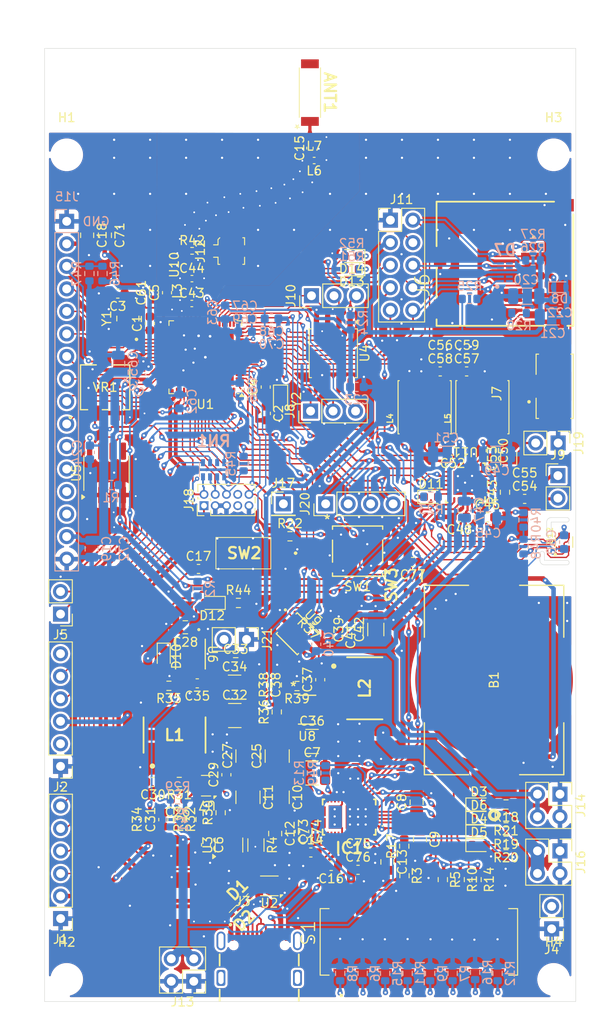
<source format=kicad_pcb>
(kicad_pcb (version 20240108) (generator "pcbnew") (generator_version "8.0")
  (layers (0 "F.Cu" signal) (1 "In1.Cu" signal) (2 "In2.Cu" signal) (31 "B.Cu" signal) (34 "B.Paste" user) (35 "F.Paste" user) (36 "B.SilkS" user "B.Silkscreen") (37 "F.SilkS" user "F.Silkscreen") (38 "B.Mask" user) (39 "F.Mask" user) (44 "Edge.Cuts" user))
  (net 0 "")
  (net 1 "GND")
  (net 2 "/3V3_RTC")
  (net 3 "/OSC_IN")
  (net 4 "/OSC32_IN")
  (net 5 "/OSC_OUT")
  (net 6 "/OSC32_OUT")
  (net 7 "+3V3")
  (net 8 "/VBUS_MAIN")
  (net 9 "Net-(IC1-LDO_1V5)")
  (net 10 "LDO_3V3")
  (net 11 "/Power/VIN_3V3")
  (net 12 "/Power/USB_CC1")
  (net 13 "/Power/USB_CC2")
  (net 14 "/DC-DC Converter/BUCK_SS{slash}PG")
  (net 15 "/DC-DC Converter/BUCK_SW")
  (net 16 "Net-(U7-FB)")
  (net 17 "Net-(C31-Pad1)")
  (net 18 "Net-(U8-BST)")
  (net 19 "Net-(U8-FB)")
  (net 20 "+5V")
  (net 21 "+1V8")
  (net 22 "/RF1")
  (net 23 "/RF Block/RF_50_OHM")
  (net 24 "Net-(U11-HPOUT)")
  (net 25 "/Audio/HPOUT_P")
  (net 26 "/Audio/AINL_IN")
  (net 27 "/Audio/AINR_IN")
  (net 28 "/Audio/SPK_OUT_P")
  (net 29 "/Audio/SPK_OUT_M")
  (net 30 "/USB_D+")
  (net 31 "/USB_D-")
  (net 32 "Net-(D3-A)")
  (net 33 "/Power/PLUG_FLIP")
  (net 34 "/Power/PDO_MISMATCH")
  (net 35 "Net-(D4-A)")
  (net 36 "/Power/PLUG_EVENT")
  (net 37 "Net-(D5-A)")
  (net 38 "/Power/DBG_ACC")
  (net 39 "Net-(D6-A)")
  (net 44 "/DC-DC Converter/PG_DRAIN")
  (net 45 "/Power/DRAIN")
  (net 46 "/Power/~{SINK_EN}")
  (net 47 "/Power/ADCIN1")
  (net 48 "/Power/ADCIN4")
  (net 49 "/Power/VBUS_RAW-2")
  (net 50 "/Power/ADCIN2")
  (net 51 "/Power/ADCIN3")
  (net 54 "/Serial Memory/DAT1")
  (net 55 "/Serial Memory/DAT2")
  (net 56 "/Audio/SPKP")
  (net 57 "/Audio/SPKM")
  (net 58 "/Power/VBUS_RAW-1")
  (net 59 "/Power/ADCIN1-A")
  (net 60 "/Power/ADCIN3-A")
  (net 61 "/Power/ADCIN1-B")
  (net 62 "/Power/ADCIN3-B")
  (net 63 "/Power/ADCIN2-A")
  (net 64 "/Power/ADCIN4-A")
  (net 65 "/Power/ADCIN2-B")
  (net 66 "/Power/ADCIN4-B")
  (net 67 "/Character Display/V0")
  (net 68 "Net-(U7-RT)")
  (net 69 "Net-(U7-BST)")
  (net 70 "+5V_EN")
  (net 71 "/+1V8_EN")
  (net 72 "/Audio/IOVDD")
  (net 73 "/Audio/AINR")
  (net 74 "/Audio/AINL")
  (net 77 "/SAI_MCLK_B")
  (net 78 "/SAI_SD_B")
  (net 79 "/BOOT0")
  (net 80 "/VBUS_SENSE")
  (net 81 "Net-(D11-A)")
  (net 82 "/EEPROM_WP")
  (net 83 "/DC-DC Converter/BUCK_EN")
  (net 86 "/RF Block/RF_ANTENNA")
  (net 87 "/LCD_DB1")
  (net 88 "/LCD_EN")
  (net 89 "/Character Display/DB5")
  (net 90 "/LCD_R{slash}W")
  (net 91 "/Character Display/DB4")
  (net 92 "/LCD_REG_SEL")
  (net 93 "/LCD_DB2")
  (net 94 "/LCD_DB0")
  (net 95 "/Character Display/DB7")
  (net 96 "/LCD_DB3")
  (net 97 "/Character Display/DB6")
  (net 98 "/~{AUDIO_RST}")
  (net 99 "/TEMP_ALERT")
  (net 100 "/AUDIO_GPIO")
  (net 101 "/Power/~{FAULT_IN}")
  (net 103 "Net-(ANT1-Pad1)")
  (net 104 "Net-(J12-In)")
  (net 105 "Net-(J1-Pin_6)")
  (net 106 "/SAI_FS_B")
  (net 107 "Net-(D12-K)")
  (net 108 "/SAI_SCK_B{slash}SWO")
  (net 109 "Net-(J1-Pin_4)")
  (net 110 "Net-(J1-Pin_5)")
  (net 111 "Net-(J1-Pin_3)")
  (net 112 "JTMS_SWDIO")
  (net 113 "JTCLK_SWCLK")
  (net 114 "SWO")
  (net 115 "STM_NRST")
  (net 116 "SPI2_MOSI")
  (net 117 "SPI2_SCK")
  (net 118 "SPI2_MISO")
  (net 119 "SPI2_NSS")
  (net 120 "USART_CTS")
  (net 121 "USART_RX")
  (net 122 "USART_TX")
  (net 123 "USART_RTS")
  (net 124 "I2C_SCL")
  (net 125 "I2C_SDA")
  (net 126 "QSPI_CLK")
  (net 127 "QSPI_IO3")
  (net 128 "QSPI_IO0")
  (net 129 "QSPI_IO2")
  (net 130 "QSPI_IO1")
  (net 131 "QSPI_NCS")
  (net 132 "SPI2_NSS2")
  (net 133 "RCC_MCC_OUT")
  (net 136 "Net-(D13-K)")
  (net 137 "LED1")
  (net 138 "LED2")
  (net 139 "Net-(D14-K)")
  (net 142 "Net-(D11-K)")
  (net 143 "Net-(D10-A)")
  (net 144 "Net-(C30-Pad1)")
  (net 146 "/AUDIO_IOVDD_EN")
  (net 147 "Net-(C26-Pad2)")
  (net 148 "3V6_BUCK_OUT")
  (net 149 "GPIO1")
  (net 150 "GPIO3")
  (net 151 "GPIO2")
  (net 152 "/DC-DC Converter/5V_BUCK_SW")
  (footprint "Connector_PinHeader_2.54mm:PinHeader_2x02_P2.54mm_Vertical" (layer "F.Cu") (at 96.879 147.7394 180)
    (property "Reference" "J13")
    (property "Value" "Conn_02x02_Counter_Clockwise")
  )
  (footprint "Capacitor_SMD:C_1210_3225Metric" (layer "F.Cu") (at 101.5138 117.7674)
    (property "Reference" "C32")
    (property "Value" "22 uF")
  )
  (footprint "Capacitor_SMD:C_1210_3225Metric" (layer "F.Cu") (at 106.3024 126.9876 -90)
    (property "Reference" "C10")
    (property "Value" "22 uF")
  )
  (footprint "Capacitor_SMD:C_0402_1005Metric" (layer "F.Cu") (at 96.6724 68.4914)
    (property "Reference" "C44")
    (property "Value" "0.3 pF")
  )
  (footprint "Diode_SMD:D_0603_1608Metric" (layer "F.Cu") (at 129.0982 132.3724)
    (property "Reference" "D5")
    (property "Value" "LED")
  )
  (footprint "Capacitor_SMD:C_0603_1608Metric" (layer "F.Cu") (at 134.2544 93.3326)
    (property "Reference" "C54")
    (property "Value" "1 uF")
  )
  (footprint "MountingHole:MountingHole_3.2mm_M3" (layer "F.Cu") (at 82.5254 54.5254)
    (property "Reference" "H1")
    (property "Value" "MountingHole")
  )
  (footprint "jka_library:TAS2505IR" (layer "F.Cu") (at 127.553801 91.5238 180)
    (property "Reference" "U11")
    (property "Value" "TAS2505IRGER")
  )
  (footprint "jka_library:BATT_HLDR_LNX" (layer "F.Cu") (at 130.8 113.7596 90)
    (property "Reference" "B1")
    (property "Value" "BAT-HLD-001")
  )
  (footprint "Connector_PinHeader_2.54mm:PinHeader_1x02_P2.54mm_Vertical" (layer "F.Cu") (at 81.8288 106.3244 180)
    (property "Reference" "J5")
    (property "Value" "Conn_01x02_Pin")
  )
  (footprint "Resistor_SMD:R_0603_1608Metric" (layer "F.Cu") (at 106.2516 117.361 90)
    (property "Reference" "R36")
    (property "Value" "10k")
  )
  (footprint "Resistor_SMD:R_0603_1608Metric" (layer "F.Cu") (at 132.1462 127.8004 180)
    (property "Reference" "R18")
    (property "Value" "R_US")
  )
  (footprint "Resistor_SMD:R_0603_1608Metric" (layer "F.Cu") (at 132.031802 92.5818 90)
    (property "Reference" "R43")
    (property "Value" "0R")
  )
  (footprint "Capacitor_SMD:C_0603_1608Metric" (layer "F.Cu") (at 88.2932 70.1804 180)
    (property "Reference" "C3")
    (property "Value" "6 pF")
  )
  (footprint "Capacitor_SMD:C_0603_1608Metric" (layer "F.Cu") (at 127.7012 78.9562)
    (property "Reference" "C57")
    (property "Value" "680 nF")
  )
  (footprint "jka_library:SOT65P210X110-6N" (layer "F.Cu") (at 121.4528 103.01 -90)
    (property "Reference" "SW3")
    (property "Value" "TPS22919DCKR" (hide yes))
  )
  (footprint "Capacitor_SMD:C_0603_1608Metric" (layer "F.Cu") (at 110.099 133.2106)
    (property "Reference" "C14")
    (property "Value" "330 pF")
  )
  (footprint "Connector_PinHeader_2.54mm:PinHeader_1x03_P2.54mm_Vertical" (layer "F.Cu") (at 110.0736 83.4266 90)
    (property "Reference" "J8")
    (property "Value" "Conn_01x03_Pin")
  )
  (footprint "Package_TO_SOT_SMD:SOT-583-8" (layer "F.Cu") (at 98.3896 125.68 180)
    (property "Reference" "U7")
    (property "Value" "TPS62933")
  )
  (footprint "Resistor_SMD:R_0603_1608Metric" (layer "F.Cu") (at 95.0876 129.49 -90)
    (property "Reference" "R32")
    (property "Value" "35k")
  )
  (footprint "Capacitor_SMD:C_0805_2012Metric" (layer "F.Cu") (at 106.0738 131.077 -90)
    (property "Reference" "C12")
    (property "Value" "4.7 uF")
  )
  (footprint "MountingHole:MountingHole_3.2mm_M3" (layer "F.Cu") (at 82.5254 147.5254)
    (property "Reference" "H2")
    (property "Value" "MountingHole")
  )
  (footprint "jka_library:SRP6060FA5R6M" (layer "F.Cu") (at 116.190851 114.694 90)
    (property "Reference" "L2")
    (property "Value" "6.8 uH" (hide yes))
  )
  (footprint "Resistor_SMD:R_0603_1608Metric" (layer "F.Cu") (at 132.1462 132.3724 180)
    (property "Reference" "R20")
    (property "Value" "R_US")
  )
  (footprint "Capacitor_SMD:C_0402_1005Metric" (layer "F.Cu") (at 109.9974 53.7718 90)
    (property "Reference" "C15")
    (property "Value" "0.8 pF")
  )
  (footprint "jka_library:DPY_R-PX1SON-N2_" (layer "F.Cu") (at 101.521734 139.84 -135)
    (property "Reference" "D2")
    (property "Value" "ESD321DPYR" (hide yes))
  )
  (footprint "MountingHole:MountingHole_3.2mm_M3" (layer "F.Cu") (at 137.5254 147.5254)
    (property "Reference" "H4")
    (property "Value" "MountingHole")
  )
  (footprint "jka_library:SW_4-1825059-2" (layer "F.Cu") (at 122.3044 143.2944 90)
    (property "Reference" "S1")
    (property "Value" "4-1825059-2")
  )
  (footprint "Capacitor_SMD:C_0603_1608Metric" (layer "F.Cu") (at 126.1118 87.893801 180)
    (property "Reference" "C52")
    (property "Value" "100 nF")
  )
  (footprint "Capacitor_SMD:C_0603_1608Metric" (layer "F.Cu") (at 95.0492 127.2162 180)
    (property "Reference" "C26")
    (property "Value" "6.8 nF" (hide yes))
  )
  (footprint "Capacitor_SMD:C_1206_3216Metric" (layer "F.Cu") (at 115.1028 108.09 90)
    (property "Reference" "C39")
    (property "Value" "22 uF")
  )
  (footprint "Capacitor_SMD:C_0603_1608Metric" (layer "F.Cu") (at 124.7164 78.9562)
    (property "Reference" "C58")
    (property "Value" "100 nF")
  )
  (footprint "jka_library:SON_DFN6_3X3_STM-L" (layer "F.Cu") (at 96.499799 110.8332 -90)
    (property "Reference" "U6")
    (property "Value" "LD39200PU33R")
  )
  (footprint "Capacitor_SMD:C_0603_1608Metric" (layer "F.Cu") (at 93.4366 129.503 90)
    (property "Reference" "C31")
    (property "Value" "10 pF")
  )
  (footprint "Resistor_SMD:R_0603_1608Metric" (layer "F.Cu") (at 125.0088 136.2718 -90)
    (property "Reference" "R5")
    (property "Value" "100k")
  )
  (footprint "Connector_PinHeader_2.54mm:PinHeader_1x03_P2.54mm_Vertical" (layer "F.Cu") (at 110.1752 70.4218 90)
    (property "Reference" "J10")
    (property "Value" "Conn_01x03_Pin")
  )
  (footprint "Capacitor_SMD:C_0402_1005Metric" (layer "F.Cu") (at 110.4774 55.1688 180)
    (property "Reference" "L6")
    (property "Value" "L")
  )
  (footprint "Capacitor_SMD:C_1210_3225Metric" (layer "F.Cu") (at 106.3024 122.3376 90)
    (property "Reference" "C25")
    (property "Value" "10 uF")
  )
  (footprint "Capacitor_SMD:C_0805_2012Metric" (layer "F.Cu") (at 84.836 63.6016 -90)
    (property "Reference" "C18")
    (property "Value" "1 uF")
  )
  (footprint "Resistor_SMD:R_0603_1608Metric" (layer "F.Cu") (at 101.9202 105.0674)
    (property "Reference" "R44")
    (property "Value" "1k")
  )
  (footprint "Capacitor_SMD:C_0603_1608Metric" (layer "F.Cu") (at 111.161651 113.7288 90)
    (property "Reference" "C37")
    (property "Value" "100 nF")
  )
  (footprint "Capacitor_SMD:C_0603_1608Metric" (layer "F.Cu") (at 92.3826 70.0788 90)
    (property "Reference" "C61")
    (property "Value" "100 nF")
  )
  (footprint "jka_library:TPS25730DREFR" (layer "F.Cu") (at 114.4304 129.2174 180)
    (property "Reference" "IC1")
    (property "Value" "TPS25730DREFR" (hide yes))
  )
  (footprint "Capacitor_SMD:C_0402_1005Metric" (layer "F.Cu") (at 96.657 71.2978)
    (property "Reference" "C43")
    (property "Value" "0.8 pF")
  )
  (footprint "Capacitor_SMD:C_0603_1608Metric" (layer "F.Cu") (at 107.8264 130.8484 -90)
    (property "Reference" "C73")
    (property "Value" "10 nF")
  )
  (footprint "jka_library:DS04254201BKSMT" (layer "F.Cu") (at 102.479 99.454 90)
    (property "Reference" "SW2")
    (property "Value" "DS04-254-2-01BK-SMT" (hide yes))
  )
  (footprint "Capacitor_SMD:C_1210_3225Metric" (layer "F.Cu") (at 110.2394 120.6884)
    (property "Reference" "C36")
    (property "Value" "10 uF")
  )
  (footprint "Resistor_SMD:R_0603_1608Metric" (layer "F.Cu") (at 108.5376 114.44 180)
    (property "Reference" "R39")
    (property "Value" "30.1k")
  )
  (footprint "jka_library:SOT_10KLFTR_BIT" (layer "F.Cu") (at 86.868 80.7466)
    (property "Reference" "VR1")
    (property "Value" "23BR10KLFTR")
  )
  (footprint "jka_library:TSOT6_AP63300WU-7_DIO" (layer "F.Cu") (at 109.6806 117.107)
    (property "Reference" "U8")
    (property "Value" "AP63300WU-7")
  )
  (footprint "Inductor_SMD:L_0402_1005Metric" (layer "F.Cu") (at 110.48 52.3748 180)
    (property "Reference" "L7")
    (property "Value" "7.3 nH")
  )
  (footprint "Connector_PinHeader_2.54mm:PinHeader_1x04_P2.54mm_Vertical" (layer "F.Cu") (at 111.7754 93.8914 90)
    (property "Reference" "J20")
    (property "Value" "Conn_01x04_Pin")
  )
  (footprint "Resistor_SMD:R_0603_1608Metric" (layer "F.Cu") (at 128.8188 136.2718 -90)
    (property "Reference" "R14")
    (property "Value" "100k")
  )
  (footprint "Capacitor_SMD:C_1210_3225Metric" (layer "F.Cu") (at 101.4884 114.567)
    (property "Reference" "C34")
    (property "Value" "22 uF")
  )
  (footprint "Resistor_SMD:R_0603_1608Metric" (layer "F.Cu") (at 126.9138 136.2718 -90)
    (property "Reference" "R10")
    (property "Value" "100k")
  )
  (footprint "jka_library:GCT_USB4105-GF-A" (layer "F.Cu") (at 104.2704 147.3584)
    (property "Reference" "J3")
    (property "Value" "USB_C_Receptacle_USB2.0_16P")
  )
  (footprint "Diode_SMD:D_0603_1608Metric" (layer "F.Cu") (at 129.0982 130.8484)
    (property "Reference" "D4")
    (property "Value" "LED")
  )
  (footprint "Capacitor_SMD:C_0805_2012Metric" (layer "F.Cu") (at 122.0504 127.5464 90)
    (property "Reference" "C8")
    (property "Value" "4.7 uF")
  )
  (footprint "Resistor_SMD:R_0603_1608Metric" (layer "F.Cu") (at 91.9126 129.49 90)
    (property "Reference" "R34")
    (property "Value" "0R")
  )
  (footprint "Capacitor_SMD:C_1206_3216Metric" (layer "F.Cu") (at 132.451 88.7842 90)
    (property "Reference" "C53")
    (property "Value" "47 uF")
  )
  (footprint "Resistor_SMD:R_0603_1608Metric" (layer "F.Cu") (at 132.1463 129.3344 180)
    (property "Reference" "R21")
    (property "Value" "R_US")
  )
  (footprint "Resistor_SMD:R_0603_1608Metric" (layer "F.Cu") (at 132.1462 130.8484 180)
    (property "Reference" "R19")
    (property "Value" "R_US")
  )
  (footprint "Connector_Coaxial:U.FL_Molex_MCRF_73412-0110_Vertical" (layer "F.Cu") (at 101.1174 65.3796 -90)
    (property "Reference" "J12")
    (property "Value" "Conn_Coaxial")
  )
  (footprint "Capacitor_SMD:C_1210_3225Metric" (layer "F.Cu") (at 103.0004 122.3376 90)
    (property "Reference" "C27")
    (property "Value" "10 uF")
  )
  (footprint "Diode_SMD:D_0603_1608Metric" (layer "F.Cu") (at 93.4874 111.0872 -90)
    (property "Reference" "D10")
    (property "Value" "LED")
  )
  (footprint "Connector_PinHeader_2.54mm:PinHeader_1x02_P2.54mm_Vertical" (layer "F.Cu") (at 102.8396 109.1822 -90)
    (property "Reference" "J21")
    (property "Value" "Conn_01x02_Pin")
  )
  (footprint "Diode_SMD:D_0603_1608Metric" (layer "F.Cu") (at 114.7218 65.9514 180)
    (property "Reference" "D14")
    (property "Value" "LED")
  )
  (footprint "Capacitor_SMD:C_1210_3225Metric" (layer "F.Cu") (at 110.2394 124.2444)
    (property "Reference" "C7")
    (property "Value" "22 uF")
  )
  (footprint "Connector_PinHeader_2.54mm:PinHeader_1x02_P2.54mm_Vertical" (layer "F.Cu") (at 138.011 90.708201)
    (property "Reference" "J9")
    (property "Value" "Conn_01x02_Pin")
  )
  (footprint "jka_library:DLF-4_1P6X0P8" (layer "F.Cu") (at 96.1798 66.9296 90)
    (property "Reference" "U10")
    (property "Value" "DLF162500LT-5028A1")
  )
  (footprint "Connector_PinHeader_1.27mm:PinHeader_2x05_P1.27mm_Vertical" (layer "F.Cu") (at 98.034 94.0946 90)
    (property "Reference" "J18")
    (property "Value" "Conn_02x05_Odd_Even")
  )
  (footprint "Capacitor_SMD:C_0805_2012Metric" (layer "F.Cu") (at 122.4314 131.7374 -90)
    (property "Reference" "C9")
    (property "Value" "10 uF")
  )
  (footprint "Capacitor_SMD:C_0603_1608Metric" (layer "F.Cu") (at 100.5616 124.4476 90)
    (property "Reference" "C29")
    (property "Value" "0.1 uF")
  )
  (footprint "Capacitor_SMD:C_0603_1608Metric" (layer "F.Cu") (at 127.7012 77.4322)
    (property "Reference" "C59")
    (property "Value" "100 nF")
  )
  (footprint "Diode_SMD:D_0603_1608Metric" (layer "F.Cu") (at 123.6726 93.100801)
    (property "Reference" "D11")
    (property "Value" "LED")
  )
  (footprint "Capacitor_SMD:C_0805_2012Metric" (layer "F.Cu") (at 118.7484 134.2774 -90)
    (property "Reference" "C13")
    (property "Value" "10 uF")
  )
  (footprint "Capacitor_SMD:C_0603_1608Metric" (layer "F.Cu") (at 109.3504 130.8484 -90)
    (property "Reference" "C74")
    (property "Value" "10 nF")
  )
  (footprint "Diode_SMD:D_0603_1608Metric" (layer "F.Cu") (at 129.0982 127.8004)
    (property "Reference" "D3")
    (property "Value" "LED")
  )
  (footprint "Capacitor_SMD:C_0603_1608Metric" (layer "F.Cu") (at 97.4139 101.232)
    (property "Reference" "C17")
    (property "Value" "100 nF")
  )
  (footprint "jka_library:PTS526SK15SMTR2 LFS" (layer "F.Cu") (at 115.3822 99.2254)
    (property "Reference" "SW1")
    (property "Value" "PTS526 SK15 SMTR2 LFS")
  )
  (footprint "Capacitor_SMD:C_0603_1608Metric" (layer "F.Cu") (at 134.2544 91.834)
    (property "Reference" "C55")
    (property "Value" "1 uF")
  )
  (footprint "Capacitor_SMD:C_0603_1608Metric" (layer "F.Cu") (at 126.8884 95.3646 180)
    (property "Reference" "C48")
    (property "Value" "100 nF")
  )
  (footprint "Resistor_SMD:R_0603_1608Metric" (layer "F.Cu") (at 110.846952 106.961048 135)
    (property "Reference" "R37")
    (property "Value" "10k")
  )
  (footprint "Capacitor_SMD:C_0603_1608Metric" (layer "F.Cu") (at 124.7164 77.4322)
    (property "Reference" "C56")
    (property "Value" "680 nF")
  )
  (footprint "Capacitor_SMD:C_0603_1608Metric" (layer "F.Cu") (at 104.7276 114.313 -90)
    (property "Reference" "C38")
    (property "Value" "47 pF")
  )
  (footprint "jka_library:GCT_MEM2061-01-188-00-A_REVA" (layer "F.Cu") (at 132.0268 66.811 90)
    (property "Reference" "J6")
    (property "Value" "Micro_SD_Card")
  )
  (footprint "Resistor_SMD:R_0603_1608Metric" (layer "F.Cu") (at 94.0716 114.4146 180)
    (property "Reference" "R35")
    (property "Value" "R_US")
  )
  (footprint "jka_library:AMCA722R470GS1FT4" (layer "F.Cu") (at 109.9974 47.511 180)
    (property "Reference" "ANT1")
    (property "Value" "AMCA72-2R470G-S1F-T4" (hide yes))
  )
  (footprint "Capacitor_SMD:C_0603_1608Metric" (layer "F.Cu") (at 115.433 135.1664)
    (property "Reference" "C76")
    (property "Value" "10 nF")
  )
  (footprint "Package_SO:SOIC-8_3.9x4.9mm_P1.27mm" (layer "F.Cu") (at 87.0204 90.424 90)
    (property "Reference" "U5")
    (property "Value" "CAT24C256")
  )
  (footprint "Capacitor_SMD:C_0805_2012Metric" (layer "F.Cu") (at 95.9258 107.8106 180)
    (property "Reference" "C28")
    (property "Value" "10 uF")
  )
  (footprint "Capacitor_SMD:C_1206_3216Metric" (layer "F.Cu") (at 117.4396 108.0646 90)
    (property "Reference" "C42")
    (property "Value" "22 uF")
  )
  (footprint "Connector_PinHeader_2.54mm:PinHeader_2x02_P2.54mm_Vertical" (layer "F.Cu") (at 138.2422 133.0328 -90)
    (property "Reference" "J16")
    (property "Value" "Conn_02x02_Counter_Clockwise")
  )
  (footprint "Capacitor_SMD:C_0603_1608Metric" (layer "F.Cu") (at 97.272 114.1352 180)
    (property "Reference" "C35")
    (property "Value" "0.1 uF")
  )
  (footprint "jka_library:SRP6060FA5R6M" (layer "F.Cu") (at 94.7066 119.965 180)
    (property "Reference" "L1")
    (property "Value" "5.6 uH" (hide yes))
  )
  (footprint "Crystal:Crystal_SMD_2012-2Pin_2.0x1.2mm_HandSoldering" (layer "F.Cu") (at 106.68 82.1436 -90)
    (property "Reference" "Y2")
    (property "Value" "ECS-.327-9-12R-TR")
  )
  (footprint "Capacitor_SMD:C_0603_1608Metric" (layer "F.Cu") (at 112.398 134.7346 180)
    (property "Reference" "C16")
    (property "Value" "330 pF")
  )
  (footprint "jka_library:IND_VLS6045AF-220M" (layer "F.Cu") (at 129.4792 82.9948 90)
    (property "Reference" "L5")
    (property "Value" "VLS6045AF-220M")
  )
  (footprint "Capacitor_SMD:C_0603_1608Metric" (layer "F.Cu") (at 121.6052 100.4446 180)
    (property "Reference" "C77")
    (property "Value" "1 uF")
  )
  (footprint "jka_library:DPY_R-PX1SON-N2_" (layer "F.Cu") (at 102.8854 138.4938 45)
    (property "Reference" "D1")
    (property "Value" "ESD321DPYR" (hide yes))
  )
  (footprint "Resistor_SMD:R_0603_1608Metric" (layer "F.Cu") (at 99.9136 128.728 90)
    (property "Reference" "R30")
    (property "Value" "50k")
  )
  (footprint "Capacitor_SMD:C_0805_2012Metric" (layer "F.Cu") (at 101.6154 111.9762)
    (property "Reference" "C33")
    (property "Value" "10 uF")
  )
  (footprint "Capacitor_SMD:C_0603_1608Metric" (layer "F.Cu") (at 92.2682 125.2604 180)
    (property "Reference" "C30")
    (property "Value" "0.1 uF")
  )
  (footprint "Diode_SMD:D_0603_1608Metric" (layer "F.Cu") (at 98.9484 105.0674 180)
    (property "Reference" "D12")
    (property "Value" "LED")
  )
  (footprint "Capacitor_SMD:C_0603_1608Metric" (layer "F.Cu") (at 93.8558 70.0788 90)
    (property "Reference" "C5")
    (property "Value" "100 pF")
  )
  (footprint "jka_library:MOLEX_0532610271" (layer "F.Cu") (at 134.7452 80.6326 90)
    (property "Reference" "J7")
    (property "Value" "0532610271")
  )
  (footprint "Resistor_SMD:R_0603_1608Metric" (layer "F.Cu") (at 120.6788 135.8268 -90)
    (property "Reference" "R3")
    (property "Value" "100k")
  )
  (footprint "Capacitor_SMD:C_1210_3225Metric" (layer "F.Cu") (at 103.0004 126.9876 -90)
    (property "Reference" "C11")
    (property "Value" "10 uF")
  )
  (footprint "Capacitor_SMD:C_0603_1608Metric" (layer "F.Cu") (at 98.2626 132.347 -90)
    (property "Reference" "C6")
    (property "Value" "100 nF")
  )
  (footprint "Package_DFN_QFN:QFN-68-1EP_8x8mm_P0.4mm_EP6.4x6.4mm" (layer "F.Cu") (at 98.1864 77.356 180)
    (property "Reference" "U1")
    (property "Value" "STM32WB55RCVx")
  )
  (footprint "Capacitor_SMD:C_0603_1608Metric" (layer "F.Cu") (at 91.9254 73.5456 90)
    (property "Reference" "C1")
    (property "Value" "6 pF")
  )
  (footprint "Resistor_SMD:R_0402_1005Metric" (layer "F.Cu") (at 96.6878 65.3548)
    (property "Reference" "R42")
    (property "Value" "0R")
  )
  (footprint "Resistor_SMD:R_0603_1608Metric" (layer "F.Cu") (at 96.6116 129.49 90)
    (property "Reference" "R33")
    (property "Value" "10k")
  )
  (footprint "Connector_PinHeader_2.54mm:PinHeader_1x02_P2.54mm_Vertical" (layer "F.Cu") (at 138.0364 87.030201 -90)
    (property "Reference" "J19")
    (property "Value" "Conn_01x02_Pin")
  )
  (footprint "Package_SON:WSON-6-1EP_2x2mm_P0.65mm_EP1x1.6mm" (layer "F.Cu") (at 105.4134 136.9762 180)
    (property "Reference" "U2")
    (property "Value" "TVS1800DRV")
  )
  (footprint "Capacitor_SMD:C_0603_1608Metric" (layer "F.Cu") (at 115.433 133.6424)
    (property "Reference" "C75")
    (property "Value" "10 nF")
  )
  (footprint "Capacitor_SMD:C_0603_1608Metric" (layer "F.Cu") (at 113.1724 108.8136 -90)
    (property "Reference" "C41")
    (property "Value" "1 uF")
  )
  (footprint "jka_library:DFN6_3P1X3P1X0P95_STM" (layer "F.Cu") (at 108.567251 108.539451 -45)
    (property "Reference" "U9")
    (property "Value" "LDL112PV18R")
  )
  (footprint "Connector_PinHeader_2.54mm:PinHeader_1x01_P2.54mm_Vertical" (layer "F.Cu") (at 107.0002 93.8914)
    (property "Reference" "J17")
    (property "Value" "Conn_01x01_Pin")
  )
  (footprint "Capacitor_SMD:C_1206_3216Metric" (layer "F.Cu") (at 103.9007 132.3724 -90)
    (property "Reference" "R4")
    (property "Value" "0.025R")
  )
  (footprint "Capacitor_SMD:C_0603_1608Metric" (layer "F.Cu") (at 105.0036 80.7212 90)
    (property "Reference" "C4")
    (property "Value" "6 pF")
  )
  (footprint "Package_SO:SOP-8_5.28x5.23mm_P1.27mm" (layer "F.Cu") (at 112.639 76.9056 -90)
    (property "Reference" "U4")
    (property "Value" "MX25L12833FM2I")
  )
  (footprint "Capacitor_SMD:C_0603_1608Metric" (layer "F.Cu") (at 130.038 95.4154)
    (property "Reference" "C46")
    (property "Value" "100 nF")
  )
  (footprint "Connector_PinHeader_2.54mm:PinHeader_1x06_P2.54mm_Vertical" (layer "F.Cu") (at 81.8388 140.6652 180)
    (property "Reference" "J1")
    (property "Value" "Conn_01x06_Pin")
  )
  (footprint "Resistor_SMD:R_0603_1608Metric" (layer "F.Cu") (at 106.2516 114.313 90)
    (property "Reference" "R38")
    (property "Value" "158k")
  )
  (footprint "MountingHole:MountingHole_3.2mm_M3" (layer "F.Cu") (at 137.5254 54.5254)
    (property "Reference" "H3")
    (property "Value" "MountingHole")
  )
  (footprint "jka_library:XTAL_ECS-320-8-33-RWY-TR" (layer "F.Cu") (at 89.4362 72.9909 90)
    (property "Reference" "Y1")
    (property "Value" "ECS-320-8-33-RWY-TR" (hide yes))
  )
  (footprint "Connector_PinHeader_2.54mm:PinHeader_1x06_P2.54mm_Vertical" (layer "F.Cu") (at 81.8288 123.4948 180)
    (property "Reference" "J2")
    (property "Value" "Conn_01x06_Pin")
  )
  (footprint "Inductor_SMD:L_0402_1005Metric" (layer "F.Cu") (at 96.1898 69.8884 90)
    (property "Reference" "L3")
    (property "Value" "2.7 nH")
  )
  (footprint "Resistor_SMD:R_0603_1608Metric" (layer "F.Cu") (at 120.6534 132.4994 90)
    (property "Reference" "R17")
    (property "Value" "0")
  )
  (footprint "Diode_SMD:D_0603_1608Metric" (layer "F.Cu") (at 129.0982 129.3244)
    (property "Reference" "D6")
    (property "Value" "LED")
  )
  (footprint "Connector_PinHeader_2.54mm:PinHeader_2x02_P2.54mm_Vertical" (layer "F.Cu") (at 138.2422 126.632 -90)
    (property "Reference" "J14")
    (property "Value" "Conn_02x02_Counter_Clockwise")
  )
  (footprint "jka_library:IND_VLS6045AF-220M" (layer "F.Cu") (at 122.954 82.997999 90)
    (property "Reference" "L4")
    (property "Value" "VLS6045AF-220M")
  )
  (footprint "Diode_SMD:D_0603_1608Metric" (layer "F.Cu") (at 114.7218 67.4246 180)
    (property "Reference" "D13")
    (property "Value" "LED")
  )
  (footprint "Connector_PinHeader_2.54mm:PinHeader_1x02_P2.54mm_Vertical" (layer "F.Cu") (at 137.3024 141.8262 180)
    (property "Reference" "J4")
    (property "Value" "Conn_01x02_Pin")
  )
  (footprint "Capacitor_SMD:C_0805_2012Metric" (layer "F.Cu") (at 86.8426 63.6016 -90)
    (property "Reference" "C71")
    (property "Value" "10 uF")
  )
  (footprint "Resistor_SMD:R_0603_1608Metric" (layer "F.Cu") (at 95.24 125.2604 180)
    (property "Reference" "R31")
    (property "Value" "1R")
  )
  (footprint "Resistor_SMD:R_0603_1608Metric" (layer "F.Cu") (at 107.7418 97.549)
    (property "Reference" "R22")
    (property "Value" "10k")
  )
  (footprint "Package_TO_SOT_SMD:SOT-23-5" (layer "F.Cu") (at 100.8527 132.3724 90)
    (property "Reference" "U3")
    (property "Value" "INA180A1")
  )
  (footprint "Capacitor_SMD:C_0603_1608Metric" (layer "F.Cu") (at 105.0216 83.693 -90)
    (property "Reference" "C2")
    (property "Value" "6 pF")
  )
  (footprint "Connector_PinHeader_2.54mm:PinHeader_2x05_P2.54mm_Vertical" (layer "F.Cu") (at 119.0856 61.8924)
    (property "Reference" "J11")
    (property "Value" "Conn_02x05_Odd_Even")
  )
  (footprint "jka_library:SOT50P160X60-6N" (layer "F.Cu") (at 138.7085 98.203201 90)
    (property "Reference" "U12")
    (property "Value" "TMP1075NDRLR")
  )
  (footprint "Capacitor_SMD:C_0603_1608Metric" (layer "F.Cu") (at 130.4164 87.893801 -90)
    (property "Reference" "C50")
    (property "Value" "100 nF")
  )
  (footprint "Capacitor_SMD:C_1206_3216Metric" (layer "B.Cu") (at 131.1276 88.300201)
    (property "Reference" "C49")
    (property "Value" "22 uF")
  )
  (footprint "Capacitor_SMD:C_0603_1608Metric" (layer "B.Cu") (at 100.4316 72.2884 -90)
    (property "Reference" "C63")
    (property "Value" "100 nF")
  )
  (footprint "Capacitor_SMD:C_0603_1608Metric" (layer "B.Cu") (at 105.664 74.4728)
    (property "Reference" "C70")
    (property "Value" "100 nF")
  )
  (footprint "Resistor_SMD:R_0603_1608Metric" (layer "B.Cu") (at 95.0622 127.2162 180)
    (property "Reference" "R29")
    (property "Value" "0R")
  )
  (footprint "Resistor_SMD:R_0603_1608Metric" (layer "B.Cu") (at 123.6726 93.091)
    (property "Reference" "R23")
    (property "Value" "1k")
  )
  (footprint "Resistor_SMD:R_0603_1608Metric" (layer "B.Cu") (at 114.5948 73.4512 90)
    (property "Reference" "R24")
    (property "Value" "10k")
  )
  (footprint "Resistor_SMD:R_0603_1608Metric" (layer "B.Cu") (at 115.9544 146.8504 90)
    (property "Reference" "R6")
    (property "Value" "1k")
  )
  (footprint "Capacitor_SMD:C_0805_2012Metric" (layer "B.Cu") (at 88.3412 78.0796 90)
    (property "Reference" "C65")
    (property "Value" "4.7 uF")
  )
  (footprint "Resistor_SMD:R_0603_1608Metric" (layer "B.Cu") (at 114.7218 67.4246 180)
    (property "Reference" "R51")
    (property "Value" "R_US")
  )
  (footprint "Resistor_SMD:R_0603_1608Metric" (layer "B.Cu") (at 134.1248 98.714201 90)
    (property "Reference" "R48")
    (property "Value" "5k")
  )
  (footprint "Resistor_SMD:R_0603_1608Metric" (layer "B.Cu") (at 135.2033 66.436 180)
    (property "Reference" "R26")
    (property "Value" "10k")
  )
  (footprint "Capacitor_SMD:C_1206_3216Metric" (layer "B.Cu") (at 125.3898 88.3034 180)
    (property "Reference" "C51")
    (property "Value" "22 uF")
  )
  (footprint "Connector_PinSocket_2.54mm:PinSocket_1x16_P2.54mm_Vertical" (layer "B.Cu") (at 82.5254 62.0254 180)
    (property "Reference" "J15")
    (property "Value" "Conn_01x16_Socket")
  )
  (footprint "Capacitor_SMD:C_0603_1608Metric" (layer "B.Cu") (at 102.0726 81.0136 90)
    (property "Reference" "C66")
    (property "Value" "100 nF")
  )
  (footprint "Capacitor_SMD:C_0603_1608Metric" (layer "B.Cu") (at 102.6668 74.4728 180)
    (property "Reference" "C69")
    (property "Value" "10 nF")
  )
  (footprint "Resistor_SMD:R_0603_1608Metric" (layer "B.Cu") (at 131.1944 146.8504 90)
    (property "Reference" "R12")
    (property "Value" "1k")
  )
  (footprint "Capacitor_SMD:C_0603_1608Metric" (layer "B.Cu") (at 105.664 72.9996)
    (property "Reference" "C68")
    (property "Value" "1 uF")
  )
  (footprint "Resistor_SMD:R_0603_1608Metric" (layer "B.Cu") (at 94.2748 129.5022 90)
    (property "Reference" "R41")
    (property "Value" "1k")
  )
  (footprint "Capacitor_SMD:C_0805_2012Metric" (layer "B.Cu") (at 130.1624 95.513801)
    (property "Reference" "C45")
    (property "Value" "10 uF")
  )
  (footprint "Resistor_SMD:R_0603_1608Metric" (layer "B.Cu") (at 113.4144 146.8504 90)
    (property "Reference" "R8")
    (property "Value" "5.1k")
  )
  (footprint "Capacitor_SMD:C_0805_2012Metric" (layer "B.Cu") (at 85.344 98.9584 90)
    (property "Reference" "C19")
    (property "Value" "1 uF")
  )
  (footprint "Capacitor_SMD:C_1206_3216Metric" (layer "B.Cu") (at 137.4366 72.8094)
    (property "Reference" "C21")
    (property "Value" "22 uF")
  )
  (footprint "Resistor_SMD:R_0603_1608Metric" (layer "B.Cu") (at 111.7634 124.2444 -90)
    (property "Reference" "R49")
    (property "Value" "10k")
  )
  (footprint "Diode_SMD:D_SOD-523" (layer "B.Cu") (at 138.2168 69.4566)
    (property "Reference" "D8")
    (property "Value" "ESD5Zxx")
  )
  (footprint "Resistor_SMD:R_0603_1608Metric" (layer "B.Cu") (at 87.5284 91.7702)
    (property "Reference" "R1")
    (property "Value" "10k")
  )
  (footprint "Resistor_SMD:R_0603_1608Metric" (layer "B.Cu") (at 102.5044 89.3448 -90)
    (property "Reference" "R45")
    (property "Value" "0R")
  )
  (footprint "Resistor_SMD:R_0603_1608Metric" (layer "B.Cu") (at 86.5632 67.9196 90)
    (property "Reference" "R46")
    (property "Value" "5k")
  )
  (footprint "Capacitor_SMD:C_0603_1608Metric" (layer "B.Cu") (at 85.1408 88.0872 -90)
    (property "Reference" "C24")
    (property "Value" "100 nF")
  )
  (footprint "Capacitor_SMD:C_0603_1608Metric" (layer "B.Cu") (at 102.6668 72.9996 180)
    (property "Reference" "C67")
    (property "Value" "1 uF")
  )
  (footprint "Capacitor_SMD:C_0603_1608Metric" (layer "B.Cu") (at 138.7085 98.203201 -90)
    (property "Reference" "C60")
    (property "Value" "10 nF")
  )
  (footprint "Capacitor_SMD:C_1206_3216Metric" (layer "B.Cu") (at 134.4322 70.4726 180)
    (property "Reference" "C20")
    (property "Value" "22 uF")
  )
  (footprint "Capacitor_SMD:C_0603_1608Metric" (layer "B.Cu") (at 91.0844 79.6544 -45)
    (property "Reference" "C64")
    (property "Value" "100 nF")
  )
  (footprint "Resistor_SMD:R_0603_1608Metric" (layer "B.Cu") (at 118.4944 146.8504 90)
    (property "Reference" "R15")
    (property "Value" "23.2k")
  )
  (footprint "Resistor_SMD:R_0603_1608Metric" (layer "B.Cu") (at 133.6194 72.3776)
    (property "Reference" "R28")
    (property "Value" "10k")
  )
  (footprint "Capacitor_SMD:C_0603_1608Metric" (layer "B.Cu") (at 115.306 80.7088)
    (property "Reference" "C23")
    (property "Value" "100 nF")
  )
  (footprint "Capacitor_SMD:C_0805_2012Metric" (layer "B.Cu") (at 87.3252 98.9584 90)
    (property "Reference" "C72")
    (property "Value" "10 uF")
  )
  (footprint "Resistor_SMD:R_0603_1608Metric" (layer "B.Cu") (at 85.09 67.9196 -90)
    (property "Reference" "R47")
    (property "Value" "5k")
  )
  (footprint "Resistor_SMD:R_0603_1608Metric" (layer "B.Cu") (at 126.1144 146.8504 90)
    (property "Reference" "R7")
    (property "Value" "5.1k")
  )
  (footprint "Capacitor_SMD:C_0603_1608Metric" (layer "B.Cu") (at 95.25 82.3468 90)
    (property "Reference" "C62")
    (property "Value" "100 nF")
  )
  (footprint "Resistor_SMD:R_0603_1608Metric" (layer "B.Cu") (at 114.7218 65.9514 180)
    (property "Reference" "R52")
    (property "Value" "R_US")
  )
  (footprint "Resistor_SMD:R_0603_1608Metric" (layer "B.Cu") (at 134.1248 95.703801 90)
    (property "Reference" "R40")
    (property "Value" "10k")
  )
  (footprint "Resistor_SMD:R_0603_1608Metric" (layer "B.Cu") (at 123.5744 146.8504 90)
    (property "Reference" "R9")
    (property "Value" "23.2k")
  )
  (footprint "Resistor_SMD:R_0603_1608Metric" (layer "B.Cu") (at 128.0314 70.7774 180)
    (property "Reference" "R25")
    (property "Value" "10k")
  )
  (footprint "Capacitor_SMD:C_0805_2012Metric" (layer "B.Cu") (at 127.4572 94.5388 90)
    (property "Reference" "C47")
    (property "Value" "10 uF")
  )
  (footprint "jka_library:EXB38V472JV" (layer "B.Cu") (at 99.12 90.0432)
    (property "Reference" "RN1")
    (property "Value" "EXB-38VR000V" (hide yes))
  )
  (footprint "Resistor_SMD:R_0603_1608Metric" (layer "B.Cu") (at 121.0344 146.8504 90)
    (property "Reference" "R11")
    (property "Value" "5.1k")
  )
  (footprint "Resistor_SMD:R_0603_1608Metric" (layer "B.Cu") (at 97.3074 103.4542 90)
    (property "Reference" "R2")
    (property "Value" "10k")
  )
  (footprint "Resistor_SMD:R_0603_1608Metric" (layer "B.Cu") (at 135.2033 64.912 180)
    (property "Reference" "R27")
    (property "Value" "10k")
  )
  (footprint "Capacitor_SMD:C_0603_1608Metric" (layer "B.Cu") (at 138.2494 70.9044)
    (property "Reference" "C22")
    (property "Value" "100 nF")
  )
  (footprint "Resistor_SMD:R_0603_1608Metric" (layer "B.Cu") (at 128.6544 146.7234 90)
    (property "Reference" "R16")
    (property "Value" "5.1k")
  )
  (footprint "jka_library:SON50P100X250X50-10N" (layer "B.Cu") (at 132.0272 67.7722)
    (property "Reference" "D7")
    (property "Value" "PUSB3AB4Z" (hide yes))
  )
  (footprint "Capacitor_SMD:C_0603_1608Metric" (layer "B.Cu") (at 110.712101 109.729648 90)
    (property "Reference" "C40")
    (property "Value" "1 uF")
  )
  (footprint "Resistor_SMD:R_0603_1608Metric" (layer "B.Cu") (at 110.2394 124.2444 -90)
    (property "Reference" "R13")
    (property "Value" "10k")
  )
  (gr_arc (start 139.027 95.437601) (mid 139.280999 95.6916) (end 139.027 95.945601) (stroke (width 0.05)) (layer "Edge.Cuts"))
  (gr_line (start 139.027 95.437601) (end 137.249 95.437601) (stroke (width 0.05)) (layer "Edge.Cuts"))
  (gr_line (start 136.487 100.771601) (end 139.027 100.771601) (stroke (width 0.05)) (layer "Edge.Cuts"))
  (gr_arc (start 136.487 100.771601) (mid 136.127789 100.622811) (end 135.979 100.263601) (stroke (width 0.05)) (layer "Edge.Cuts"))
  (gr_line (start 135.979 99.501601) (end 135.979 100.263601) (stroke (width 0.05)) (layer "Edge.Cuts"))
  (gr_arc (start 136.741 95.945601) (mid 136.889789 95.58639) (end 137.249 95.437601) (stroke (width 0.05)) (layer "Edge.Cuts"))
  (gr_line (start 139.027 100.263601) (end 136.487 100.263601) (stroke (width 0.05)) (layer "Edge.Cuts"))
  (gr_arc (start 137.249 97.469601) (mid 136.995 97.723601) (end 136.741 97.469601) (stroke (width 0.05)) (layer "Edge.Cuts"))
  (gr_arc (start 139.027 100.263601) (mid 139.280999 100.5176) (end 139.027 100.771601) (stroke (width 0.05)) (layer "Edge.Cuts"))
  (gr_line (start 136.487 99.501601) (end 136.487 100.263601) (stroke (width 0.05)) (layer "Edge.Cuts"))
  (gr_arc (start 135.979 99.501601) (mid 136.233 99.247601) (end 136.487 99.501601) (stroke (width 0.05)) (layer "Edge.Cuts"))
  (gr_line (start 137.249 97.469601) (end 137.249 95.945601) (stroke (width 0.05)) (layer "Edge.Cuts"))
  (gr_line (start 136.741 97.469601) (end 136.741 95.945601) (stroke (width 0.05)) (layer "Edge.Cuts"))
  (gr_rect (start 80.0254 42.5258) (end 140.0254 150.0254) (stroke (width 0.05)) (fill none) (layer "Edge.Cuts"))
  (gr_line (start 137.249 95.945601) (end 139.027 95.945601) (stroke (width 0.05)) (layer "Edge.Cuts"))
  (gr_text "GND" (at 87.4776 62.6364 0) (layer "B.SilkS") (effects (font (size 1 1)) (justify left bottom mirror)))
  (segment (start 112.0304 131.3808) (end 111.9154 131.4958) (width 0.2) (layer "F.Cu") (net 1))
  (segment (start 102.9616 112.3724) (end 102.9616 112.9414) (width 0.42164) (layer "F.Cu") (net 1))
  (segment (start 111.9154 131.4958) (end 111.3028 131.4958) (width 0.2) (layer "F.Cu") (net 1))
  (segment (start 125.2882 86.9826) (end 125.3368 87.0312) (width 0.2) (layer "F.Cu") (net 1))
  (segment (start 137.4522 99.323801) (end 137.6808 99.552401) (width 0.1524) (layer "F.Cu") (net 1))
  (segment (start 114.8304 125.1524) (end 114.5574 124.8794) (width 0.2) (layer "F.Cu") (net 1))
  (segment (start 127.0008 94.611801) (end 126.0988 95.513801) (width 0.2) (layer "F.Cu") (net 1))
  (segment (start 139.2085 97.999301) (end 139.2085 97.468201) (width 0.1524) (layer "F.Cu") (net 1))
  (segment (start 126.8038 89.093801) (end 125.6038 87.893801) (width 0.2) (layer "F.Cu") (net 1))
  (segment (start 94.4272 72.0982) (end 94.4272 71.9712) (width 0.1524) (layer "F.Cu") (net 1))
  (segment (start 112.2714 131.7374) (end 111.9158 132.093) (width 0.2032) (layer "F.Cu") (net 1))
  (segment (start 115.2304 126.7304) (end 115.2304 127.2924) (width 0.2) (layer "F.Cu") (net 1))
  (segment (start 111.3028 131.4958) (end 111.115 131.6866) (width 0.2) (layer "F.Cu") (net 1))
  (segment (start 129.4538 92.7738) (end 129.664113 92.7738) (width 0.2) (layer "F.Cu") (net 1))
  (segment (start 126.8038 89.623801) (end 126.8038 89.093801) (width 0.2) (layer "F.Cu") (net 1))
  (segment (start 102.5654 111.9762) (end 102.9616 112.3724) (width 0.42164) (layer "F.Cu") (net 1))
  (segment (start 95.549798 109.4362) (end 95.549798 108.384598) (width 0.508) (layer "F.Cu") (net 1))
  (segment (start 95.7864 73.4685) (end 95.7864 72.67) (width 0.1524) (layer "F.Cu") (net 1))
  (segment (start 113.8074 132.093) (end 113.8074 132.6772) (width 0.2032) (layer "F.Cu") (net 1))
  (segment (start 129.664113 92.7738) (end 130.019957 93.129644) (width 0.2) (layer "F.Cu") (net 1))
  (segment (start 139.0016 98.206201) (end 139.2085 97.999301) (width 0.1524) (layer "F.Cu") (net 1))
  (segment (start 112.4304 131.1424) (end 112.4304 131.5784) (width 0.2) (layer "F.Cu") (net 1))
  (segment (start 115.2304 126.7304) (end 115.2304 125.6034) (width 0.2) (layer "F.Cu") (net 1))
  (segment (start 112.4304 131.5784) (end 112.2714 131.7374) (width 0.2) (layer "F.Cu") (net 1))
  (segment (start 128.303802 88.495799) (end 128.5248 88.274801) (width 0.2) (layer "F.Cu") (net 1))
  (segment (start 138.7085 98.938201) (end 138.7085 98.346901) (width 0.1524) (layer "F.Cu") (net 1))
  (segment (start 130.019957 93.129644) (end 130.019957 93.383644) (width 0.2) (layer "F.Cu") (net 1))
  (segment (start 127.0008 94.497801) (end 127.0008 94.611801) (width 0.2) (layer "F.Cu") (net 1))
  (segment (start 112.0304 131.1424) (end 112.0304 131.3808) (width 0.2) (layer "F.Cu") (net 1))
  (segment (start 121.4528 101.0672) (end 120.8302 100.4446) (width 0.1524) (layer "F.Cu") (net 1))
  (segment (start 125.4914 76.5178) (end 125.4914 77.4322) (width 0.508) (layer "F.Cu") (net 1))
  (segment (start 128.303802 89.623801) (end 128.303802 88.495799) (width 0.2) (layer "F.Cu") (net 1))
  (segment (start 127.303801 94.1948) (end 127.0008 94.497801) (width 0.2) (layer "F.Cu") (net 1))
  (segment (start 91.9254 72.7706) (end 92.5088 72.7706) (width 0.2032) (layer "F.Cu") (net 1))
  (segment (start 121.4528 102.06) (end 121.4528 101.0672) (width 0.1524) (layer "F.Cu") (net 1))
  (segment (start 102.9616 112.9414) (end 102.9634 112.9432) (width 0.42164) (layer "F.Cu") (net 1))
  (segment (start 93.8558 69.3038) (end 92.3826 69.3038) (width 0.360934) (layer "F.Cu") (net 1))
  (segment (start 102.9634 112.9432) (end 102.9634 114.567) (width 0.42164) (layer "F.Cu") (net 1))
  (segment (start 138.7085 99.380401) (end 138.7085 98.938201) (width 0.1524) (layer "F.Cu") (net 1))
  (segment (start 111.9158 132.093) (end 111.115 132.093) (width 0.2032) (layer "F.Cu") (net 1))
  (segment (start 128.803801 93.760802) (end 129.0328 93.989801) (width 0.2) (layer "F.Cu") (net 1))
  (segment (start 138.8492 98.206201) (end 139.0016 98.206201) (width 0.1524) (layer "F.Cu") (net 1))
  (segment (start 114.0304 131.1424) (end 114.0304 131.87) (width 0.2032) (layer "F.Cu") (net 1))
  (segment (start 115.433 130.061) (end 115.433 130.9658) (width 0.2032) (layer "F.Cu") (net 1))
  (segment (start 114.8304 126.7844) (end 114.8304 127.2924) (width 0.2) (layer "F.Cu") (net 1))
  (segment (start 90.8872 76.956) (end 94.2989 76.956) (width 0.1524) (layer "F.Cu") (net 1))
  (segment (start 126.9138 77.4198) (end 126.9262 77.4322) (width 0.508) (layer "F.Cu") (net 1))
  (segment (start 137.6808 99.552401) (end 138.5365 99.552401) (width 0.1524) (layer "F.Cu") (net 1))
  (segment (start 130.019957 93.383644) (end 129.7948 93.608801) (width 0.2) (layer "F.Cu") (net 1))
  (segment (start 113.8074 132.6772) (end 113.5534 132.9312) (width 0.2032) (layer "F.Cu") (net 1))
  (segment (start 115.433 130.9658) (end 115.4314 130.9674) (width 0.2032) (layer "F.Cu") (net 1))
  (segment (start 90.2716 77.5716) (end 90.8872 76.956) (width 0.1524) (layer "F.Cu") (net 1))
  (segment (start 138.5365 99.552401) (end 138.7085 99.380401) (width 0.1524) (layer "F.Cu") (net 1))
  (segment (start 114.0304 131.87) (end 113.8074 132.093) (width 0.2032) (layer "F.Cu") (net 1))
  (segment (start 128.803801 93.423799) (end 128.803801 93.760802) (width 0.2) (layer "F.Cu") (net 1))
  (segment (start 114.8304 126.7304) (end 114.8304 126.7844) (width 0.2) (layer "F.Cu") (net 1))
  (segment (start 125.3368 87.0312) (end 125.3368 87.893801) (width 0.2) (layer "F.Cu") (net 1))
  (segment (start 138.7085 98.346901) (end 138.8492 98.206201) (width 0.1524) (layer "F.Cu") (net 1))
  (segment (start 114.8304 126.7844) (end 114.8304 125.1524) (width 0.2) (layer "F.Cu") (net 1))
  (segment (start 125.6038 87.893801) (end 125.3368 87.893801) (width 0.2) (layer "F.Cu") (net 1))
  (segment (start 92.5088 72.7706) (end 93.1318 73.3936) (width 0.2032) (layer "F.Cu") (net 1))
  (segment (start 127.303801 93.423799) (end 127.303801 94.1948) (width 0.2) (layer "F.Cu") (net 1))
  (segment (start 126.9138 76.5178) (end 126.9138 77.4198) (width 0.508) (layer "F.Cu") (net 1))
  (segment (start 95.549798 108.384598) (end 94.9758 107.8106) (width 0.508) (layer "F.Cu") (net 1))
  (via (at 88.7476 67.056) (size 0.6) (drill 0.25) (layers "F.Cu" "B.Cu") (net 1))
  (via (at 114.5574 124.8794) (size 0.6) (drill 0.25) (layers "F.Cu" "B.Cu") (net 1))
  (via (at 81.8388 108.5342) (size 0.6) (drill 0.25) (layers "F.Cu" "B.Cu") (net 1))
  (via (at 89.662 84.1248) (size 0.5) (drill 0.2) (layers "F.Cu" "B.Cu") (net 1))
  (via (at 98.7044 140.9954) (size 0.5) (drill 0.2) (layers "F.Cu" "B.Cu") (net 1))
  (via (at 98.3004 128.855) (size 0.6) (drill 0.25) (layers "F.Cu" "B.Cu") (net 1))
  (via (at 132.588 54.864) (size 0.6) (drill 0.25) (layers "F.Cu" "B.Cu") (net 1))
  (via (at 135.8546 105.0674) (size 0.6) (drill 0.25) (layers "F.Cu" "B.Cu") (net 1))
  (via (at 104.5972 107.9246) (size 0.6) (drill 0.25) (layers "F.Cu" "B.Cu") (net 1))
  (via (at 109.1438 55.1942) (size 0.5) (drill 0.2) (layers "F.Cu" "B.Cu") (net 1))
  (via (at 87.884 52.832) (size 0.6) (drill 0.25) (layers "F.Cu" "B.Cu") (net 1))
  (via (at 133.6702 68.0088) (size 0.6) (drill 0.25) (layers "F.Cu" "B.Cu") (net 1))
  (via (at 119.9288 97.7268) (size 0.6) (drill 0.25) (layers "F.Cu" "B.Cu") (net 1))
  (via (at 104.14 67.056) (size 0.6) (drill 0.25) (layers "F.Cu" "B.Cu") (net 1))
  (via (at 113.5126 97.3582) (size 0.6) (drill 0.25) (layers "F.Cu" "B.Cu") (net 1))
  (via (at 87.2744 74.168) (size 0.6) (drill 0.25) (layers "F.Cu" "B.Cu") (net 1))
  (via (at 95.3262 70.9168) (size 0.5) (drill 0.2) (layers "F.Cu" "B.Cu") (net 1))
  (via (at 123.3932 136.0932) (size 0.6) (drill 0.25) (layers "F.Cu" "B.Cu") (net 1))
  (via (at 90.3224 88.8492) (size 0.6) (drill 0.25) (layers "F.Cu" "B.Cu") (net 1))
  (via (at 138.8364 62.4332) (size 0.6) (drill 0.25) (layers "F.Cu" "B.Cu") (net 1))
  (via (at 90.9066 116.3066) (size 0.6) (drill 0.25) (layers "F.Cu" "B.Cu") (net 1))
  (via (at 128.524 52.832) (size 0.6) (drill 0.25) (layers "F.Cu" "B.Cu") (net 1))
  (via (at 110.998 53.848) (size 0.5) (drill 0.2) (layers "F.Cu" "B.Cu") (net 1))
  (via (at 128.3108 90.7418) (size 0.6) (drill 0.25) (layers "F.Cu" "B.Cu") (net 1))
  (via (at 98.4404 110.8078) (size 0.6) (drill 0.25) (layers "F.Cu" "B.Cu") (net 1))
  (via (at 95.9612 76.5048) (size 0.6) (drill 0.25) (layers "F.Cu" "B.Cu") (net 1))
  (via (at 126.7106 90.7672) (size 0.6) (drill 0.25) (layers "F.Cu" "B.Cu") (net 1))
  (via (at 119.7356 137.541) (size 0.6) (drill 0.25) (layers "F.Cu" "B.Cu") (net 1))
  (via (at 130.7466 89.798801) (size 0.6) (drill 0.25) (layers "F.Cu" "B.Cu") (net 1))
  (via (at 115.5446 92.7354) (size 0.6) (drill 0.25) (layers "F.Cu" "B.Cu") (net 1))
  (via (at 95.5294 72.136) (size 0.5) (drill 0.2) (layers "F.Cu" "B.Cu") (net 1))
  (via (at 97.0434 133.2106) (size 0.6) (drill 0.25) (layers "F.Cu" "B.Cu") (net 1))
  (via (at 98.4758 108.0008) (size 0.6) (drill 0.25) (layers "F.Cu" "B.Cu") (net 1))
  (via (at 87.884 96.52) (size 0.5) (drill 0.2) (layers "F.Cu" "B.Cu") (net 1))
  (via (at 120.3452 73.5584) (size 0.6) (drill 0.25) (layers "F.Cu" "B.Cu") (net 1))
  (via (at 86.1314 134.874) (size 0.6) (drill 0.25) (layers "F.Cu" "B.Cu") (net 1))
  (via (at 109.1692 52.6034) (size 0.5) (drill 0.2) (layers "F.Cu" "B.Cu") (net 1))
  (via (at 113.2486 106.5914) (size 0.6) (drill 0.25) (layers "F.Cu" "B.Cu") (net 1))
  (via (at 128.1684 76.1746) (size 0.6) (drill 0.25) (layers "F.Cu" "B.Cu") (net 1))
  (via (at 127.5234 91.5038) (size 0.6) (drill 0.25) (layers "F.Cu" "B.Cu") (net 1))
  (via (at 85.0392 65.8368) (size 0.6) (drill 0.25) (layers "F.Cu" "B.Cu") (net 1))
  (via (at 108.575 99.0222) (size 0.6) (drill 0.25) (layers "F.Cu" "B.Cu") (net 1))
  (via (at 104.14 54.864) (size 0.6) (drill 0.25) (layers "F.Cu" "B.Cu") (net 1))
  (via (at 115.433 128.3338) (size 0.6) (drill 0.25) (layers "F.Cu" "B.Cu") (net 1))
  (via (at 111.0996 91.8972) (size 0.6) (drill 0.25) (layers "F.Cu" "B.Cu") (net 1))
  (via (at 103.5712 101.232) (size 0.6) (drill 0.25) (layers "F.Cu" "B.Cu") (net 1))
  (via (at 110.7186 56.515) (size 0.5) (drill 0.2) (layers "F.Cu" "B.Cu") (net 1))
  (via (at 98.7198 74.9938) (size 0.6) (drill 0.3) (layers "F.Cu" "B.Cu") (net 1))
  (via (at 110.2614 57.6326) (size 0.5) (drill 0.2) (layers "F.Cu" "B.Cu") (net 1))
  (via (at 117.3634 134.379) (size 0.6) (drill 0.25) (layers "F.Cu" "B.Cu") (net 1))
  (via (at 129.0328 93.989801) (size 0.6) (drill 0.25) (layers "F.Cu" "B.Cu") (net 1))
  (via (at 124.1706 105.7278) (size 0.6) (drill 0.25) (layers "F.Cu" "B.Cu") (net 1))
  (via (at 122.5804 78.9432) (size 0.6) (drill 0.25) (layers "F.Cu" "B.Cu") (net 1))
  (via (at 100.955 128.4354) (size 0.6) (drill 0.25) (layers "F.Cu" "B.Cu") (net 1))
  (via (at 121.031 142.9766) (size 0.6) (drill 0.25) (layers "F.Cu" "B.Cu") (net 1))
  (via (at 99.5326 97.803) (size 0.6) (drill 0.25) (layers "F.Cu" "B.Cu") (net 1))
  (via (at 116.332 58.928) (size 0.6) (drill 0.25) (layers "F.Cu" "B.Cu") (net 1))
  (via (at 94.3864 135.9916) (size 0.6) (drill 0.25) (layers "F.Cu" "B.Cu") (net 1))
  (via (at 116.2966 128.3338) (size 0.6) (drill 0.25) (layers "F.Cu" "B.Cu") (net 1))
  (via (at 126.4566 104.0514) (size 0.6) (drill 0.25) (layers "F.Cu" "B.Cu") (net 1))
  (via (at 116.0934 79.5658) (size 0.6) (drill 0.25) (layers "F.Cu" "B.Cu") (net 1))
  (via (at 102.489 60.5028) (size 0.5) (drill 0.2) (layers "F.Cu" "B.Cu") (net 1))
  (via (at 86.1568 70.1548) (size 0.6) (drill 0.25) (layers "F.Cu" "B.Cu") (net 1))
  (via (at 124.714 67.9704) (size 0.6) (drill 0.25) (layers "F.Cu" "B.Cu") (net 1))
  (via (at 114.5186 128.3338) (size 0.6) (drill 0.25) (layers "F.Cu" "B.Cu") (net 1))
  (via (at 100.076 52.832) (size 0.6) (drill 0.25) (layers "F.Cu" "B.Cu") (net 1))
  (via (at 97.3582 66.3956) (size 0.5) (drill 0.2) (layers "F.Cu" "B.Cu") (net 1))
  (via (at 109.1946 53.8734) (size 0.5) (drill 0.2) (layers "F.Cu" "B.Cu") (net 1))
  (via (at 123.6218 143.002) (size 0.6) (drill 0.25) (layers "F.Cu" "B.Cu") (net 1))
  (via (at 120.3706 110.4646) (size 0.6) (drill 0.25) (layers "F.Cu" "B.Cu") (net 1))
  (via (at 120.396 54.864) (size 0.6) (drill 0.25) (layers "F.Cu" "B.Cu") (net 1))
  (via (at 100.33 59.309) (size 0.5) (drill 0.2) (layers "F.Cu" "B.Cu") (net 1))
  (via (at 95.0214 65.6082) (size 0.5) (drill 0.2) (layers "F.Cu" "B.Cu") (net 1))
  (via (at 130.4544 133.6548) (size 0.6) (drill 0.25) (layers "F.Cu" "B.Cu") (net 1))
  (via (at 85.1916 90.424) (size 0.6) (drill 0.25) (layers "F.Cu" "B.Cu") (net 1))
  (via (at 99.0092 119.888) (size 0.6) (drill 0.25) (layers "F.Cu" "B.Cu") (net 1))
  (via (at 87.884 52.832) (size 0.6) (drill 0.25) (layers "F.Cu" "B.Cu") (net 1))
  (via (at 131.6636 70.0916) (size 0.6) (drill 0.25) (layers "F.Cu" "B.Cu") (net 1))
  (via (at 115.5446 95.377) (size 0.6) (drill 0.25) (layers "F.Cu" "B.Cu") (net 1))
  (via (at 116.332 52.832) (size 0.6) (drill 0.25) (layers "F.Cu" "B.Cu") (net 1))
  (via (at 99.0092 121.8438) (size 0.6) (drill 0.25) (layers "F.Cu" "B.Cu") (net 1))
  (via (at 113.411 142.9512) (size 0.6) (drill 0.25) (layers "F.Cu" "B.Cu") (net 1))
  (via (at 122.5804 77.597) (size 0.6) (drill 0.25) (layers "F.Cu" "B.Cu") (net 1))
  (via (at 119.9034 101.4098) (size 0.6) (drill 0.25) (layers "F.Cu" "B.Cu") (net 1))
  (via (at 98.0186 142.6718) (size 0.6) (drill 0.25) (layers "F.Cu" "B.Cu") (net 1))
  (via (at 98.044 68.453) (size 0.5) (drill 0.2) (layers "F.Cu" "B.Cu") (net 1))
  (via (at 111.3282 111.887) (size 0.6) (drill 0.25) (layers "F.Cu" "B.Cu") (net 1))
  (via (at 113.1978 124.2698) (size 0.6) (drill 0.25) (layers "F.Cu" "B.Cu") (net 1))
  (via (at 113.9598 84.849) (size 0.6) (drill 0.25) (layers "F.Cu" "B.Cu") (net 1))
  (via (at 85.1154 76.708) (size 0.6) (drill 0.25) (layers "F.Cu" "B.Cu") (net 1))
  (via (at 114.0714 103.886) (size 0.6) (drill 0.25) (layers "F.Cu" "B.Cu") (net 1))
  (via (at 81.8388 125.73) (size 0.6) (drill 0.25) (layers "F.Cu" "B.Cu") (net 1))
  (via (at 94.996 67.0306) (size 0.5) (drill 0.2) (layers "F.Cu" "B.Cu") (net 1))
  (via (at 97.0788 136.8298) (size 0.6) (drill 0.25) (layers "F.Cu" "B.Cu") (net 1))
  (via (at 94.3356 133.604) (size 0.6) (drill 0.25) (layers "F.Cu" "B.Cu") (net 1))
  (via (at 95.7072 78.8416) (size 0.6) (drill 0.25) (layers "F.Cu" "B.Cu") (net 1))
  (via (at 107.442 139.5476) (size 0.6) (drill 0.25) (layers "F.Cu" "B.Cu") (net 1))
  (via (at 132.08 136.9568) (size 0.6) (drill 0.25) (layers "F.Cu" "B.Cu") (net 1))
  (via (at 113.1824 118.745) (size 0.6) (drill 0.25) (layers "F.Cu" "B.Cu") (net 1))
  (via (at 126.9138 76.5178) (size 0.6) (drill 0.25) (layers "F.Cu" "B.Cu") (net 1))
  (via (at 115.951 143.002) (size 0.6) (drill 0.25) (layers "F.Cu" "B.Cu") (net 1))
  (via (at 109.993251 113.297) (size 0.6) (drill 0.25) (layers "F.Cu" "B.Cu") (net 1))
  (via (at 113.1978 136.3094) (size 0.6) (drill 0.25) (layers "F.Cu" "B.Cu") (net 1))
  (via (at 128.3108 92.3674) (size 0.6) (drill 0.25) (layers "F.Cu" "B.Cu") (net 1))
  (via (at 125.2882 86.9826) (size 0.6) (drill 0.25) (layers "F.Cu" "B.Cu") (net 1))
  (via (at 119.4308 106.9848) (size 0.6) (drill 0.25) (layers "F.Cu" "B.Cu") (net 1))
  (via (at 124.7648 95.25) (size 0.6) (drill 0.25) (layers "F.Cu" "B.Cu") (net 1))
  (via (at 114.5186 130.061) (size 0.6) (drill 0.25) (layers "F.Cu" "B.Cu") (net 1))
  (via (at 100.8534 135.2934) (size 0.6) (drill 0.25) (layers "F.Cu" "B.Cu") (net 1))
  (via (at 112.5728 71.9328) (size 0.5) (drill 0.2) (layers "F.Cu" "B.Cu") (net 1))
  (via (at 105.537 75.565) (size 0.5) (drill 0.2) (layers "F.Cu" "B.Cu") (net 1))
  (via (at 119.9034 101.4098) (size 0.6) (drill 0.25) (layers "F.Cu" "B.Cu") (net 1))
  (via (at 91.948 52.832) (size 0.6) (drill 0.25) (layers "F.Cu" "B.Cu") (net 1))
  (via (at 121.8846 134.1504) (size 0.6) (drill 0.25) (layers "F.Cu" "B.Cu") (net 1))
  (via (at 136.4996 60.198) (size 0.6) (drill 0.25) (layers "F.Cu" "B.Cu") (net 1))
  (via (at 101.6154 99.6572) (size 0.6) (drill 0.25) (layers "F.Cu" "B.Cu") (net 1))
  (via (at 126.0602 143.0274) (size 0.6) (drill 0.25) (layers "F.Cu" "B.Cu") (net 1))
  (via (at 111.379 79.375) (size 0.6) (drill 0.25) (layers "F.Cu" "B.Cu") (net 1))
  (via (at 116.2966 129.1466) (size 0.6) (drill 0.25) (layers "F.Cu" "B.Cu") (net 1))
  (via (at 98.2746 129.8728) (size 0.6) (drill 0.25) (layers "F.Cu" "B.Cu") (net 1))
  (via (at 97.1804 69.469) (size 0.5) (drill 0.2) (layers "F.Cu" "B.Cu") (net 1))
  (via (at 116.0426 96.914) (size 0.6) (drill 0.25) (layers "F.Cu" "B.Cu") (net 1))
  (via (at 107.6706 136.1694) (size 0.6) (drill 0.25) (layers "F.Cu" "B.Cu") (net 1))
  (via (at 106.2736 79.9084) (size 0.6) (drill 0.25) (layers "F.Cu" "B.Cu") (net 1))
  (via (at 138.938 68.1736) (size 0.6) (drill 0.25) (layers "F.Cu" "B.Cu") (net 1))
  (via (at 103.8352 132.5626) (size 0.5) (drill 0.2) (layers "F.Cu" "B.Cu") (net 1))
  (via (at 94.4272 71.9712) (size 0.4064) (drill 0.2032) (layers "F.Cu" "B.Cu") (net 1))
  (via (at 117.4142 105.423) (size 0.6) (drill 0.25) (layers "F.Cu" "B.Cu") (net 1))
  (via (at 98.7198 134.379) (size 0.6) (drill 0.25) (layers "F.Cu" "B.Cu") (net 1))
  (via (at 132.588 58.928) (size 0.6) (drill 0.25) (layers "F.Cu" "B.Cu") (net 1))
  (via (at 112.268 62.992) (size 0.6) (drill 0.25) (layers "F.Cu" "B.Cu") (net 1))
  (via (at 116.332 62.992) (size 0.6) (drill 0.25) (layers "F.Cu" "B.Cu") (net 1))
  (via (at 108.6612 140.6144) (size 0.6) (drill 0.25) (layers "F.Cu" "B.Cu") (net 1))
  (via (at 126.6952 96.8248) (size 0.6) (drill 0.25) (layers "F.Cu" "B.Cu") (net 1))
  (via (at 103.9622 58.6232) (size 0.5) (drill 0.2) (layers "F.Cu" "B.Cu") (net 1))
  (via (at 119.8372 75.438) (size 0.6) (drill 0.25) (layers "F.Cu" "B.Cu") (net 1))
  (via (at 118.1608 75.4888) (size 0.6) (drill 0.25) (layers "F.Cu" "B.Cu") (net 1))
  (via (at 95.3262 68.453) (size 0.5) (drill 0.2) (layers "F.Cu" "B.Cu") (net 1))
  (via (at 129.7948 93.608801) (size 0.6) (drill 0.25) (layers "F.Cu" "B.Cu") (net 1))
  (via (at 112.2326 99.708) (size 0.6) (drill 0.25) (layers "F.Cu" "B.Cu") (net 1))
  (via (at 100.5994 120.8408) (size 0.6) (drill 0.25) (layers "F.Cu" "B.Cu") (net 1))
  (via (at 93.7668 107.4296) (size 0.6) (drill 0.25) (layers "F.Cu" "B.Cu") (net 1))
  (via (at 98.1864 77.356) (size 0.6) (drill 0.3) (layers "F.Cu" "B.Cu") (net 1))
  (via (at 118.4048 99.4032) (size 0.6) (drill 0.25) (layers "F.Cu" "B.Cu") (net 1))
  (via (at 136.652 58.928) (size 0.6) (drill 0.25) (layers "F.Cu" "B.Cu") (net 1))
  (via (at 106.299 112.0394) (size 0.6) (drill 0.25) (layers "F.Cu" "B.Cu") (net 1))
  (via (at 87.884 58.928) (size 0.6) (drill 0.25) (layers "F.Cu" "B.Cu") (net 1))
  (via (at 124.46 54.864) (size 0.6) (drill 0.25) (layers "F.Cu" "B.Cu") (net 1))
  (via (at 87.8332 94.8436) (size 0.5) (drill 0.2) (layers "F.Cu" "B.Cu") (net 1))
  (via (at 88.4936 62.6872) (size 0.6) (drill 0.25) (layers "F.Cu" "B.Cu") (net 1))
  (via (at 100.8126 136.6774) (size 0.6) (drill 0.25) (layers "F.Cu" "B.Cu") (net 1))
  (via (at 120.3452 70.8152) (size 0.6) (drill 0.25) (layers "F.Cu" "B.Cu") (net 1))
  (via (at 128.5748 143.0528) (size 0.6) (drill 0.25) (layers "F.Cu" "B.Cu") (net 1))
  (via (at 109.1692 58.7502) (size 0.5) (drill 0.2) (layers "F.Cu" "B.Cu") (net 1))
  (via (at 106.045 134.6454) (size 0.6) (drill 0.25) (layers "F.Cu" "B.Cu") (net 1))
  (via (at 121.2342 78.9178) (size 0.6) (drill 0.25) (layers "F.Cu" "B.Cu") (net 1))
  (via (at 100.076 54.864) (size 0.6) (drill 0.25) (layers "F.Cu" "B.Cu") (net 1))
  (via (at 120.0404 95.504) (size 0.6) (drill 0.25) (layers "F.Cu" "B.Cu") (net 1))
  (via (at 100.574 121.8568) (size 0.6) (drill 0.25) (layers "F.Cu" "B.Cu") (net 1))
  (via (at 113.0334 126.4034) (size 0.6) (drill 0.25) (layers "F.Cu" "B.Cu") (net 1))
  (via (at 100.6248 119.901) (size 0.6) (drill 0.25) (layers "F.Cu" "B.Cu") (net 1))
  (via (at 116.9062 100.8764) (size 0.6) (drill 0.25) (layers "F.Cu" "B.Cu") (net 1))
  (via (at 91.948 62.992) (size 0.6) (drill 0.25) (layers "F.Cu" "B.Cu") (net 1))
  (via (at 128.4224 96.9264) (size 0.6) (drill 0.25) (layers "F.Cu" "B.Cu") (net 1))
  (via (at 126.0856 73.5076) (size 0.6) (drill 0.25) (layers "F.Cu" "B.Cu") (net 1))
  (via (at 139.055 105.0674) (size 0.6) (drill 0.25) (layers "F.Cu" "B.Cu") (net 1))
  (via (at 84.9884 80.8228) (size 0.6) (drill 0.25) (layers "F.Cu" "B.Cu") (net 1))
  (via (at 110.998 53.848) (size 0.5) (drill 0.2) (layers "F.Cu" "B.Cu") (net 1))
  (via (at 108.8644 56.388) (size 0.5) (drill 0.2) (layers "F.Cu" "B.Cu") (net 1))
  (via (at 108.520051 113.3224) (size 0.6) (drill 0.25) (layers "F.Cu" "B.Cu") (net 1))
  (via (at 84.836 95.6056) (size 0.6) (drill 0.25) (layers "F.Cu" "B.Cu") (net 1))
  (via (at 120.396 52.832) (size 0.6) (drill 0.25) (layers "F.Cu" "B.Cu") (net 1))
  (via (at 113.1978 120.7138) (size 0.6) (drill 0.25) (layers "F.Cu" "B.Cu") (net 1))
  (via (at 116.4336 69.4944) (size 0.5) (drill 0.2) (layers "F.Cu" "B.Cu") (net 1))
  (via (at 132.588 62.992) (size 0.6) (drill 0.25) (layers "F.Cu" "B.Cu") (net 1))
  (via (at 97.409 67.437) (size 0.5) (drill 0.2) (layers "F.Cu" "B.Cu") (net 1))
  (via (at 111.3028 131.4958) (size 0.5) (drill 0.2) (layers "F.Cu" "B.Cu") (net 1))
  (via (at 108.1278 57.277) (size 0.5) (drill 0.2) (layers "F.Cu" "B.Cu") (net 1))
  (via (at 104.14 52.832) (size 0.6) (drill 0.25) (layers "F.Cu" "B.Cu") (net 1))
  (via (at 116.4744 98.438) (size 0.6) (drill 0.25) (layers "F.Cu" "B.Cu") (net 1))
  (via (at 108.204 62.992) (size 0.6) (drill 0.25) (layers "F.Cu" "B.Cu") (net 1))
  (via (at 128.524 58.928) (size 0.6) (drill 0.25) (layers "F.Cu" "B.Cu") (net 1))
  (via (at 106.543 84.5696) (size 0.5) (drill 0.2) (layers "F.Cu" "B.Cu") (net 1))
  (via (at 91.948 58.928) (size 0.6) (drill 0.25) (layers "F.Cu" "B.Cu") (net 1))
  (via (at 113.665 74.93) (size 0.5) (drill 0.2) (layers "F.Cu" "B.Cu") (net 1))
  (via (at 97.4244 74.943) (size 0.6) (drill 0.3) (layers "F.Cu" "B.Cu") (net 1))
  (via (at 112.522 65.6336) (size 0.5) (drill 0.2) (layers "F.Cu" "B.Cu") (net 1))
  (via (at 115.433 130.061) (size 0.6) (drill 0.25) (layers "F.Cu" "B.Cu") (net 1))
  (via (at 96.9264 61.0108) (size 0.5) (drill 0.2) (layers "F.Cu" "B.Cu") (net 1))
  (via (at 90.7288 129.4892) (size 0.6) (drill 0.25) (layers "F.Cu" "B.Cu") (net 1))
  (via (at 124.4092 62.992) (size 0.6) (drill 0.25) (layers "F.Cu" "B.Cu") (net 1))
  (via (at 111.8616 55.118) (size 0.5) (drill 0.2) (layers "F.Cu" "B.Cu") (net 1))
  (via (at 109.2862 81.2422) (size 0.6) (drill 0.25) (layers "F.Cu" "B.Cu") (net 1))
  (via (at 113.2232 133.49) (size 0.6) (drill 0.25) (layers "F.Cu" "B.Cu") (net 1))
  (via (at 113.7412 101.4222) (size 0.6) (drill 0.25) (layers "F.Cu" "B.Cu") (net 1))
  (via (at 107.1526 137.7572) (size 0.6) (drill 0.25) (layers "F.Cu" "B.Cu") (net 1))
  (via (at 96.9926 76.3908) (size 0.6) (drill 0.25) (layers "F.Cu" "B.Cu") (net 1))
  (via (at 110.8964 136.0932) (size 0.6) (drill 0.25) (layers "F.Cu" "B.Cu") (net 1))
  (via (at 109.2354 134.7346) (size 0.6) (drill 0.25) (layers "F.Cu" "B.Cu") (net 1))
  (via (at 109.1692 52.6034) (size 0.5) (drill 0.2) (layers "F.Cu" "B.Cu") (net 1))
  (via (at 94.1324 113.3094) (size 0.6) (drill 0.25) (layers "F.Cu" "B.Cu") (net 1))
  (via (at 118.0338 122.6566) (size 0.6) (drill 0.25) (layers "F.Cu" "B.Cu") (net 1))
  (via (at 115.433 129.1974) (size 0.6) (drill 0.25) (layers "F.Cu" "B.Cu") (net 1))
  (via (at 113.1978 122.3394) (size 0.6) (drill 0.25) (layers "F.Cu" "B.Cu") (net 1))
  (via (at 107.6994 133.2614) (size 0.6) (drill 0.25) (layers "F.Cu" "B.Cu") (net 1))
  (via (at 104.257 116.98) (size 0.6) (drill 0.25) (layers "F.Cu" "B.Cu") (net 1))
  (via (at 131.7752 64.516) (size 0.6) (drill 0.25) (layers "F.Cu" "B.Cu") (net 1))
  (via (at 132.1054 135.0518) (size 0.6) (drill 0.25) (layers "F.Cu" "B.Cu") (net 1))
  (via (at 124.46 58.928) (size 0.6) (drill 0.25) (layers "F.Cu" "B.Cu") (net 1))
  (via (at 98.3004 127.8644) (size 0.6) (drill 0.25) (layers "F.Cu" "B.Cu") (net 1))
  (via (at 115.57 122.3264) (size 0.6) (drill 0.25) (layers "F.Cu" "B.Cu") (net 1))
  (via (at 125.73 63.9572) (size 0.6) (drill 0.25) (layers "F.Cu" "B.Cu") (net 1))
  (via (at 107.2388 101.219) (size 0.6) (drill 0.25) (layers "F.Cu" "B.Cu") (net 1))
  (via (at 108.7882 111.6838) (size 0.6) (drill 0.25) (layers "F.Cu" "B.Cu") (net 1))
  (via (at 96.8402 77.9656) (size 0.6) (drill 0.25) (layers "F.Cu" "B.Cu") (net 1))
  (via (at 89.662 139.2174) (size 0.6) (drill 0.25) (layers "F.Cu" "B.Cu") (net 1))
  (via (at 110.1344 142.9766) (size 0.6) (drill 0.25) (layers "F.Cu" "B.Cu") (net 1))
  (via (at 93.1318 73.3936) (size 0.6) (drill 0.25) (layers "F.Cu" "B.Cu") (net 1))
  (via (at 95.7734 74.8922) (size 0.6) (drill 0.25) (layers "F.Cu" "B.Cu") (net 1))
  (via (at 120.5264 127.2924) (size 0.6) (drill 0.25) (layers "F.Cu" "B.Cu") (net 1))
  (via (at 95.3262 69.7992) (size 0.5) (drill 0.2) (layers "F.Cu" "B.Cu") (net 1))
  (via (at 100.8126 60.9854) (size 0.5) (drill 0.2) (layers "F.Cu" "B.Cu") (net 1))
  (via (at 104.267 111.9886) (size 0.6) (drill 0.25) (layers "F.Cu" "B.Cu") (net 1))
  (via (at 85.4456 78.7146) (size 0.6) (drill 0.25) (layers "F.Cu" "B.Cu") (net 1))
  (via (at 131.191 143.002) (size 0.6) (drill 0.25) (layers "F.Cu" "B.Cu") (net 1))
  (via (at 98.2472 61.9506) (size 0.5) (drill 0.2) (layers "F.Cu" "B.Cu") (net 1))
  (via (at 106.3244 109.8296) (size 0.6) (drill 0.25) (layers "F.Cu" "B.Cu") (net 1))
  (via (at 106.6038 105.8672) (size 0.6) (drill 0.25) (layers "F.Cu" "B.Cu") (net 1))
  (via (at 81.8388 102.108) (size 0.6) (drill 0.25) (layers "F.Cu" "B.Cu") (net 1))
  (via (at 113.7954 126.4034) (size 0.6) (drill 0.25) (layers "F.Cu" "B.Cu") (net 1))
  (via (at 105.6386 58.293) (size 0.5) (drill 0.2) (layers "F.Cu" "B.Cu") (net 1))
  (via (at 99.3902 61.341) (size 0.5) (drill 0.2) (layers "F.Cu" "B.Cu") (net 1))
  (via (at 115.4464 124.8794) (size 0.6) (drill 0.25) (layers "F.Cu" "B.Cu") (net 1))
  (via (at 115.5954 118.6942) (size 0.6) (drill 0.25) (layers "F.Cu" "B.Cu") (net 1))
  (via (at 99.06 123.6472) (size 0.6) (drill 0.25) (layers "F.Cu" "B.Cu") (net 1))
  (via (at 116.332 54.864) (size 0.6) (drill 0.25) (layers "F.Cu" "B.Cu") (net 1))
  (via (at 103.9522 105.169) (size 0.6) (drill 0.25) (layers "F.Cu" "B.Cu") (net 1))
  (via (at 107.7468 59.436) (size 0.5) (drill 0.2) (layers "F.Cu" "B.Cu") (net 1))
  (via (at 94.2086 141.4272) (size 0.6) (drill 0.25) (layers "F.Cu" "B.Cu") (net 1))
  (via (at 103.5712 97.7776) (size 0.6) (drill 0.25) (layers "F.Cu" "B.Cu") (net 1))
  (via (at 87.884 90.3732) (size 0.6) (drill 0.25) (layers "F.Cu" "B.Cu") (net 1))
  (via (at 96.012 58.928) (size 0.6) (drill 0.25) (layers "F.Cu" "B.Cu") (net 1))
  (via (at 98.425 59.9186) (size 0.5) (drill 0.2) (layers "F.Cu" "B.Cu") (net 1))
  (via (at 97.1042 64.262) (size 0.5) (drill 0.2) (layers "F.Cu" "B.Cu") (net 1))
  (via (at 90.8304 123.5964) (size 0.6) (drill 0.25) (layers "F.Cu" "B.Cu") (net 1))
  (via (at 99.6596 101.232) (size 0.6) (drill 0.25) (layers "F.Cu" "B.Cu") (net 1))
  (via (at 87.884 54.864) (size 0.6) (drill 0.25) (layers "F.Cu" "B.Cu") (net 1))
  (via (at 134.1274 123.1014) (size 0.6) (drill 0.25) (layers "F.Cu" "B.Cu") (net 1))
  (via (at 132.588 52.832) (size 0.6) (drill 0.25) (layers "F.Cu" "B.Cu") (net 1))
  (via (at 124.46 52.832) (size 0.6) (drill 0.25) (layers "F.Cu" "B.Cu") (net 1))
  (via (at 107.6452 134.6454) (size 0.6) (drill 0.25) (layers "F.Cu" "B.Cu") (net 1))
  (via (at 83.82 58.928) (size 0.6) (drill 0.25) (layers "F.Cu" "B.Cu") (net 1))
  (via (at 120.3452 65.7352) (size 0.6) (drill 0.25) (layers "F.Cu" "B.Cu") (net 1))
  (via (at 91.0336 109.9312) (size 0.6) (drill 0.25) (layers "F.Cu" "B.Cu") (net 1))
  (via (at 139.055 107.0994) (size 0.6) (drill 0.25) (layers "F.Cu" "B.Cu") (net 1))
  (via (at 97.1804 70.485) (size 0.5) (drill 0.2) (layers "F.Cu" "B.Cu") (net 1))
  (via (at 96.012 52.832) (size 0.6) (drill 0.25) (layers "F.Cu" "B.Cu") (net 1))
  (via (at 111.5976 84.849) (size 0.6) (drill 0.25) (layers "F.Cu" "B.Cu") (net 1))
  (via (at 121.9862 96.0504) (size 0.6) (drill 0.25) (layers "F.Cu" "B.Cu") (net 1))
  (via (at 130.2512 96.8248) (size 0.6) (drill 0.25) (layers "F.Cu" "B.Cu") (net 1))
  (via (at 110.744 72.009) (size 0.6) (drill 0.25) (layers "F.Cu" "B.Cu") (net 1))
  (via (at 104.3432 60.2742) (size 0.5) (drill 0.2) (layers "F.Cu" "B.Cu") (net 1))
  (via (at 137.414 123.5456) (size 0.6) (drill 0.25) (layers "F.Cu" "B.Cu") (net 1))
  (via (at 117.3888 133.3884) (size 0.6) (drill 0.25) (layers "F.Cu" "B.Cu") (net 1))
  (via (at 129.7432 78.9432) (size 0.6) (drill 0.25) (layers "F.Cu" "B.Cu") (net 1))
  (via (at 126.0856 73.5076) (size 0.6) (drill 0.25) (layers "F.Cu" "B.Cu") (net 1))
  (via (at 115.8394 105.3976) (size 0.6) (drill 0.25) (layers "F.Cu" "B.Cu") (net 1))
  (via (at 112.3442 105.9688) (size 0.6) (drill 0.25) (layers "F.Cu" "B.Cu") (net 1))
  (via (at 116.2966 130.061) (size 0.6) (drill 0.25) (layers "F.Cu" "B.Cu") (net 1))
  (via (at 96.012 54.864) (size 0.6) (drill 0.25) (layers "F.Cu" "B.Cu") (net 1))
  (via (at 125.4914 76.5178) (size 0.6) (drill 0.25) (layers "F.Cu" "B.Cu") (net 1))
  (via (at 125.3898 104.7626) (size 0.6) (drill 0.25) (layers "F.Cu" "B.Cu") (net 1))
  (via (at 114.5186 129.1466) (size 0.6) (drill 0.25) (layers "F.Cu" "B.Cu") (net 1))
  (via (at 92.3036 133.5532) (size 0.6) (drill 0.25) (layers "F.Cu" "B.Cu") (net 1))
  (via (at 102.1334 58.928) (size 0.5) (drill 0.2) (layers "F.Cu" "B.Cu") (net 1))
  (via (at 90.3224 93.0148) (size 0.5) (drill 0.2) (layers "F.Cu" "B.Cu") (net 1))
  (via (at 111.8616 52.5272) (size 0.5) (drill 0.2) (layers "F.Cu" "B.Cu") (net 1))
  (via (at 108.2702 128.4862) (size 0.6) (drill 0.25) (layers "F.Cu" "B.Cu") (net 1))
  (via (at 128.524 54.864) (size 0.6) (drill 0.25) (layers "F.Cu" "B.Cu") (net 1))
  (via (at 123.7014 126.5304) (size 0.6) (drill 0.25) (layers "F.Cu" "B.Cu") (net 1))
  (via (at 126.7106 92.342) (size 0.6) (drill 0.25) (layers "F.Cu" "B.Cu") (net 1))
  (via (at 118.2778 136.411) (size 0.6) (drill 0.25) (layers "F.Cu" "B.Cu") (net 1))
  (via (at 130.556 73.1012) (size 0.6) (drill 0.25) (layers "F.Cu" "B.Cu") (net 1))
  (via (at 104.2824 118.377) (size 0.6) (drill 0.25) (layers "F.Cu" "B.Cu") (net 1))
  (via (at 107.1118 57.8866) (size 0.5) (drill 0.2) (layers "F.Cu" "B.Cu") (net 1))
  (via (at 96.901 140.9954) (size 0.5) (drill 0.2) (layers "F.Cu" "B.Cu") (net 1))
  (via (at 120.396 58.928) (size 0.6) (drill 0.25) (layers "F.Cu" "B.Cu") (net 1))
  (via (at 128.524 62.992) (size 0.6) (drill 0.25) (layers "F.Cu" "B.Cu") (net 1))
  (via (at 118.1608 95.377) (size 0.6) (drill 0.25) (layers "F.Cu" "B.Cu") (net 1))
  (via (at 97.5106 62.865) (size 0.5) (drill 0.2) (layers "F.Cu" "B.Cu") (net 1))
  (via (at 116.0934 136.4618) (size 0.6) (drill 0.25) (layers "F.Cu" "B.Cu") (net 1))
  (via (at 95.885 62.4332) (size 0.5) (drill 0.2) (layers "F.Cu" "B.Cu") (net 1))
  (via (at 111.379 74.422) (size 0.5) (drill 0.2) (layers "F.Cu" "B.Cu") (net 1))
  (via (at 87.2744 71.9328) (size 0.6) (drill 0.25) (layers "F.Cu" "B.Cu") (net 1))
  (via (at 106.1212 59.944) (size 0.5) (drill 0.2) (layers "F.Cu" "B.Cu") (net 1))
  (via (at 95.3008 64.008) (size 0.5) (drill 0.2) (layers "F.Cu" "B.Cu") (net 1))
  (via (at 91.313 83.693) (size 0.5) (drill 0.2) (layers "F.Cu" "B.Cu") (net 1))
  (via (at 100.3808 140.9954) (size 0.5) (drill 0.2) (layers "F.Cu" "B.Cu") (net 1))
  (via (at 106.045 75.946) (size 0.5) (drill 0.2) (layers "F.Cu" "B.Cu") (net 1))
  (via (at 104.14 62.992) (size 0.6) (drill 0.25) (layers "F.Cu" "B.Cu") (net 1))
  (via (at 128.5248 88.274801) (size 0.6) (drill 0.25) (layers "F.Cu" "B.Cu") (net 1))
  (via (at 112.268 58.928) (size 0.6) (drill 0.25) (layers "F.Cu" "B.Cu") (net 1))
  (via (at 137.4522 99.323801) (size 0.6) (drill 0.25) (layers "F.Cu" "B.Cu") (net 1))
  (via (at 87.9856 80.3148) (size 0.6) (drill 0.25) (layers "F.Cu" "B.Cu") (net 1))
  (via (at 96.4084 115.2528) (size 0.6) (drill 0.25) (layers "F.Cu" "B.Cu") (net 1))
  (via (at 118.4656 143.002) (size 0.6) (drill 0.25) (layers "F.Cu" "B.Cu") (net 1))
  (via (at 110.2614 57.6326) (size 0.5) (drill 0.2) (layers "F.Cu" "B.Cu") (net 1))
  (via (at 91.948 54.864) (size 0.6) (drill 0.25) (layers "F.Cu" "B.Cu") (net 1))
  (via (at 90.3124 70.6758) (size 0.4064) (drill 0.2032) (layers "F.Cu" "B.Cu") (net 1))
  (via (at 115.5954 120.6754) (size 0.6) (drill 0.25) (layers "F.Cu" "B.Cu") (net 1))
  (via (at 91.948 67.056) (size 0.6) (drill 0.25) (layers "F.Cu" "B.Cu") (net 1))
  (segment (start 134.642601 100.8888) (end 134.239 100.8888) (width 0.1524) (layer "B.Cu") (net 1))
  (segment (start 137.4522 98.993601) (end 137.1474 98.688801) (width 0.1524) (layer "B.Cu") (net 1))
  (segment (start 135.9536 98.688801) (end 135.5472 99.095201) (width 0.1524) (layer "B.Cu") (net 1))
  (segment (start 137.4522 99.323801) (end 137.4522 98.993601) (width 0.1524) (layer "B.Cu") (net 1))
  (segment (start 135.5472 99.984201) (end 134.642601 100.8888) (width 0.1524) (layer "B.Cu") (net 1))
  (segment (start 137.7978 98.978201) (end 138.7085 98.978201) (width 0.1524) (layer "B.Cu") (net 1))
  (segment (start 137.4522 99.323801) (end 137.7978 98.978201) (width 0.1524) (layer "B.Cu") (net 1))
  (segment (start 135.5472 99.095201) (end 135.5472 99.984201) (width 0.1524) (layer "B.Cu") (net 1))
  (segment (start 137.1474 98.688801) (end 135.9536 98.688801) (width 0.1524) (layer "B.Cu") (net 1))
  (segment (start 136.3614 102.3096) (end 130.3778 102.3096) (width 0.508) (layer "F.Cu") (net 2))
  (segment (start 102.987 82.055) (end 102.987 81.6994) (width 0.1524) (layer "F.Cu") (net 2))
  (segment (start 104.1022 86.0936) (end 102.987 84.9784) (width 0.2032) (layer "F.Cu") (net 2))
  (segment (start 136.3382 122.4026) (end 133.5312 125.2096) (width 0.508) (layer "F.Cu") (net 2))
  (segment (start 137.4394 122.4026) (end 136.3382 122.4026) (width 0.508) (layer "F.Cu") (net 2))
  (segment (start 133.5312 125.2096) (end 130.8 125.2096) (width 0.508) (layer "F.Cu") (net 2))
  (segment (start 110.607 96.1774) (end 119.7002 96.1774) (width 0.2032) (layer "F.Cu") (net 2))
  (segment (start 130.3778 102.3096) (end 129.9352 101.867) (width 0.508) (layer "F.Cu") (net 2))
  (segment (start 106.1874 86.0936) (end 104.1022 86.0936) (width 0.2032) (layer "F.Cu") (net 2))
  (segment (start 136.5792 102.5274) (end 136.3614 102.3096) (width 0.508) (layer "F.Cu") (net 2))
  (segment (start 125.3898 101.867) (end 129.9352 101.867) (width 0.2032) (layer "F.Cu") (net 2))
  (segment (start 102.987 81.6994) (end 102.0739 80.7863) (width 0.1524) (layer "F.Cu") (net 2))
  (segment (start 119.7002 96.1774) (end 125.3898 101.867) (width 0.2032) (layer "F.Cu") (net 2))
  (segment (start 102.0739 80.7863) (end 102.0739 80.556) (width 0.1524) (layer "F.Cu") (net 2))
  (segment (start 109.6772 95.2476) (end 110.607 96.1774) (width 0.2032) (layer "F.Cu") (net 2))
  (segment (start 108.829 90.3862) (end 109.6772 91.2344) (width 0.2032) (layer "F.Cu") (net 2))
  (segment (start 102.987 84.9784) (end 102.987 82.055) (width 0.2032) (layer "F.Cu") (net 2))
  (segment (start 109.6772 91.2344) (end 109.6772 95.2476) (width 0.2032) (layer "F.Cu") (net 2))
  (via (at 137.4394 122.4026) (size 0.6) (drill 0.25) (layers "F.Cu" "B.Cu") (net 2))
  (via (at 106.1874 86.0936) (size 0.6) (drill 0.3) (layers "F.Cu" "B.Cu") (net 2))
  (via (at 108.829 90.3862) (size 0.6) (drill 0.25) (layers "F.Cu" "B.Cu") (net 2))
  (via (at 136.5792 102.5274) (size 0.6) (drill 0.25) (layers "F.Cu" "B.Cu") (net 2))
  (segment (start 108.7782 90.3862) (end 107.696 89.304) (width 0.2032) (layer "B.Cu") (net 2))
  (segment (start 137.4394 122.4026) (end 137.519 122.323) (width 0.508) (layer "B.Cu") (net 2))
  (segment (start 108.829 90.3862) (end 108.7782 90.3862) (width 0.2032) (layer "B.Cu") (net 2))
  (segment (start 107.696 88.0872) (end 106.1874 86.5786) (width 0.2032) (layer "B.Cu") (net 2))
  (segment (start 137.519 122.323) (end 137.519 103.4672) (width 0.508) (layer "B.Cu") (net 2))
  (segment (start 137.519 103.4672) (end 136.5792 102.5274) (width 0.508) (layer "B.Cu") (net 2))
  (segment (start 107.696 89.304) (end 107.696 88.0872) (width 0.2032) (layer "B.Cu") (net 2))
  (segment (start 106.1874 86.5786) (end 106.1874 86.0936) (width 0.2032) (layer "B.Cu") (net 2))
  (segment (start 92.09 74.156) (end 91.9254 74.3206) (width 0.2032) (layer "F.Cu") (net 3))
  (segment (start 94.2989 74.156) (end 92.09 74.156) (width 0.2032) (layer "F.Cu") (net 3))
  (segment (start 91.9254 74.3206) (end 90.5159 74.3206) (width 0.2032) (layer "F.Cu") (net 3))
  (segment (start 90.5159 74.3206) (end 90.3362 74.1409) (width 0.2032) (layer "F.Cu") (net 3))
  (segment (start 106.9388 82.9948) (end 107.0256 83.0816) (width 0.1524) (layer "F.Cu") (net 4))
  (segment (start 104.521 82.931) (end 105.2798 82.931) (width 0.1524) (layer "F.Cu") (net 4))
  (segment (start 104.0284 82.4384) (end 104.521 82.931) (width 0.1524) (layer "F.Cu") (net 4))
  (segment (start 102.7962 79.756) (end 104.0284 80.9882) (width 0.1524) (layer "F.Cu") (net 4))
  (segment (start 105.431 82.9948) (end 106.9388 82.9948) (width 0.1524) (layer "F.Cu") (net 4))
  (segment (start 102.0739 79.756) (end 102.7962 79.756) (width 0.1524) (layer "F.Cu") (net 4))
  (segment (start 105.3672 82.931) (end 105.431 82.9948) (width 0.1524) (layer "F.Cu") (net 4))
  (segment (start 104.0284 80.9882) (end 104.0284 82.4384) (width 0.1524) (layer "F.Cu") (net 4))
  (segment (start 88.5362 70.7124) (end 89.0682 70.1804) (width 0.2032) (layer "F.Cu") (net 5))
  (segment (start 88.5362 71.8409) (end 88.5362 70.7124) (width 0.2032) (layer "F.Cu") (net 5))
  (segment (start 89.0682 70.1804) (end 89.1698 70.0788) (width 0.2032) (layer "F.Cu") (net 5))
  (segment (start 89.1698 70.0788) (end 90.8078 70.0788) (width 0.2032) (layer "F.Cu") (net 5))
  (segment (start 94.8844 73.0126) (end 94.9864 73.1146) (width 0.2032) (layer "F.Cu") (net 5))
  (segment (start 93.6908 73.0126) (end 94.8844 73.0126) (width 0.2032) (layer "F.Cu") (net 5))
  (segment (start 91.4936 71.7806) (end 92.4588 71.7806) (width 0.2032) (layer "F.Cu") (net 5))
  (segment (start 91.3158 70.5868) (end 91.3158 71.6028) (width 0.2032) (layer "F.Cu") (net 5))
  (segment (start 94.9864 73.1146) (end 94.9864 73.4685) (width 0.2032) (layer "F.Cu") (net 5))
  (segment (start 90.8078 70.0788) (end 91.3158 70.5868) (width 0.2032) (layer "F.Cu") (net 5))
  (segment (start 91.3158 71.6028) (end 91.4936 71.7806) (width 0.2032) (layer "F.Cu") (net 5))
  (segment (start 92.4588 71.7806) (end 93.6908 73.0126) (width 0.2032) (layer "F.Cu") (net 5))
  (segment (start 103.0796 79.356) (end 102.0739 79.356) (width 0.1524) (layer "F.Cu") (net 6))
  (segment (start 105.0166 81.5092) (end 105.0036 81.4962) (width 0.1524) (layer "F.Cu") (net 6))
  (segment (start 104.521 81.0136) (end 104.521 80.7974) (width 0.1524) (layer "F.Cu") (net 6))
  (segment (start 107.1272 80.8506) (end 106.4686 81.5092) (width 0.1524) (layer "F.Cu") (net 6))
  (segment (start 106.4686 81.5092) (end 105.0166 81.5092) (width 0.1524) (layer "F.Cu") (net 6))
  (segment (start 104.521 80.7974) (end 103.0796 79.356) (width 0.1524) (layer "F.Cu") (net 6))
  (segment (start 105.0036 81.4962) (end 104.521 81.0136) (width 0.1524) (layer "F.Cu") (net 6))
  (segment (start 91.1634 69.6978) (end 91.1634 69.4946) (width 0.3048) (layer "F.Cu") (net 7))
  (segment (start 86.8172 64.577) (end 86.8426 64.5516) (width 0.508) (layer "F.Cu") (net 7))
  (segment (start 98.2626 131.572) (end 97.0564 131.572) (width 0.2032) (layer "F.Cu") (net 7))
  (segment (start 106.1366 104.8388) (end 104.7142 106.2612) (width 0.508) (layer "F.Cu") (net 7))
  (segment (start 94.1478 72.6062) (end 93.6752 72.1336) (width 0.2) (layer "F.Cu") (net 7))
  (segment (start 98.2626 131.572) (end 98.5928 131.2418) (width 0.2032) (layer "F.Cu") (net 7))
  (segment (start 93.8558 70.8538) (end 92.3826 70.8538) (width 0.2) (layer "F.Cu") (net 7))
  (segment (start 92.024 78.156) (end 94.2989 78.156) (width 0.1524) (layer "F.Cu") (net 7))
  (segment (start 114.7472 81.8518) (end 114.544 81.6486) (width 0.2032) (layer "F.Cu") (net 7))
  (segment (start 95.3864 72.9304) (end 95.0622 72.6062) (width 0.2) (layer "F.Cu") (net 7))
  (segment (start 85.9536 138.1252) (end 81.8388 138.1252) (width 0.508) (layer "F.Cu") (net 7))
  (segment (start 91.7094 131.9152) (end 91.557 131.7628) (width 0.2032) (layer "F.Cu") (net 7))
  (segment (start 96.6389 100.8441) (end 97.9379 99.5451) (width 0.2032) (layer "F.Cu") (net 7))
  (segment (start 96.891 107.7954) (end 96.8758 107.8106) (width 1.016) (layer "F.Cu") (net 7))
  (segment (start 91.2556 77.756) (end 94.2989 77.756) (width 0.1524) (layer "F.Cu") (net 7))
  (segment (start 85.1154 86.487) (end 85.1154 87.949) (width 0.2032) (layer "F.Cu") (net 7))
  (segment (start 86.8426 64.5516) (end 84.836 64.5516) (width 0.508) (layer "F.Cu") (net 7))
  (segment (start 98.391378 70.950422) (end 96.5864 72.7554) (width 0.1524) (layer "F.Cu") (net 7))
  (segment (start 104.2316 106.7438) (end 96.9146 106.7438) (width 1.016) (layer "F.Cu") (net 7))
  (segment (start 88.138 85.217) (end 87.63 85.217) (width 0.2032) (layer "F.Cu") (net 7))
  (segment (start 97.4498 108.3846) (end 96.8758 107.8106) (width 0.508) (layer "F.Cu") (net 7))
  (segment (start 95.0622 72.6062) (end 94.1478 72.6062) (width 0.2) (layer "F.Cu") (net 7))
  (segment (start 88.0264 135.9792) (end 88.0264 136.0524) (width 0.508) (layer "F.Cu") (net 7))
  (segment (start 96.1864 83.1376) (end 96.1864 81.2435) (width 0.1524) (layer "F.Cu") (net 7))
  (segment (start 89.8652 77.0128) (end 90.3222 76.5558) (width 0.1524) (layer "F.Cu") (net 7))
  (segment (start 103.9368 91.5416) (end 103.4796 91.5416) (width 0.254) (layer "F.Cu") (net 7))
  (segment (start 114.544 81.6486) (end 114.544 80.5056) (width 0.2032) (layer "F.Cu") (net 7))
  (segment (start 104.7142 106.2612) (end 104.2316 106.7438) (width 1.016) (layer "F.Cu") (net 7))
  (segment (start 93.345 83.566) (end 92.837 83.566) (width 0.2032) (layer "F.Cu") (net 7))
  (segment (start 132.9712 132.3724) (end 132.9712 127.8004) (width 0.2032) (layer "F.Cu") (net 7))
  (segment (start 138.7085 96.363701) (end 138.7085 96.529801) (width 0.1524) (layer "F.Cu") (net 7))
  (segment (start 96.1644 83.1596) (end 96.1864 83.1376) (width 0.1524) (layer "F.Cu") (net 7))
  (segment (start 97.653 105.0674) (end 97.145 105.5754) (width 0.254) (layer "F.Cu") (net 7))
  (segment (start 103.632 75.2348) (end 103.5939 75.2729) (width 0.1524) (layer "F.Cu") (net 7))
  (segment (start 85.1408 86.4616) (end 85.1154 86.487) (width 0.2032) (layer "F.Cu") (net 7))
  (segment (start 102.1742 82.4868) (end 102.1742 82.7662) (width 0.1524) (layer "F.Cu") (net 7))
  (segment (start 89.398 117.742) (end 89.398 130.1118) (width 1.016) (layer "F.Cu") (net 7))
  (segment (start 85.718 85.1224) (end 85.718 83.6549) (width 0.2032) (layer "F.Cu") (net 7))
  (segment (start 105.0444 92.6492) (end 104.0892 91.694) (width 0.254) (layer "F.Cu") (net 7))
  (segment (start 87.63 85.217) (end 87.376 85.471) (width 0.2032) (layer "F.Cu") (net 7))
  (segment (start 91.821 84.582) (end 90.551 84.582) (width 0.2032) (layer "F.Cu") (net 7))
  (segment (start 104.457 75.756) (end 102.0739 75.756) (width 0.1524) (layer "F.Cu") (net 7))
  (segment (start 125.2882 98.1332) (end 124.6532 97.4982) (width 0.1524) (layer "F.Cu") (net 7))
  (segment (start 98.0241 95.758) (end 97.282 95.758) (width 0.2032) (layer "F.Cu") (net 7))
  (segment (start 92.3826 70.8538) (end 92.3194 70.8538) (width 0.3048) (layer "F.Cu") (net 7))
  (segment (start 99.8958 131.2418) (end 99.9027 131.2349) (width 0.2032) (layer "F.Cu") (net 7))
  (segment (start 93.1448 76.556) (end 94.2989 76.556) (width 0.1524) (layer "F.Cu") (net 7))
  (segment (start 137.531 68.3644) (end 137.3376 68.171) (width 0.508) (layer "F.Cu") (net 7))
  (segment (start 105.0444 92.964) (end 105.0444 92.6492) (width 0.254) (layer "F.Cu") (net 7))
  (segment (start 93.1446 76.5558) (end 93.1448 76.556) (width 0.1524) (layer "F.Cu") (net 7))
  (segment (start 98.5928 131.2418) (end 99.8958 131.2418) (width 0.2032) (layer "F.Cu") (net 7))
  (segment (start 86.8172 65.8368) (end 86.8172 64.577) (width 0.508) (layer "F.Cu") (net 7))
  (segment (start 96.499799 109.4362) (end 96.499799 108.186601) (width 0.508) (layer "F.Cu") (net 7))
  (segment (start 97.145 106.3374) (end 96.891 106.5914) (width 0.254) (layer "F.Cu") (net 7))
  (segment (start 96.5862 101.232) (end 96.6389 101.232) (width 0.2032) (layer "F.Cu") (net 7))
  (segment (start 98.0241 98.4026) (end 98.0241 95.758) (width 0.2032) (layer "F.Cu") (net 7))
  (segment (start 90.3222 76.5558) (end 93.1446 76.5558) (width 0.1524) (layer "F.Cu") (net 7))
  (segment (start 96.5864 72.7554) (end 96.5864 73.4685) (width 0.1524) (layer "F.Cu") (net 7))
  (segment (start 91.684 113.5764) (end 89.398 115.8624) (width 1.016) (layer "F.Cu") (net 7))
  (segment (start 91.7094 111.3158) (end 91.684 111.3412) (width 1.016) (layer "F.Cu") (net 7))
  (segment (start 137.3376 68.171) (end 135.4518 68.171) (width 0.508) (layer "F.Cu") (net 7))
  (segment (start 98.0241 95.758) (end 98.0241 94.0946) (width 0.2032) (layer "F.Cu") (net 7))
  (segment (start 96.6389 101.232) (end 96.6389 100.8441) (width 0.2032) (layer "F.Cu") (net 7))
  (segment (start 96.774 95.25) (end 96.774 93.472) (width 0.2032) (layer "F.Cu") (net 7))
  (segment (start 95.7226 131.712) (end 95.6718 131.7628) (width 0.2032) (layer "F.Cu") (net 7))
  (segment (start 93.6752 71.0344) (end 93.8558 70.8538) (width 0.2) (layer "F.Cu") (net 7))
  (segment (start 120.5894 131.6104) (end 120.6534 131.6744) (width 0.2032) (layer "F.Cu") (net 7))
  (segment (start 115.1282 104.5086) (end 114.798 104.8388) (width 0.508) (layer "F.Cu") (net 7))
  (segment (start 89.916 85.217) (end 88.138 85.217) (width 0.2032) (layer "F.Cu") (net 7))
  (segment (start 122.3802 99.7718) (end 122.3802 100.4446) (width 0.254) (layer "F.Cu") (net 7))
  (segment (start 92.837 83.566) (end 91.821 84.582) (width 0.2032) (layer "F.Cu") (net 7))
  (segment (start 101.3864 81.699) (end 102.1362 82.4488) (width 0.1524) (layer "F.Cu") (net 7))
  (segment (start 132.9722 133.744) (end 132.9722 132.3734) (width 0.2032) (layer "F.Cu") (net 7))
  (segment (start 96.891 106.5914) (end 96.891 107.7954) (width 1.016) (layer "F.Cu") (net 7))
  (segment (start 97.9379 99.5451) (end 97.9379 98.4888) (width 0.2032) (layer "F.Cu") (net 7))
  (segment (start 97.9379 98.4888) (end 98.0241 98.4026) (width 0.2032) (layer "F.Cu") (net 7))
  (segment (start 103.5939 75.2729) (end 103.5108 75.356) (width 0.1524) (layer "F.Cu") (net 7))
  (segment (start 138.7085 97.468201) (end 138.7085 96.529801) (width 0.1524) (layer "F.Cu") (net 7))
  (segment (start 96.499799 108.186601) (end 96.8758 107.8106) (width 0.508) (layer "F.Cu") (net 7))
  (segment (start 89.398 115.8624) (end 89.398 117.742) (width 1.016) (layer "F.Cu") (net 7))
  (segment (start 81.8422 138.0366) (end 81.8796 138.0366) (width 0.1524) (layer "F.Cu") (net 7))
  (segment (start 93.6752 72.1336) (end 93.6752 71.0344) (width 0.2) (layer "F.Cu") (net 7))
  (segment (start 92.3194 70.8538) (end 91.1634 69.6978) (width 0.3048) (layer "F.Cu") (net 7))
  (segment (start 132.7912 97.8154) (end 132.4734 98.1332) (width 0.1524) (layer "F.Cu") (net 7))
  (segment (start 91.684 111.3412) (end 91.684 113.5764) (width 1.016) (layer "F.Cu") (net 7))
  (segment (start 96.9164 131.712) (end 95.7226 131.712) (width 0.2032) (layer "F.Cu") (net 7))
  (segment (start 84.836 64.5516) (end 82.5392 64.5516) (width 0.508) (layer "F.Cu") (net 7))
  (segment (start 122.1028 100.722) (end 122.3802 100.4446) (width 0.254) (layer "F.Cu") (net 7))
  (segment (start 97.145 105.5754) (end 97.145 106.3374) (width 0.254) (layer "F.Cu") (net 7))
  (segment (start 119.3834 131.6104) (end 120.5894 131.6104) (width 0.2032) (layer "F.Cu") (net 7))
  (segment (start 88.0264 136.0524) (end 85.9536 138.1252) (width 0.508) (layer "F.Cu") (net 7))
  (segment (start 91.186 77.8256) (end 91.2556 77.756) (width 0.1524) (layer "F.Cu") (net 7))
  (segment (start 90.551 84.582) (end 89.916 85.217) (width 0.2032) (layer "F.Cu") (net 7))
  (segment (start 91.7702 78.4098) (end 92.024 78.156) (width 0.1524) (layer "F.Cu") (net 7))
  (segment (start 101.3864 81.2435) (end 101.3864 81.699) (width 0.1524) (layer "F.Cu") (net 7))
  (segment (start 98.1609 105.0674) (end 97.653 105.0674) (width 0.254) (layer "F.Cu") (net 7))
  (segment (start 138.6714 96.326601) (end 138.7085 96.363701) (width 0.1524) (layer "F.Cu") (net 7))
  (segment (start 98.391378 70.705378) (end 98.391378 70.950422) (width 0.1524) (layer "F.Cu") (net 7))
  (segment (start 103.5108 75.356) (end 102.0739 75.356) (width 0.1524) (layer "F.Cu") (net 7))
  (segment (start 104.0892 91.694) (end 103.9368 91.5416) (width 0.254) (layer "F.Cu") (net 7))
  (segment (start 97.282 95.758) (end 96.774 95.25) (width 0.2032) (layer "F.Cu") (net 7))
  (segment (start 91.6224 77.3892) (end 94.2657 77.3892) (width 0.1524) (layer "F.Cu") (net 7))
  (segment (start 85.6996 85.1408) (end 85.718 85.1224) (width 0.2032) (layer "F.Cu") (net 7))
  (segment (start 114.798 104.8388) (end 106.1366 104.8388) (width 0.508) (layer "F.Cu") (net 7))
  (segment (start 94.2657 77.3892) (end 94.2989 77.356) (width 0.1524) (layer "F.Cu") (net 7))
  (segment (start 95.3864 73.4685) (end 95.3864 72.9304) (width 0.2) (layer "F.Cu") (net 7))
  (segment (start 104.648 75.565) (end 104.457 75.756) (width 0.1524) (layer "F.Cu") (net 7))
  (segment (start 97.4498 109.4362) (end 97.4498 108.3846) (width 0.508) (layer "F.Cu") (net 7))
  (segment (start 116.6268 104.5086) (end 115.1282 104.5086) (width 0.508) (layer "F.Cu") (net 7))
  (segment (start 97.0564 131.572) (end 96.9164 131.712) (width 0.2032) (layer "F.Cu") (net 7))
  (segment (start 91.186 77.8256) (end 91.6224 77.3892) (width 0.1524) (layer "F.Cu") (net 7))
  (segment (start 94.0335 103.7847) (end 96.5862 101.232) (width 0.2032) (layer "F.Cu") (net 7))
  (segment (start 122.0624 99.454) (end 122.3802 99.7718) (width 0.254) (layer "F.Cu") (net 7))
  (segment (start 122.1028 102.06) (end 122.1028 100.722) (width 0.254) (layer "F.Cu") (net 7))
  (segment (start 91.049 131.7628) (end 91.557 131.7628) (width 1.016) (layer "F.Cu") (net 7))
  (segment (start 89.398 130.1118) (end 91.049 131.7628) (width 1.016) (layer "F.Cu") (net 7))
  (segment (start 91.7094 132.4994) (end 91.7094 131.9152) (width 0.2032) (layer "F.Cu") (net 7))
  (segment (start 91.557 131.7628) (end 95.6718 131.7628) (width 1.016) (layer "F.Cu") (net 7))
  (segment (start 132.4734 98.1332) (end 125.2882 98.1332) (width 0.1524) (layer "F.Cu") (net 7))
  (segment (start 82.5392 64.5516) (end 82.5254 64.5654) (width 0.508) (layer "F.Cu") (net 7))
  (segment (start 88.1026 136.0554) (end 88.0264 135.9792) (width 0.2032) (layer "F.Cu") (net 7))
  (segment (start 102.1362 82.4488) (end 102.1742 82.4868) (width 0.1524) (layer "F.Cu") (net 7))
  (via (at 86.8172 65.8368) (size 0.6) (drill 0.3) (layers "F.Cu" "B.Cu") (net 7))
  (via (at 97.2526 91.059) (size 0.5) (drill 0.2) (layers "F.Cu" "B.Cu") (net 7))
  (via (at 102.1742 82.7662) (size 0.6) (drill 0.3) (layers "F.Cu" "B.Cu") (net 7))
  (via (at 96.1644 83.1596) (size 0.5) (drill 0.2) (layers "F.Cu" "B.Cu") (net 7))
  (via (at 85.1408 86.4616) (size 0.6) (drill 0.25) (layers "F.Cu" "B.Cu") (net 7))
  (via (at 96.891 106.5914) (size 0.6) (drill 0.25) (layers "F.Cu" "B.Cu") (net 7))
  (via (at 87.376 85.471) (size 0.5) (drill 0.2) (layers "F.Cu" "B.Cu") (net 7))
  (via (at 88.1026 136.0554) (size 0.6) (drill 0.25) (layers "F.Cu" "B.Cu") (net 7))
  (via (at 93.345 83.566) (size 0.5) (drill 0.2) (layers "F.Cu" "B.Cu") (net 7))
  (via (at 91.7094 132.4994) (size 0.6) (drill 0.25) (layers "F.Cu" "B.Cu") (net 7))
  (via (at 91.1634 69.4946) (size 0.6) (drill 0.25) (layers "F.Cu" "B.Cu") (net 7))
  (via (at 104.7142 106.2612) (size 0.6) (drill 0.25) (layers "F.Cu" "B.Cu") (net 7))
  (via (at 124.6532 97.4982) (size 0.6) (drill 0.25) (layers "F.Cu" "B.Cu") (net 7))
  (via (at 137.531 68.3644) (size 0.6) (drill 0.25) (layers "F.Cu" "B.Cu") (net 7))
  (via (at 122.0624 99.454) (size 0.6) (drill 0.25) (layers "F.Cu" "B.Cu") (net 7))
  (via (at 89.398 117.742) (size 0.6) (drill 0.25) (layers "F.Cu" "B.Cu") (net 7))
  (via (at 103.4796 91.5416) (size 0.6) (drill 0.25) (layers "F.Cu" "B.Cu") (net 7))
  (via (at 114.7472 81.8518) (size 0.6) (drill 0.25) (layers "F.Cu" "B.Cu") (net 7))
  (via (at 132.9722 133.744) (size 0.6) (drill 0.25) (layers "F.Cu" "B.Cu") (net 7))
  (via (at 95.6718 131.7628) (size 0.6) (drill 0.25) (layers "F.Cu" "B.Cu") (net 7))
  (via (at 87.884 68.834) (size 0.6) (drill 0.25) (layers "F.Cu" "B.Cu") (net 7))
  (via (at 89.8652 77.0128) (size 0.6) (drill 0.25) (layers "F.Cu" "B.Cu") (net 7))
  (via (at 91.7702 78.4098) (size 0.6) (drill 0.25) (layers "F.Cu" "B.Cu") (net 7))
  (via (at 119.3834 131.6104) (size 0.6) (drill 0.25) (layers "F.Cu" "B.Cu") (net 7))
  (via (at 94.0335 103.7847) (size 0.6) (drill 0.25) (layers "F.Cu" "B.Cu") (net 7))
  (via (at 116.6268 104.5086) (size 0.6) (drill 0.25) (layers "F.Cu" "B.Cu") (net 7))
  (via (at 132.7912 97.8154) (size 0.6) (drill 0.25) (layers "F.Cu" "B.Cu") (net 7))
  (via (at 104.648 75.565) (size 0.5) (drill 0.2) (layers "F.Cu" "B.Cu") (net 7))
  (via (at 98.391378 70.705378) (size 0.5) (drill 0.2) (layers "F.Cu" "B.Cu") (net 7))
  (via (at 96.774 93.472) (size 0.5) (drill 0.2) (layers "F.Cu" "B.Cu") (net 7))
  (via (at 85.6996 85.1408) (size 0.6) (drill 0.25) (layers "F.Cu" "B.Cu") (net 7))
  (via (at 138.7085 96.529801) (size 0.6) (drill 0.25) (layers "F.Cu" "B.Cu") (net 7))
  (via (at 105.0444 92.964) (size 0.6) (drill 0.25) (layers "F.Cu" "B.Cu") (net 7))
  (via (at 91.7094 111.3158) (size 0.6) (drill 0.25) (layers "F.Cu" "B.Cu") (net 7))
  (via (at 103.5939 75.2729) (size 0.5) (drill 0.2) (layers "F.Cu" "B.Cu") (net 7))
  (via (at 91.186 77.8256) (size 0.6) (drill 0.25) (layers "F.Cu" "B.Cu") (net 7))
  (segment (start 122.0624 99.581) (end 122.7609 100.2795) (width 0.254) (layer "B.Cu") (net 7))
  (segment (start 95.6718 131.7628) (end 95.6718 143.9922) (width 1.016) (layer "B.Cu") (net 7))
  (segment (start 97.3074 104.648) (end 96.1275 105.8279) (width 0.2032) (layer "B.Cu") (net 7))
  (segment (start 103.4418 72.1998) (end 103.4418 72.9996) (width 0.2032) (layer "B.Cu") (net 7))
  (segment (start 87.6454 79.0324) (end 86.707011 79.970789) (width 1.016) (layer "B.Cu") (net 7))
  (segment (start 105.0544 92.964) (end 106.159 91.8594) (width 0.508) (layer "B.Cu") (net 7))
  (segment (start 137.518 70.8608) (end 137.518 70.3964) (width 0.1524) (layer "B.Cu") (net 7))
  (segment (start 96.3292 106.5914) (end 96.891 106.5914) (width 1.016) (layer "B.Cu") (net 7))
  (segment (start 132.7912 97.8154) (end 132.865001 97.889201) (width 0.1524) (layer "B.Cu") (net 7))
  (segment (start 88.5446 69.4946) (end 91.1634 69.4946) (width 0.508) (layer "B.Cu") (net 7))
  (segment (start 114.531 80.7088) (end 114.531 81.6356) (width 0.508) (layer "B.Cu") (net 7))
  (segment (start 96.1266 83.1218) (end 95.25 83.1218) (width 0.2032) (layer "B.Cu") (net 7))
  (segment (start 122.0624 99.454) (end 122.0624 99.581) (width 0.1524) (layer "B.Cu") (net 7))
  (segment (start 95.5462 143.9922) (end 95.6718 143.9922) (width 1.016) (layer "B.Cu") (net 7))
  (segment (start 91.7094 111.3158) (end 91.7094 111.1888) (width 1.016) (layer "B.Cu") (net 7))
  (segment (start 98.391378 70.705378) (end 99.1994 71.5134) (width 0.2032) (layer "B.Cu") (net 7))
  (segment (start 96.774 93.472) (end 96.774 91.5376) (width 0.2032) (layer "B.Cu") (net 7))
  (segment (start 114.0018 74.2762) (end 112.7252 72.9996) (width 0.360934) (layer "B.Cu") (net 7))
  (segment (start 87.1982 65.8368) (end 86.8172 65.8368) (width 0.508) (layer "B.Cu") (net 7))
  (segment (start 93.98 83.566) (end 93.345 83.566) (width 0.2032) (layer "B.Cu") (net 7))
  (segment (start 137.531 68.3644) (end 137.5604 68.3938) (width 0.508) (layer "B.Cu") (net 7))
  (segment (start 91.887 70.2182) (end 91.1634 69.4946) (width 0.508) (layer "B.Cu") (net 7))
  (segment (start 112.7252 72.9996) (end 111.0996 72.9996) (width 0.360934) (layer "B.Cu") (net 7))
  (segment (start 102.0726 82.6646) (end 102.1742 82.7662) (width 0.1524) (layer "B.Cu") (net 7))
  (segment (start 95.25 83.1218) (end 94.4242 83.1218) (width 0.2032) (layer "B.Cu") (net 7))
  (segment (start 118.5268 64.4324) (end 117.3126 65.6466) (width 0.508) (layer "B.Cu") (net 7))
  (segment (start 86.567611 87.3122) (end 86.707011 87.1728) (width 0.2032) (layer "B.Cu") (net 7))
  (segment (start 114.531 81.6356) (end 114.7472 81.8518) (width 0.508) (layer "B.Cu") (net 7))
  (segment (start 137.5604 70.4856) (end 137.4854 70.5606) (width 0.508) (layer "B.Cu") (net 7))
  (segment (start 86.707011 79.970789) (end 86.707011 85.2932) (width 1.016) (layer "B.Cu") (net 7))
  (segment (start 137.5604 68.3938) (end 137.5604 70.4856) (width 0.508) (layer "B.Cu") (net 7))
  (segment (start 91.186 77.8256) (end 91.186 78.2574) (width 1.016) (layer "B.Cu") (net 7))
  (segment (start 136.0283 74.0943) (end 136.0283 66.436) (width 0.508) (layer "B.Cu") (net 7))
  (segment (start 86.707011 97.390211) (end 86.707011 87.1728) (width 1.016) (layer "B.Cu") (net 7))
  (segment (start 137.462 70.9168) (end 137.4744 70.9044) (width 0.508) (layer "B.Cu") (net 7))
  (segment (start 114.5948 74.2762) (end 114.0018 74.2762) (width 0.360934) (layer "B.Cu") (net 7))
  (segment (start 136.3514 70.9168) (end 137.462 70.9168) (width 0.508) (layer "B.Cu") (net 7))
  (segment (start 85.6744 97.615) (end 84.9174 97.615) (width 0.1524) (layer "B.Cu") (net 7))
  (segment (start 91.6432 78.2828) (end 91.1606 78.2828) (width 1.016) (layer "B.Cu") (net 7))
  (segment (start 137.5284 98.282401) (end 136.2584 98.282401) (width 0.1524) (layer "B.Cu") (net 7))
  (segment (start 119.0856 64.4324) (end 118.5268 64.4324) (width 0.508) (layer "B.Cu") (net 7))
  (segment (start 114.5948 80.8358) (end 114.684 80.925) (width 0.508) (layer "B.Cu") (net 7))
  (segment (start 102.0726 81.7886) (end 102.0726 82.6646) (width 0.2032) (layer "B.Cu") (net 7))
  (segment (start 94.2748 130.3272) (end 94.2748 130.3658) (width 0.2032) (layer "B.Cu") (net 7))
  (segment (start 91.186 77.8256) (end 91.6178 77.8256) (width 0.508) (layer "B.Cu") (net 7))
  (segment (start 116.6522 71.387) (end 116.6522 74.5502) (width 0.508) (layer "B.Cu") (net 7))
  (segment (start 109.728 72.009) (end 110.7186 72.9996) (width 0.254) (layer "B.Cu") (net 7))
  (segment (start 81.8796 118.4656) (end 81.8288 118.4148) (width 0.508) (layer "B.Cu") (net 7))
  (segment (start 114.5948 74.2762) (end 114.5948 76.2892) (width 0.508) (layer "B.Cu") (net 7))
  (segment (start 114.3034 141.3894) (end 119.3834 136.3094) (width 0.2032) (layer "B.Cu") (net 7))
  (segment (start 103.378 72.136) (end 103.4418 72.1998) (width 0.2032) (layer "B.Cu") (net 7))
  (segment (start 104.775 74.5868) (end 104.889 74.4728) (width 0.2032) (layer "B.Cu") (net 7))
  (segment (start 87.3252 98.0084) (end 85.344 98.0084) (width 1.016) (layer "B.Cu") (net 7))
  (segment (start 124.6532 97.4982) (end 124.6532 98.3872) (width 0.2032) (layer "B.Cu") (net 7))
  (segment (start 95.6718 143.9922) (end 96.879 145.1994) (width 1.016) (layer "B.Cu") (net 7))
  (segment (start 90.3732 77.0128) (end 91.186 77.8256) (width 0.508) (layer "B.Cu") (net 7))
  (segment (start 95.5194 107.3788) (end 95.5418 107.3788) (width 1.016) (layer "B.Cu") (net 7))
  (segment (start 103.632 74.663) (end 103.4418 74.4728) (width 0.2032) (layer "B.Cu") (net 7))
  (segment (start 82.5254 97.5854) (end 83.7678 97.5854) (width 0.508) (layer "B.Cu") (net 7))
  (segment (start 87.884 68.834) (end 86.6526 68.834) (width 0.508) (layer "B.Cu") (net 7))
  (segment (start 137.4744 70.9044) (end 137.518 70.8608) (width 0.1524) (layer "B.Cu") (net 7))
  (segment (start 100.6348 141.6304) (end 101.1558 142.1514) (width 0.2032) (layer "B.Cu") (net 7))
  (segment (start 97.3074 104.2792) (end 97.3074 104.648) (width 0.2032) (layer "B.Cu") (net 7))
  (segment (start 110.7186 72.9996) (end 111.0996 72.9996) (width 0.254) (layer "B.Cu") (net 7))
  (segment (start 106.159 91.8594) (end 109.4386 91.8594) (width 0.508) (layer "B.Cu") (net 7))
  (segment (start 101.1558 142.1514) (end 104.2704 142.1514) (width 0.2032) (layer "B.Cu") (net 7))
  (segment (start 104.902 72.136) (end 104.889 72.149) (width 0.2032) (layer "B.Cu") (net 7))
  (segment (start 134.1248 96.528801) (end 134.1248 97.889201) (width 0.2032) (layer "B.Cu") (net 7))
  (segment (start 89.8652 77.0128) (end 90.3732 77.0128) (width 0.508) (layer "B.Cu") (net 7))
  (segment (start 104.648 75.565) (end 104.775 75.438) (width 0.2032) (layer "B.Cu") (net 7))
  (segment (start 87.376 85.471) (end 86.884811 85.471) (width 0.2032) (layer "B.Cu") (net 7))
  (segment (start 105.029 72.009) (end 109.728 72.009) (width 0.254) (layer "B.Cu") (net 7))
  (segment (start 105.0324 141.3894) (end 114.3034 141.3894) (width 0.2032) (layer "B.Cu") (net 7))
  (segment (start 101.0542 72.136) (end 103.378 72.136) (width 0.2032) (layer "B.Cu") (net 7))
  (segment (start 116.9316 82.563) (end 116.2204 81.8518) (width 0.508) (layer "B.Cu") (net 7))
  (segment (start 138.7085 97.428201) (end 138.3826 97.428201) (width 0.1524) (layer "B.Cu") (net 7))
  (segment (start 117.3126 65.6466) (end 117.3126 70.7266) (width 0.508) (layer "B.Cu") (net 7))
  (segment (start 85.1408 86.36) (end 85.1408 87.3122) (width 0.254) (layer "B.Cu") (net 7))
  (segment (start 88.6744 118.4656) (end 81.8796 118.4656) (width 0.508) (layer "B.Cu") (net 7))
  (segment (start 136.0283 66.436) (end 136.0283 64.912) (width 0.254) (layer "B.Cu") (net 7))
  (segment (start 135.5724 74.5502) (end 136.0283 74.0943) (width 0.508) (layer "B.Cu") (net 7))
  (segment (start 91.1606 78.2828) (end 90.411 79.0324) (width 1.016) (layer "B.Cu") (net 7))
  (segment (start 104.889 72.149) (end 104.889 73.1012) (width 0.2032) (layer "B.Cu") (net 7))
  (segment (start 105.0444 92.964) (end 105.0544 92.964) (width 0.508) (layer "B.Cu") (net 7))
  (segment (start 95.5418 107.3788) (end 96.3292 106.5914) (width 1.016) (layer "B.Cu") (net 7))
  (segment (start 119.3834 136.3094) (end 119.3834 131.6104) (width 0.2032) (layer "B.Cu") (net 7))
  (segment (start 109.4386 91.8594) (end 116.9316 84.3664) (width 0.508) (layer "B.Cu") (net 7))
  (segment (start 87.884 66.5226) (end 87.1982 65.8368) (width 0.508) (layer "B.Cu") (net 7))
  (segment (start 91.7094 111.1888) (end 95.5194 107.3788) (width 1.016) (layer "B.Cu") (net 7))
  (segment (start 103.632 75.2348) (end 103.632 74.663) (width 0.2032) (layer "B.Cu") (net 7))
  (segment (start 105.0444 105.931) (end 104.7142 106.2612) (width 0.508) (layer "B.Cu") (net 7))
  (segment (start 91.186 78.2574) (end 91.1606 78.2828) (width 1.016) (layer "B.Cu") (net 7))
  (segment (start 116.2204 81.8518) (end 114.7472 81.8518) (width 0.508) (layer "B.Cu") (net 7))
  (segment (start 138.3826 97.428201) (end 137.5284 98.282401) (width 0.1524) (layer "B.Cu") (net 7))
  (segment (start 118.5318 104.5086) (end 122.7609 100.2795) (width 0.254) (layer "B.Cu") (net 7))
  (segment (start 96.1644 83.1596) (end 96.1266 83.1218) (width 0.2032) (layer "B.Cu") (net 7))
  (segment (start 135.9072 70.4726) (end 136.3514 70.9168) (width 0.508) (layer "B.Cu") (net 7))
  (segment (start 87.3252 98.0084) (end 86.707011 97.390211) (width 1.016) (layer "B.Cu") (net 7))
  (segment (start 96.0652 141.6304) (end 100.6348 141.6304) (width 0.2032) (layer "B.Cu") (net 7))
  (segment (start 136.2584 98.282401) (end 135.8652 97.889201) (width 0.1524) (layer "B.Cu") (net 7))
  (segment (start 84.1908 98.0084) (end 85.344 98.0084) (width 0.508) (layer "B.Cu") (net 7))
  (segment (start 85.6996 85.1408) (end 85.852 85.2932) (width 0.254) (layer "B.Cu") (net 7))
  (segment (start 129.645 131.6104) (end 131.7786 133.744) (width 0.2032) (layer "B.Cu") (net 7))
  (segment (start 117.3126 70.7266) (end 116.6522 71.387) (width 0.508) (layer "B.Cu") (net 7))
  (segment (start 138.7085 97.428201) (end 138.7085 96.529801) (width 0.1524) (layer "B.Cu") (net 7))
  (segment (start 114.5948 76.2892) (end 114.5948 80.8358) (width 0.508) (layer "B.Cu") (net 7))
  (segment (start 116.6268 104.5086) (end 118.5318 104.5086) (width 0.254) (layer "B.Cu") (net 7))
  (segment (start 92.7508 102.375) (end 88.3842 98.0084) (width 1.016) (layer "B.Cu") (net 7))
  (segment (start 132.865001 97.889201) (end 134.1248 97.889201) (width 0.1524) (layer "B.Cu") (net 7))
  (segment (start 124.6532 98.3872) (end 122.7609 100.2795) (width 0.2032) (layer "B.Cu") (net 7))
  (segment (start 116.3338 74.5502) (end 116.6522 74.5502) (width 0.508) (layer "B.Cu") (net 7))
  (segment (start 87.884 68.834) (end 87.884 66.5226) (width 0.508) (layer "B.Cu") (net 7))
  (segment (start 96.891 106.5914) (end 96.1275 105.8279) (width 1.016) (layer "B.Cu") (net 7))
  (segment (start 116.9316 84.3664) (end 116.9316 82.563) (width 0.508) (layer "B.Cu") (net 7))
  (segment (start 85.1408 86.4616) (end 85.1408 86.36) (width 0.2032) (layer "B.Cu") (net 7))
  (segment (start 103.378 72.136) (end 104.902 72.136) (width 0.2032) (layer "B.Cu") (net 7))
  (segment (start 104.775 75.438) (end 104.775 74.5868) (width 0.2032) (layer "B.Cu") (net 7))
  (segment (start 105.0444 92.964) (end 105.0444 105.931) (width 0.508) (layer "B.Cu") (net 7))
  (segment (start 88.1026 136.0554) (end 91.6586 132.4994) (width 0.508) (layer "B.Cu") (net 7))
  (segment (start 94.339 145.1994) (end 95.5462 143.9922) (width 1.016) (layer "B.Cu") (net 7))
  (segment (start 131.7786 133.744) (end 132.9722 133.744) (width 0.2032) (layer "B.Cu") (net 7))
  (segment (start 135.8652 97.889201) (end 134.1248 97.889201) (width 0.1524) (layer "B.Cu") (net 7))
  (segment (start 95.6718 141.237) (end 96.0652 141.6304) (width 0.2032) (layer "B.Cu") (net 7))
  (segment (start 91.887 77.5564) (end 91.887 70.2182) (width 0.508) (layer "B.Cu") (net 7))
  (segment (start 127.2032 74.5502) (end 135.5724 74.5502) (width 0.508) (layer "B.Cu") (net 7))
  (segment (start 91.6586 132.4994) (end 91.7094 132.4994) (width 0.2032) (layer "B.Cu") (net 7))
  (segment (start 104.902 72.136) (end 105.029 72.009) (width 0.254) (layer "B.Cu") (net 7))
  (segment (start 103.4796 91.5416) (end 103.5304 91.4908) (width 0.254) (layer "B.Cu") (net 7))
  (segment (start 94.2748 130.3658) (end 95.6718 131.7628) (width 0.2032) (layer "B.Cu") (net 7))
  (segment (start 88.3842 98.0084) (end 87.3252 98.0084) (width 1.016) (layer "B.Cu") (net 7))
  (segment (start 86.884811 85.471) (end 86.707011 85.2932) (width 0.2032) (layer "B.Cu") (net 7))
  (segment (start 104.889 74.4728) (end 104.889 72.9996) (width 0.2032) (layer "B.Cu") (net 7))
  (segment (start 83.7678 97.5854) (end 84.1908 98.0084) (width 0.508) (layer "B.Cu") (net 7))
  (segment (start 99.1994 71.5134) (end 100.4316 71.5134) (width 0.2032) (layer "B.Cu") (net 7))
  (segment (start 86.707011 85.2932) (end 86.707011 87.1728) (width 1.016) (layer "B.Cu") (net 7))
  (segment (start 103.4418 74.4728) (end 103.4418 72.9996) (width 0.2032) (layer "B.Cu") (net 7))
  (segment (start 91.7702 78.4098) (end 91.6432 78.2828) (width 1.016) (layer "B.Cu") (net 7))
  (segment (start 103.5304 84.1224) (end 102.1742 82.7662) (width 0.254) (layer "B.Cu") (net 7))
  (segment (start 104.2704 142.1514) (end 105.0324 141.3894) (width 0.2032) (layer "B.Cu") (net 7))
  (segment (start 92.7508 102.4512) (end 92.7508 102.375) (width 1.016) (layer "B.Cu") (net 7))
  (segment (start 127.2064 70.7774) (end 127.2064 74.547) (width 0.2032) (layer "B.Cu") (net 7))
  (segment (start 85.852 85.2932) (end 86.707011 85.2932) (width 0.254) (layer "B.Cu") (net 7))
  (segment (start 94.4242 83.1218) (end 93.98 83.566) (width 0.2032) (layer "B.Cu") (net 7))
  (segment (start 91.6178 77.8256) (end 91.887 77.5564) (width 0.508) (layer "B.Cu") (net 7))
  (segment (start 85.1408 87.3122) (end 86.567611 87.3122) (width 0.254) (layer "B.Cu") (net 7))
  (segment (start 90.411 79.0324) (end 87.6454 79.0324) (width 1.016) (layer "B.Cu") (net 7))
  (segment (start 87.884 68.834) (end 88.5446 69.4946) (width 0.508) (layer "B.Cu") (net 7))
  (segment (start 96.1275 105.8279) (end 92.7508 102.4512) (width 1.016) (layer "B.Cu") (net 7))
  (segment (start 100.4316 71.5134) (end 101.0542 72.136) (width 0.2032) (layer "B.Cu") (net 7))
  (segment (start 114.5948 76.2892) (end 116.3338 74.5502) (width 0.508) (layer "B.Cu") (net 7))
  (segment (start 119.3834 131.6104) (end 129.645 131.6104) (width 0.2032) (layer "B.Cu") (net 7))
  (segment (start 86.6526 68.834) (end 86.5632 68.7446) (width 0.508) (layer "B.Cu") (net 7))
  (segment (start 116.6522 74.5502) (end 127.2032 74.5502) (width 0.508) (layer "B.Cu") (net 7))
  (segment (start 103.5304 91.4908) (end 103.5304 84.1224) (width 0.254) (layer "B.Cu") (net 7))
  (segment (start 89.398 117.742) (end 88.6744 118.4656) (width 0.508) (layer "B.Cu") (net 7))
  (segment (start 96.774 91.5376) (end 97.2526 91.059) (width 0.2032) (layer "B.Cu") (net 7))
  (segment (start 127.2064 74.547) (end 127.2032 74.5502) (width 0.2032) (layer "B.Cu") (net 7))
  (segment (start 99.7276 125.43) (end 99.7358 125.4382) (width 0.254) (layer "F.Cu") (net 8))
  (segment (start 99.1296 125.43) (end 99.7276 125.43) (width 0.254) (layer "F.Cu") (net 8))
  (segment (start 106.2516 118.186) (end 108.24835 118.186) (width 0.1524) (layer "F.Cu") (net 8))
  (segment (start 108.7644 125.9264) (end 108.7644 124.2444) (width 0.2032) (layer "F.Cu") (net 8))
  (segment (start 111.4054 128.5674) (end 108.7644 125.9264) (width 0.2032) (layer "F.Cu") (net 8))
  (segment (start 108.24835 118.186) (end 108.377349 118.057001) (width 0.1524) (layer "F.Cu") (net 8))
  (segment (start 117.3554 129.0174) (end 121.6564 129.0174) (width 0.2) (layer "F.Cu") (net 9))
  (segment (start 121.6564 129.0174) (end 122.0504 128.6234) (width 0.2) (layer "F.Cu") (net 9))
  (segment (start 128.9458 135.3198) (end 128.8188 135.4468) (width 0.2032) (layer "F.Cu") (net 10))
  (segment (start 128.9458 134.5822) (end 128.9458 135.3198) (width 0.2032) (layer "F.Cu") (net 10))
  (segment (start 125.109754 135.345846) (end 125.0088 135.4468) (width 0.2032) (layer "F.Cu") (net 10))
  (segment (start 118.2404 130.4674) (end 122.8734 130.4674) (width 0.2) (layer "F.Cu") (net 10))
  (segment (start 123.7014 131.204) (end 123.2848 130.7874) (width 0.2032) (layer "F.Cu") (net 10))
  (segment (start 126.978 135.3826) (end 126.9138 135.4468) (width 0.2032) (layer "F.Cu") (net 10))
  (segment (start 118.1134 130.5944) (end 118.2404 130.4674) (width 0.2) (layer "F.Cu") (net 10))
  (segment (start 123.3458 133.875878) (end 122.219878 135.0018) (width 0.2032) (layer "F.Cu") (net 10))
  (segment (start 123.7014 133.520278) (end 123.7014 131.204) (width 0.2032) (layer "F.Cu") (net 10))
  (segment (start 123.2848 130.7874) (end 122.4314 130.7874) (width 0.2032) (layer "F.Cu") (net 10))
  (segment (start 117.7364 130.2174) (end 117.3554 130.2174) (width 0.2) (layer "F.Cu") (net 10))
  (segment (start 126.978 134.5822) (end 126.978 135.3826) (width 0.2032) (layer "F.Cu") (net 10))
  (segment (start 125.109754 134.5822) (end 125.109754 135.345846) (width 0.2032) (layer "F.Cu") (net 10))
  (segment (start 122.219878 135.0018) (end 120.6788 135.0018) (width 0.2032) (layer "F.Cu") (net 10))
  (segment (start 123.3458 133.875878) (end 123.7014 133.520278) (width 0.2032) (layer "F.Cu") (net 10))
  (segment (start 118.1134 130.5944) (end 117.7364 130.2174) (width 0.2) (layer "F.Cu") (net 10))
  (via (at 125.109754 134.5822) (size 0.6) (drill 0.25) (layers "F.Cu" "B.Cu") (net 10))
  (via (at 123.3458 133.875878) (size 0.6) (drill 0.25) (layers "F.Cu" "B.Cu") (net 10))
  (via (at 118.1134 130.5944) (size 0.6) (drill 0.25) (layers "F.Cu" "B.Cu") (net 10))
  (via (at 128.9458 134.5822) (size 0.6) (drill 0.25) (layers "F.Cu" "B.Cu") (net 10))
  (via (at 126.978 134.5822) (size 0.6) (drill 0.25) (layers "F.Cu" "B.Cu") (net 10))
  (segment (start 116.2084 124.2444) (end 116.2084 125.3874) (width 0.2) (layer "B.Cu") (net 10))
  (segment (start 124.403432 133.875878) (end 123.3458 133.875878) (width 0.2032) (layer "B.Cu") (net 10))
  (segment (start 128.9458 134.5822) (end 126.978 134.5822) (width 0.2032) (layer "B.Cu") (net 10))
  (segment (start 116.2084 125.3874) (end 118.1134 127.2924) (width 0.2) (layer "B.Cu") (net 10))
  (segment (start 126.978 134.5822) (end 125.109754 134.5822) (width 0.2032) (layer "B.Cu") (net 10))
  (segment (start 111.8274 123.3554) (end 111.7634 123.4194) (width 0.2) (layer "B.Cu") (net 10))
  (segment (start 110.2394 123.4194) (end 111.7634 123.4194) (width 0.2) (layer "B.Cu") (net 10))
  (segment (start 125.109754 134.5822) (end 124.403432 133.875878) (width 0.2032) (layer "B.Cu") (net 10))
  (segment (start 115.3194 123.3554) (end 116.2084 124.2444) (width 0.2) (layer "B.Cu") (net 10))
  (segment (start 113.2874 123.3554) (end 111.8274 123.3554) (width 0.2) (layer "B.Cu") (net 10))
  (segment (start 118.1134 127.2924) (end 118.1134 130.5944) (width 0.2) (layer "B.Cu") (net 10))
  (segment (start 113.2874 123.3554) (end 115.3194 123.3554) (width 0.2) (layer "B.Cu") (net 10))
  (segment (start 116.8304 131.4076) (end 117.5394 132.1166) (width 0.2) (layer "F.Cu") (net 11))
  (segment (start 120.9014 133.1974) (end 121.0314 133.3274) (width 0.2) (layer "F.Cu") (net 11))
  (segment (start 116.8304 131.1424) (end 116.8304 131.4076) (width 0.2) (layer "F.Cu") (net 11))
  (segment (start 118.8784 133.1974) (end 120.9014 133.1974) (width 0.2) (layer "F.Cu") (net 11))
  (segment (start 117.5394 132.1166) (end 117.5394 132.1184) (width 0.2) (layer "F.Cu") (net 11))
  (segment (start 118.7484 133.3274) (end 118.8784 133.1974) (width 0.2) (layer "F.Cu") (net 11))
  (segment (start 117.5394 132.1184) (end 118.7484 133.3274) (width 0.2) (layer "F.Cu") (net 11))
  (segment (start 102.8346 141.2624) (end 103.0204 141.4482) (width 0.2032) (layer "F.Cu") (net 12))
  (segment (start 103.0204 141.4482) (end 103.0204 142.6034) (width 0.2032) (layer "F.Cu") (net 12))
  (segment (start 111.2804 132.8042) (end 110.5054 133.5792) (width 0.2032) (layer "F.Cu") (net 12))
  (segment (start 112.8304 131.9016) (end 111.9278 132.8042) (width 0.2032) (layer "F.Cu") (net 12))
  (segment (start 111.9278 132.8042) (end 111.2804 132.8042) (width 0.2032) (layer "F.Cu") (net 12))
  (segment (start 112.8304 131.1424) (end 112.8304 131.9016) (width 0.2032) (layer "F.Cu") (net 12))
  (segment (start 110.5054 133.5792) (end 110.5054 135.5354) (width 0.2032) (layer "F.Cu") (net 12))
  (segment (start 110.5054 135.5354) (end 109.2234 136.8174) (width 0.2032) (layer "F.Cu") (net 12))
  (via (at 109.2234 136.8174) (size 0.6) (drill 0.25) (layers "F.Cu" "B.Cu") (net 12))
  (via (at 102.8346 141.2624) (size 0.6) (drill 0.25) (layers "F.Cu" "B.Cu") (net 12))
  (segment (start 106.4424 139.5984) (end 109.2234 136.8174) (width 0.2032) (layer "B.Cu") (net 12))
  (segment (start 103.3396 141.2624) (end 105.0036 139.5984) (width 0.2032) (layer "B.Cu") (net 12))
  (segment (start 105.0036 139.5984) (end 106.4424 139.5984) (width 0.2032) (layer "B.Cu") (net 12))
  (segment (start 102.8346 141.2624) (end 103.3396 141.2624) (width 0.2032) (layer "B.Cu") (net 12))
  (segment (start 106.0204 140.9938) (end 106.0204 142.6034) (width 0.2032) (layer "F.Cu") (net 13))
  (segment (start 111.623 133.8528) (end 113.2304 132.2454) (width 0.2032) (layer "F.Cu") (net 13))
  (segment (start 105.5524 140.5258) (end 106.0204 140.9938) (width 0.2032) (layer "F.Cu") (net 13))
  (segment (start 111.623 136.3228) (end 111.623 134.7346) (width 0.2032) (layer "F.Cu") (net 13))
  (segment (start 111.623 134.7346) (end 111.623 133.8528) (width 0.2032) (layer "F.Cu") (net 13))
  (segment (start 110.7474 137.1984) (end 111.623 136.3228) (width 0.2032) (layer "F.Cu") (net 13))
  (segment (start 113.2304 132.2454) (end 113.2304 131.1424) (width 0.2032) (layer "F.Cu") (net 13))
  (via (at 110.7474 137.1984) (size 0.6) (drill 0.25) (layers "F.Cu" "B.Cu") (net 13))
  (via (at 105.5524 140.5258) (size 0.6) (drill 0.25) (layers "F.Cu" "B.Cu") (net 13))
  (segment (start 105.5524 140.5258) (end 107.42 140.5258) (width 0.2032) (layer "B.Cu") (net 13))
  (segment (start 107.42 140.5258) (end 110.7474 137.1984) (width 0.2032) (layer "B.Cu") (net 13))
  (segment (start 96.7132 126.6066) (end 96.0903 127.2295) (width 0.254) (layer "F.Cu") (net 14))
  (segment (start 96.7132 126.124) (end 96.7132 126.6066) (width 0.254) (layer "F.Cu") (net 14))
  (segment (start 96.0903 127.2295) (end 95.6086 127.2295) (width 0.254) (layer "F.Cu") (net 14))
  (segment (start 97.6496 125.93) (end 96.9072 125.93) (width 0.254) (layer "F.Cu") (net 14))
  (segment (start 96.9072 125.93) (end 96.7132 126.124) (width 0.254) (layer "F.Cu") (net 14))
  (segment (start 91.4932 125.2604) (end 91.4932 124.5876) (width 0.42164) (layer "F.Cu") (net 15))
  (segment (start 91.4932 124.5876) (end 91.9888 124.092) (width 0.42164) (layer "F.Cu") (net 15))
  (segment (start 95.5956 128.665) (end 95.0876 128.665) (width 0.508) (layer "F.Cu") (net 16))
  (segment (start 97.6496 126.43) (end 97.3978 126.43) (width 0.254) (layer "F.Cu") (net 16))
  (segment (start 97.1196 127.458) (end 97.2466 127.331) (width 0.508) (layer "F.Cu") (net 16))
  (segment (start 95.5956 128.665) (end 93.4996 128.665) (width 0.508) (layer "F.Cu") (net 16))
  (segment (start 96.6116 128.665) (end 97.1196 128.157) (width 0.508) (layer "F.Cu") (net 16))
  (segment (start 97.3978 126.43) (end 97.2466 126.5812) (width 0.254) (layer "F.Cu") (net 16))
  (segment (start 96.6116 128.665) (end 95.5956 128.665) (width 0.508) (layer "F.Cu") (net 16))
  (segment (start 93.4996 128.665) (end 93.4366 128.728) (width 0.508) (layer "F.Cu") (net 16))
  (segment (start 97.2466 126.5812) (end 97.2466 127.331) (width 0.254) (layer "F.Cu") (net 16))
  (segment (start 97.1196 128.157) (end 97.1196 127.458) (width 0.508) (layer "F.Cu") (net 16))
  (segment (start 95.0876 130.315) (end 95.0236 130.315) (width 0.508) (layer "F.Cu") (net 17))
  (segment (start 91.9496 130.278) (end 91.9126 130.315) (width 0.508) (layer "F.Cu") (net 17))
  (segment (start 93.4736 130.315) (end 93.4366 130.278) (width 0.508) (layer "F.Cu") (net 17))
  (segment (start 95.0236 130.315) (end 94.9606 130.252) (width 0.508) (layer "F.Cu") (net 17))
  (segment (start 93.4366 130.278) (end 91.9496 130.278) (width 0.508) (layer "F.Cu") (net 17))
  (segment (start 95.0876 130.315) (end 93.4736 130.315) (width 0.508) (layer "F.Cu") (net 17))
  (segment (start 110.983851 116.156999) (end 111.1404 116.00045) (width 0.508) (layer "F.Cu") (net 18))
  (segment (start 111.1404 116.00045) (end 111.1404 114.525051) (width 0.508) (layer "F.Cu") (net 18))
  (segment (start 111.1404 114.525051) (end 111.161651 114.5038) (width 0.508) (layer "F.Cu") (net 18))
  (segment (start 106.6966 115.138) (end 106.2516 115.138) (width 0.2) (layer "F.Cu") (net 19))
  (segment (start 108.377349 116.156999) (end 108.377349 115.104749) (width 0.2) (layer "F.Cu") (net 19))
  (segment (start 108.377349 115.104749) (end 107.7126 114.44) (width 0.2) (layer "F.Cu") (net 19))
  (segment (start 107.3946 114.44) (end 106.6966 115.138) (width 0.2) (layer "F.Cu") (net 19))
  (segment (start 106.2516 115.138) (end 104.7776 115.138) (width 0.2) (layer "F.Cu") (net 19))
  (segment (start 107.7126 114.44) (end 107.3946 114.44) (width 0.2) (layer "F.Cu") (net 19))
  (segment (start 106.2016 113.538) (end 106.2516 113.488) (width 0.2) (layer "F.Cu") (net 20))
  (segment (start 110.821552 109.450248) (end 110.809152 109.437848) (width 0.2) (layer "F.Cu") (net 20))
  (segment (start 118.265851 114.694) (end 118.197451 114.6256) (width 1.524) (layer "F.Cu") (net 20))
  (segment (start 127.303801 89.623801) (end 127.303801 88.310802) (width 0.2) (layer "F.Cu") (net 20))
  (segment (start 107.554851 113.1954) (end 108.215251 112.535) (width 0.2) (layer "F.Cu") (net 20))
  (segment (start 113.021648 109.437848) (end 113.1724 109.5886) (width 0.254) (layer "F.Cu") (net 20))
  (segment (start 110.809152 109.437848) (end 110.262752 108.891448) (width 0.2) (layer "F.Cu") (net 20))
  (segment (start 104.7276 113.538) (end 106.2016 113.538) (width 0.2) (layer "F.Cu") (net 20))
  (segment (start 110.809152 109.437848) (end 110.999352 109.437848) (width 0.254) (layer "F.Cu") (net 20))
  (segment (start 106.2516 113.488) (end 106.5442 113.1954) (width 0.2) (layer "F.Cu") (net 20))
  (segment (start 110.999352 109.437848) (end 110.999352 109.297848) (width 0.254) (layer "F.Cu") (net 20))
  (segment (start 106.5442 113.1954) (end 107.554851 113.1954) (width 0.2) (layer "F.Cu") (net 20))
  (segment (start 127.303801 88.310802) (end 126.8868 87.893801) (width 0.2) (layer "F.Cu") (net 20))
  (segment (start 110.999352 109.297848) (end 111.430315 108.866885) (width 0.254) (layer "F.Cu") (net 20))
  (segment (start 111.968701 109.437848) (end 113.021648 109.437848) (width 0.254) (layer "F.Cu") (net 20))
  (segment (start 111.430315 108.866885) (end 111.430315 107.544411) (width 0.254) (layer "F.Cu") (net 20))
  (segment (start 109.7568 112.535) (end 110.999352 111.292448) (width 0.2) (layer "F.Cu") (net 20))
  (segment (start 110.999352 111.292448) (end 110.999352 109.437848) (width 0.2) (layer "F.Cu") (net 20))
  (segment (start 110.999352 109.437848) (end 111.968701 109.437848) (width 0.254) (layer "F.Cu") (net 20))
  (segment (start 108.215251 112.535) (end 109.7568 112.535) (width 0.2) (layer "F.Cu") (net 20))
  (segment (start 126.8868 86.9318) (end 126.8868 87.893801) (width 0.2) (layer "F.Cu") (net 20))
  (via (at 126.8868 86.9318) (size 0.6) (drill 0.25) (layers "F.Cu" "B.Cu") (net 20))
  (via (at 118.273651 119.6978) (size 0.6) (drill 0.25) (layers "F.Cu" "B.Cu") (net 20))
  (via (at 111.968701 109.437848) (size 0.6) (drill 0.25) (layers "F.Cu" "B.Cu") (net 20))
  (segment (start 126.8868 88.8862) (end 126.8868 86.9318) (width 0.508) (layer "B.Cu") (net 20))
  (segment (start 135.5498 133.0328) (end 135.7022 133.0328) (width 1.524) (layer "B.Cu") (net 20))
  (segment (start 125.7554 99.1392) (end 125.7554 90.0176) (width 0.508) (layer "B.Cu") (net 20))
  (segment (start 130.0514 129.2736) (end 131.7906 129.2736) (width 1.524) (layer "B.Cu") (net 20))
  (segment (start 111.968701 109.437848) (end 112.624952 109.437848) (width 0.508) (layer "B.Cu") (net 20))
  (segment (start 131.7906 129.2736) (end 135.5498 133.0328) (width 1.524) (layer "B.Cu") (net 20))
  (segment (start 135.7022 133.0328) (end 135.7022 135.5728) (width 1.524) (layer "B.Cu") (net 20))
  (segment (start 119.7514 121.8692) (end 122.647 121.8692) (width 1.524) (layer "B.Cu") (net 20))
  (segment (start 122.647 121.8692) (end 130.0514 129.2736) (width 1.524) (layer "B.Cu") (net 20))
  (segment (start 118.5064 106.3882) (end 125.7554 99.1392) (width 0.508) (layer "B.Cu") (net 20))
  (segment (start 118.273651 120.391451) (end 119.7514 121.8692) (width 1.524) (layer "B.Cu") (net 20))
  (segment (start 112.624952 109.437848) (end 115.6746 106.3882) (width 0.508) (layer "B.Cu") (net 20))
  (segment (start 115.6746 106.3882) (end 118.5064 106.3882) (width 0.508) (layer "B.Cu") (net 20))
  (segment (start 125.7554 90.0176) (end 126.8868 88.8862) (width 0.508) (layer "B.Cu") (net 20))
  (segment (start 118.273651 119.6978) (end 118.273651 120.391451) (width 1.524) (layer "B.Cu") (net 20))
  (segment (start 129.5274 87.944601) (end 130.3532 87.118801) (width 0.2) (layer "F.Cu") (net 21))
  (segment (start 129.2738 96.7108) (end 129.2738 95.4262) (width 0.508) (layer "F.Cu") (net 21))
  (segment (start 129.1998 95.4154) (end 129.263 95.4154) (width 0.2) (layer "F.Cu") (net 21))
  (segment (start 129.743001 87.118801) (end 130.4164 87.118801) (width 0.2) (layer "F.Cu") (net 21))
  (segment (start 130.3532 87.118801) (end 130.4164 87.118801) (width 0.2) (layer "F.Cu") (net 21))
  (segment (start 129.5274 87.944601) (end 129.5274 88.529201) (width 0.2) (layer "F.Cu") (net 21))
  (segment (start 128.303802 93.423799) (end 128.303802 94.519402) (width 0.2) (layer "F.Cu") (net 21))
  (segment (start 129.5274 88.529201) (end 128.803801 89.2528) (width 0.2) (layer "F.Cu") (net 21))
  (segment (start 128.303802 94.519402) (end 129.1998 95.4154) (width 0.2) (layer "F.Cu") (net 21))
  (segment (start 129.5303 86.9061) (end 129.743001 87.118801) (width 0.2) (layer "F.Cu") (net 21))
  (segment (start 109.632601 110.961548) (end 108.906005 110.234952) (width 0.4064) (layer "F.Cu") (net 21))
  (segment (start 128.803801 89.2528) (end 128.803801 89.623801) (width 0.2) (layer "F.Cu") (net 21))
  (segment (start 129.2738 95.4262) (end 129.263 95.4154) (width 0.508) (layer "F.Cu") (net 21))
  (via (at 129.5303 86.9061) (size 0.6) (drill 0.25) (layers "F.Cu" "B.Cu") (net 21))
  (via (at 109.632601 110.961548) (size 0.6) (drill 0.25) (layers "F.Cu" "B.Cu") (net 21))
  (via (at 129.2738 96.7108) (size 0.6) (drill 0.25) (layers "F.Cu" "B.Cu") (net 21))
  (segment (start 119.7102 108.1928) (end 119.7102 109.5502) (width 0.508) (layer "B.Cu") (net 21))
  (segment (start 121.3104 119.9896) (end 124.3584 119.9896) (width 0.508) (layer "B.Cu") (net 21))
  (segment (start 124.3584 119.9896) (end 131.0008 126.632) (width 0.508) (layer "B.Cu") (net 21))
  (segment (start 129.2738 96.7108) (end 129.2738 95.2144) (width 0.508) (layer "B.Cu") (net 21))
  (segment (start 111.368352 110.504648) (end 110.712101 110.504648) (width 0.508) (layer "B.Cu") (net 21))
  (segment (start 135.7022 126.632) (end 135.7022 129.172) (width 0.508) (layer "B.Cu") (net 21))
  (segment (start 130.546 90.8942) (end 129.6526 90.0008) (width 0.508) (layer "B.Cu") (net 21))
  (segment (start 111.3824 110.4906) (end 118.7868 110.4906) (width 0.508) (layer "B.Cu") (net 21))
  (segment (start 119.7102 109.5502) (end 118.7868 110.4736) (width 0.508) (layer "B.Cu") (net 21))
  (segment (start 119.7644 118.4436) (end 121.3104 119.9896) (width 0.508) (layer "B.Cu") (net 21))
  (segment (start 129.2352 98.6678) (end 119.7102 108.1928) (width 0.508) (layer "B.Cu") (net 21))
  (segment (start 131.0008 126.632) (end 135.7022 126.632) (width 0.508) (layer "B.Cu") (net 21))
  (segment (start 109.632601 110.961548) (end 110.255201 110.961548) (width 0.4064) (layer "B.Cu") (net 21))
  (segment (start 129.6526 87.0284) (end 129.6526 88.300201) (width 0.2) (layer "B.Cu") (net 21))
  (segment (start 129.6526 90.0008) (end 129.6526 88.300201) (width 0.508) (layer "B.Cu") (net 21))
  (segment (start 129.2738 95.2144) (end 130.546 93.9422) (width 0.508) (layer "B.Cu") (net 21))
  (segment (start 118.7868 110.4736) (end 118.7868 110.4906) (width 0.508) (layer "B.Cu") (net 21))
  (segment (start 111.3824 110.4906) (end 111.368352 110.504648) (width 0.508) (layer "B.Cu") (net 21))
  (segment (start 119.7644 111.4682) (end 119.7644 118.4436) (width 0.508) (layer "B.Cu") (net 21))
  (segment (start 129.2352 96.7494) (end 129.2352 98.6678) (width 0.508) (layer "B.Cu") (net 21))
  (segment (start 110.255201 110.961548) (end 110.712101 110.504648) (width 0.4064) (layer "B.Cu") (net 21))
  (segment (start 130.546 93.9422) (end 130.546 90.8942) (width 0.508) (layer "B.Cu") (net 21))
  (segment (start 118.7868 110.4906) (end 119.7644 111.4682) (width 0.508) (layer "B.Cu") (net 21))
  (segment (start 129.5303 86.9061) (end 129.6526 87.0284) (width 0.2) (layer "B.Cu") (net 21))
  (segment (start 129.2738 96.7108) (end 129.2352 96.7494) (width 0.508) (layer "B.Cu") (net 21))
  (segment (start 96.1864 73.4685) (end 96.1864 71.4978) (width 0.254) (layer "F.Cu") (net 22))
  (segment (start 96.1864 71.2816) (end 96.1772 71.2724) (width 0.1524) (layer "F.Cu") (net 22))
  (segment (start 96.1772 70.363) (end 96.1798 70.3604) (width 0.360934) (layer "F.Cu") (net 22))
  (segment (start 96.1772 71.2724) (end 96.1772 70.363) (width 0.360934) (layer "F.Cu") (net 22))
  (segment (start 96.1824 67.4396) (end 96.1798 67.437) (width 0.360934) (layer "F.Cu") (net 23))
  (segment (start 96.1824 68.4784) (end 96.1824 67.4396) (width 0.360934) (layer "F.Cu") (net 23))
  (segment (start 96.1798 68.5012) (end 96.157 68.4784) (width 0.360934) (layer "F.Cu") (net 23))
  (segment (start 96.1798 69.3904) (end 96.1798 68.5012) (width 0.360934) (layer "F.Cu") (net 23))
  (segment (start 129.4538 90.773799) (end 131.276001 90.773799) (width 0.1524) (layer "F.Cu") (net 24))
  (segment (start 131.276001 90.773799) (end 131.9666 90.0832) (width 0.1524) (layer "F.Cu") (net 24))
  (segment (start 131.9666 90.0832) (end 132.4256 90.0832) (width 0.1524) (layer "F.Cu") (net 24))
  (segment (start 132.729999 87.030201) (end 135.4964 87.030201) (width 0.254) (layer "F.Cu") (net 25))
  (segment (start 132.451 87.3092) (end 132.729999 87.030201) (width 0.254) (layer "F.Cu") (net 25))
  (segment (start 135.0294 93.3326) (end 137.926601 93.3326) (width 0.360934) (layer "F.Cu") (net 26))
  (segment (start 137.926601 93.3326) (end 138.011 93.248201) (width 0.360934) (layer "F.Cu") (net 26))
  (segment (start 137.942999 93.1802) (end 138.011 93.248201) (width 0.508) (layer "F.Cu") (net 26))
  (segment (start 137.256799 90.708201) (end 138.011 90.708201) (width 0.360934) (layer "F.Cu") (net 27))
  (segment (start 136.131 91.834) (end 137.256799 90.708201) (width 0.360934) (layer "F.Cu") (net 27))
  (segment (start 135.0294 91.834) (end 136.131 91.834) (width 0.360934) (layer "F.Cu") (net 27))
  (segment (start 125.2498 75.2986) (end 131.689 75.2986) (width 0.254) (layer "F.Cu") (net 28))
  (segment (start 131.689 75.2986) (end 134.0766 77.6862) (width 0.254) (layer "F.Cu") (net 28))
  (segment (start 123.9414 77.4322) (end 123.9414 76.607) (width 0.254) (layer "F.Cu") (net 28))
  (segment (start 134.0766 80.047801) (end 134.084 80.055201) (width 0.254) (layer "F.Cu") (net 28))
  (segment (start 123.9414 77.4322) (end 123.9414 78.9562) (width 0.254) (layer "F.Cu") (net 28))
  (segment (start 134.084 80.055201) (end 134.6156 80.055201) (width 0.254) (layer "F.Cu") (net 28))
  (segment (start 123.9414 76.607) (end 125.2498 75.2986) (width 0.254) (layer "F.Cu") (net 28))
  (segment (start 123.9414 78.9562) (end 123.9414 79.580399) (width 0.254) (layer "F.Cu") (net 28))
  (segment (start 123.9414 79.580399) (end 122.7 80.821799) (width 0.254) (layer "F.Cu") (net 28))
  (segment (start 134.0766 77.6862) (end 134.0766 80.047801) (width 0.254) (layer "F.Cu") (net 28))
  (segment (start 128.4762 78.9562) (end 128.4762 77.4322) (width 0.254) (layer "F.Cu") (net 29))
  (segment (start 133.1622 78.499) (end 130.8762 76.213) (width 0.254) (layer "F.Cu") (net 29))
  (segment (start 130.8762 76.213) (end 129.6954 76.213) (width 0.254) (layer "F.Cu") (net 29))
  (segment (start 133.834801 81.305201) (end 133.1622 80.6326) (width 0.254) (layer "F.Cu") (net 29))
  (segment (start 133.1622 80.6326) (end 133.1622 78.499) (width 0.254) (layer "F.Cu") (net 29))
  (segment (start 129.6954 76.213) (end 128.4762 77.4322) (width 0.254) (layer "F.Cu") (net 29))
  (segment (start 128.4762 78.9562) (end 128.4762 79.586401) (width 0.254) (layer "F.Cu") (net 29))
  (segment (start 134.6156 81.305201) (end 133.834801 81.305201) (width 0.254) (layer "F.Cu") (net 29))
  (segment (start 128.4762 79.586401) (end 129.2226 80.332801) (width 0.254) (layer "F.Cu") (net 29))
  (segment (start 94.841855 88.478527) (end 95.807055 89.443727) (width 0.42291) (layer "F.Cu") (net 30))
  (segment (start 104.0204 142.6034) (end 104.0204 141.4604) (width 0.2) (layer "F.Cu") (net 30))
  (segment (start 102.461706 138.755906) (end 102.4404 138.755906) (width 0.2) (layer "F.Cu") (net 30))
  (segment (start 92.007055 105.412673) (end 88.898255 108.521473) (width 0.42291) (layer "F.Cu") (net 30))
  (segment (start 95.113 82.4868) (end 94.841855 82.757945) (width 0.42291) (layer "F.Cu") (net 30))
  (segment (start 105.0204 141.5564) (end 105.0204 142.6034) (width 0.2) (layer "F.Cu") (net 30))
  (segment (start 95.807055 99.504473) (end 92.007055 103.304473) (width 0.42291) (layer "F.Cu") (net 30))
  (segment (start 104.4724 141.2624) (end 104.4724 140.7666) (width 0.2) (layer "F.Cu") (net 30))
  (segment (start 95.807055 89.443727) (end 95.807055 99.504473) (width 0.42291) (layer "F.Cu") (net 30))
  (segment (start 104.4724 141.2624) (end 104.7264 141.2624) (width 0.2) (layer "F.Cu") (net 30))
  (segment (start 94.201273 138.663345) (end 102.347839 138.663345) (width 0.42291) (layer "F.Cu") (net 30))
  (segment (start 86.9696 114.517128) (end 86.9696 115.016546) (width 0.42291) (layer "F.Cu") (net 30))
  (segment (start 94.841855 82.757945) (end 94.841855 88.478527) (width 0.42291) (layer "F.Cu") (net 30))
  (segment (start 104.0204 141.4604) (end 104.2184 141.2624) (width 0.2) (layer "F.Cu") (net 30))
  (segment (start 104.7264 141.2624) (end 105.0204 141.5564) (width 0.2) (layer "F.Cu") (net 30))
  (segment (start 86.9696 130.8608) (end 86.9696 131.431672) (width 0.42291) (layer "F.Cu") (net 30))
  (segment (start 95.113 82.4868) (end 95.3864 82.2134) (width 0.2032) (layer "F.Cu") (net 30))
  (segment (start 92.007055 103.304473) (end 92.007055 105.412673) (width 0.42291) (layer "F.Cu") (net 30))
  (segment (start 88.898255 108.521473) (end 88.898255 112.588473) (width 0.42291) (layer "F.Cu") (net 30))
  (segment (start 86.9696 131.431672) (end 94.201273 138.663345) (width 0.42291) (layer "F.Cu") (net 30))
  (segment (start 88.898255 112.588473) (end 86.9696 114.517128) (width 0.42291) (layer "F.Cu") (net 30))
  (segment (start 104.4724 140.7666) (end 102.461706 138.755906) (width 0.2) (layer "F.Cu") (net 30))
  (segment (start 104.2184 141.2624) (end 104.4724 141.2624) (width 0.2) (layer "F.Cu") (net 30))
  (segment (start 102.347839 138.663345) (end 102.531847 138.847353) (width 0.42291) (layer "F.Cu") (net 30))
  (segment (start 95.3864 82.2134) (end 95.3864 81.2435) (width 0.2032) (layer "F.Cu") (net 30))
  (segment (start 86.9696 115.016546) (end 86.9696 130.8608) (width 0.42291) (layer "F.Cu") (net 30))
  (segment (start 95.180945 89.703073) (end 95.180945 99.245127) (width 0.42291) (layer "F.Cu") (net 31))
  (segment (start 103.5204 142.6034) (end 103.5204 143.6124) (width 0.2) (layer "F.Cu") (net 31))
  (segment (start 88.272145 112.329127) (end 86.34349 114.257782) (width 0.42291) (layer "F.Cu") (net 31))
  (segment (start 94.6558 81.928) (end 94.215745 82.368055) (width 0.42291) (layer "F.Cu") (net 31))
  (segment (start 91.380945 103.045127) (end 91.380945 105.153327) (width 0.42291) (layer "F.Cu") (net 31))
  (segment (start 101.678295 139.289455) (end 101.875287 139.486447) (width 0.42291) (layer "F.Cu") (net 31))
  (segment (start 86.34349 131.691018) (end 93.941927 139.289455) (width 0.42291) (layer "F.Cu") (net 31))
  (segment (start 93.941927 139.289455) (end 101.678295 139.289455) (width 0.42291) (layer "F.Cu") (net 31))
  (segment (start 94.9864 81.5974) (end 94.9864 81.2435) (width 0.2032) (layer "F.Cu") (net 31))
  (segment (start 86.34349 131.120146) (end 86.34349 131.691018) (width 0.42291) (layer "F.Cu") (net 31))
  (segment (start 103.7104 143.8024) (end 104.2664 143.8024) (width 0.2) (layer "F.Cu") (net 31))
  (segment (start 94.6558 81.928) (end 94.9864 81.5974) (width 0.2032) (layer "F.Cu") (net 31))
  (segment (start 104.2664 143.8024) (end 104.5204 143.5484) (width 0.2) (layer "F.Cu") (net 31))
  (segment (start 104.5204 143.5484) (end 104.5204 142.6034) (width 0.2) (layer "F.Cu") (net 31))
  (segment (start 86.34349 114.257782) (end 86.34349 114.7572) (width 0.42291) (layer "F.Cu") (net 31))
  (segment (start 103.5204 142.6034) (end 103.5204 140.856) (width 0.2) (layer "F.Cu") (net 31))
  (segment (start 94.215745 82.368055) (end 94.215745 88.737873) (width 0.42291) (layer "F.Cu") (net 31))
  (segment (start 94.215745 88.737873) (end 95.180945 89.703073) (width 0.42291) (layer "F.Cu") (net 31))
  (segment (start 86.34349 114.7572) (end 86.34349 131.120146) (width 0.42291) (layer "F.Cu") (net 31))
  (segment (start 102.150847 139.486447) (end 101.875287 139.486447) (width 0.2) (layer "F.Cu") (net 31))
  (segment (start 103.5204 140.856) (end 102.150847 139.486447) (width 0.2) (layer "F.Cu") (net 31))
  (segment (start 95.180945 99.245127) (end 91.380945 103.045127) (width 0.42291) (layer "F.Cu") (net 31))
  (segment (start 91.380945 105.153327) (end 88.272145 108.262127) (width 0.42291) (layer "F.Cu") (net 31))
  (segment (start 103.5204 143.6124) (end 103.7104 143.8024) (width 0.2) (layer "F.Cu") (net 31))
  (segment (start 88.272145 108.262127) (end 88.272145 112.329127) (width 0.42291) (layer "F.Cu") (net 31))
  (segment (start 129.8857 127.8004) (end 131.3212 127.8004) (width 0.2032) (layer "F.Cu") (net 32))
  (segment (start 114.4304 125.8954) (end 114.005 125.47) (width 0.2) (layer "F.Cu") (net 33))
  (segment (start 114.005 124.0468) (end 114.8234 123.2284) (width 0.2) (layer "F.Cu") (net 33))
  (segment (start 124.5904 123.7364) (end 126.8764 126.0224) (width 0.2) (layer "F.Cu") (net 33))
  (segment (start 126.8764 126.6828) (end 127.994 127.8004) (width 0.2) (layer "F.Cu") (net 33))
  (segment (start 114.8234 123.2284) (end 116.5894 123.2284) (width 0.2) (layer "F.Cu") (net 33))
  (segment (start 114.005 125.47) (end 114.005 124.0468) (width 0.2) (layer "F.Cu") (net 33))
  (segment (start 126.8764 126.0224) (end 126.8764 126.6828) (width 0.2) (layer "F.Cu") (net 33))
  (segment (start 121.2884 123.7364) (end 124.5904 123.7364) (width 0.2) (layer "F.Cu") (net 33))
  (segment (start 127.994 127.8004) (end 128.3107 127.8004) (width 0.2) (layer "F.Cu") (net 33))
  (segment (start 114.4304 127.2924) (end 114.4304 125.8954) (width 0.2) (layer "F.Cu") (net 33))
  (via (at 121.2884 123.7364) (size 0.6) (drill 0.25) (layers "F.Cu" "B.Cu") (net 33))
  (via (at 116.5894 123.2284) (size 0.6) (drill 0.25) (layers "F.Cu" "B.Cu") (net 33))
  (segment (start 116.5894 123.2284) (end 117.0212 123.2284) (width 0.2) (layer "B.Cu") (net 33))
  (segment (start 117.0212 123.2284) (end 117.5292 123.7364) (width 0.2) (layer "B.Cu") (net 33))
  (segment (start 117.5292 123.7364) (end 121.2884 123.7364) (width 0.2) (layer "B.Cu") (net 33))
  (segment (start 127.1812 130.5062) (end 127.5234 130.8484) (width 0.2) (layer "F.Cu") (net 34))
  (segment (start 120.7804 124.8794) (end 124.0824 124.8794) (width 0.2) (layer "F.Cu") (net 34))
  (segment (start 117.6964 128.2174) (end 118.1134 127.8004) (width 0.2) (layer "F.Cu") (net 34))
  (segment (start 124.0824 124.8794) (end 125.3524 126.1494) (width 0.2) (layer "F.Cu") (net 34))
  (segment (start 125.3524 127.5972) (end 127.1812 129.426) (width 0.2) (layer "F.Cu") (net 34))
  (segment (start 127.1812 129.426) (end 127.1812 130.5062) (width 0.2) (layer "F.Cu") (net 34))
  (segment (start 118.1134 127.8004) (end 118.1134 127.5464) (width 0.2) (layer "F.Cu") (net 34))
  (segment (start 125.3524 126.1494) (end 125.3524 127.5972) (width 0.2) (layer "F.Cu") (net 34))
  (segment (start 127.5234 130.8484) (end 128.3107 130.8484) (width 0.2) (layer "F.Cu") (net 34))
  (segment (start 118.1134 127.5464) (end 120.7804 124.8794) (width 0.2) (layer "F.Cu") (net 34))
  (segment (start 117.3554 128.2174) (end 117.6964 128.2174) (width 0.2) (layer "F.Cu") (net 34))
  (segment (start 129.8857 130.8484) (end 131.3212 130.8484) (width 0.2032) (layer "F.Cu") (net 35))
  (segment (start 124.7174 127.8004) (end 126.6478 129.7308) (width 0.2) (layer "F.Cu") (net 36))
  (segment (start 126.6478 129.7308) (end 126.6478 131.7254) (width 0.2) (layer "F.Cu") (net 36))
  (segment (start 126.6478 131.7254) (end 127.2948 132.3724) (width 0.2) (layer "F.Cu") (net 36))
  (segment (start 123.7014 125.5144) (end 124.7174 126.5304) (width 0.2) (layer "F.Cu") (net 36))
  (segment (start 127.2948 132.3724) (end 128.3107 132.3724) (width 0.2) (layer "F.Cu") (net 36))
  (segment (start 116.574978 132.259822) (end 116.574978 132.230978) (width 0.2) (layer "F.Cu") (net 36))
  (segment (start 116.574978 132.230978) (end 116.4304 132.0864) (width 0.2) (layer "F.Cu") (net 36))
  (segment (start 119.2564 127.2924) (end 121.0344 125.5144) (width 0.2) (layer "F.Cu") (net 36))
  (segment (start 124.7174 126.5304) (end 124.7174 127.8004) (width 0.2) (layer "F.Cu") (net 36))
  (segment (start 121.0344 125.5144) (end 123.7014 125.5144) (width 0.2) (layer "F.Cu") (net 36))
  (segment (start 116.4304 132.0864) (end 116.4304 131.1424) (width 0.2) (layer "F.Cu") (net 36))
  (segment (start 119.2564 127.9274) (end 119.2564 127.2924) (width 0.2) (layer "F.Cu") (net 36))
  (via (at 116.574978 132.259822) (size 0.6) (drill 0.25) (layers "F.Cu" "B.Cu") (net 36))
  (via (at 119.2564 127.9274) (size 0.6) (drill 0.25) (layers "F.Cu" "B.Cu") (net 36))
  (segment (start 118.8754 128.3084) (end 118.8754 130.9754) (width 0.2) (layer "B.Cu") (net 36))
  (segment (start 118.8754 130.9754) (end 117.590978 132.259822) (width 0.2) (layer "B.Cu") (net 36))
  (segment (start 117.590978 132.259822) (end 116.574978 132.259822) (width 0.2) (layer "B.Cu") (net 36))
  (segment (start 119.2564 127.9274) (end 118.8754 128.3084) (width 0.2) (layer "B.Cu") (net 36))
  (segment (start 129.8857 132.3724) (end 131.3212 132.3724) (width 0.2032) (layer "F.Cu") (net 37))
  (segment (start 115.6304 126.0924) (end 115.6304 127.2924) (width 0.2) (layer "F.Cu") (net 38))
  (segment (start 124.4126 124.3714) (end 119.7898 124.3714) (width 0.2) (layer "F.Cu") (net 38))
  (segment (start 116.9704 124.473) (end 116.9704 124.7524) (width 0.2) (layer "F.Cu") (net 38))
  (segment (start 119.7898 124.3714) (end 119.5866 124.5746) (width 0.2) (layer "F.Cu") (net 38))
  (segment (start 116.9704 124.7524) (end 115.6304 126.0924) (width 0.2) (layer "F.Cu") (net 38))
  (segment (start 126.2414 126.2002) (end 124.4126 124.3714) (width 0.2) (layer "F.Cu") (net 38))
  (segment (start 127.9432 129.3244) (end 126.2414 127.6226) (width 0.2) (layer "F.Cu") (net 38))
  (segment (start 128.3107 129.3244) (end 127.9432 129.3244) (width 0.2) (layer "F.Cu") (net 38))
  (segment (start 126.2414 127.6226) (end 126.2414 126.2002) (width 0.2) (layer "F.Cu") (net 38))
  (via (at 116.9704 124.473) (size 0.6) (drill 0.25) (layers "F.Cu" "B.Cu") (net 38))
  (via (at 119.5866 124.5746) (size 0.6) (drill 0.25) (layers "F.Cu" "B.Cu") (net 38))
  (segment (start 119.5866 124.5746) (end 119.485 124.473) (width 0.2) (layer "B.Cu") (net 38))
  (segment (start 119.485 124.473) (end 116.9704 124.473) (width 0.2) (layer "B.Cu") (net 38))
  (segment (start 129.8857 129.3244) (end 131.3113 129.3244) (width 0.2032) (layer "F.Cu") (net 39))
  (segment (start 131.3113 129.3244) (end 131.3213 129.3344) (width 0.2032) (layer "F.Cu") (net 39))
  (segment (start 93.9445 110.2235) (end 93.3604 110.2235) (width 0.254) (layer "F.Cu") (net 44))
  (segment (start 95.549798 112.504602) (end 95.24 112.8144) (width 0.254) (layer "F.Cu") (net 44))
  (segment (start 94.5034 110.7824) (end 93.9445 110.2235) (width 0.254) (layer "F.Cu") (net 44))
  (segment (start 95.549798 112.2302) (end 95.549798 112.504602) (width 0.254) (layer "F.Cu") (net 44))
  (segment (start 94.5034 112.535) (end 94.5034 110.7824) (width 0.254) (layer "F.Cu") (net 44))
  (segment (start 95.24 112.8144) (end 94.7828 112.8144) (width 0.254) (layer "F.Cu") (net 44))
  (segment (start 94.7828 112.8144) (end 94.5034 112.535) (width 0.254) (layer "F.Cu") (net 44))
  (segment (start 112.7914 130.061) (end 112.9064 129.7308) (width 0.2) (layer "F.Cu") (net 45))
  (segment (start 113.6304 131.1424) (end 113.6304 130.4548) (width 0.2) (layer "F.Cu") (net 45))
  (segment (start 112.8704 128.5274) (end 112.7914 129.1466) (width 0.2) (layer "F.Cu") (net 45))
  (segment (start 113.6304 127.7674) (end 113.064 128.3338) (width 0.2) (layer "F.Cu") (net 45))
  (segment (start 113.6304 130.4548) (end 112.7914 130.061) (width 0.2) (layer "F.Cu") (net 45))
  (segment (start 112.7914 128.3338) (end 112.7914 128.6064) (width 0.2) (layer "F.Cu") (net 45))
  (segment (start 113.064 128.3338) (end 112.7914 128.3338) (width 0.2) (layer "F.Cu") (net 45))
  (segment (start 113.6304 127.2924) (end 113.6304 127.7674) (width 0.2) (layer "F.Cu") (net 45))
  (segment (start 112.7914 129.1466) (end 112.8704 129.2174) (width 0.2) (layer "F.Cu") (net 45))
  (segment (start 112.7914 128.6064) (end 112.8704 128.5274) (width 0.2) (layer "F.Cu") (net 45))
  (via (at 112.7914 130.061) (size 0.6) (drill 0.25) (layers "F.Cu" "B.Cu") (net 45))
  (via (at 112.7914 128.3338) (size 0.6) (drill 0.25) (layers "F.Cu" "B.Cu") (net 45))
  (via (at 112.7914 129.1466) (size 0.6) (drill 0.25) (layers "F.Cu" "B.Cu") (net 45))
  (segment (start 111.3824 126.4034) (end 111.0014 126.4034) (width 0.2) (layer "F.Cu") (net 46))
  (segment (start 112.0304 127.0514) (end 111.3824 126.4034) (width 0.2) (layer "F.Cu") (net 46))
  (segment (start 112.0304 127.2924) (end 112.0304 127.0514) (width 0.2) (layer "F.Cu") (net 46))
  (via (at 111.0014 126.4034) (size 0.6) (drill 0.25) (layers "F.Cu" "B.Cu") (net 46))
  (segment (start 110.2394 125.6414) (end 110.2394 125.0694) (width 0.2) (layer "B.Cu") (net 46))
  (segment (start 111.0014 126.4034) (end 110.2394 125.6414) (width 0.2) (layer "B.Cu") (net 46))
  (segment (start 118.6214 137.427) (end 119.231 136.8174) (width 0.2032) (layer "F.Cu") (net 47))
  (segment (start 117.3554 129.8174) (end 123.1784 129.8174) (width 0.2) (layer "F.Cu") (net 47))
  (segment (start 113.4144 139.1644) (end 115.9544 139.1644) (width 0.508) (layer "F.Cu") (net 47))
  (segment (start 124.2094 133.9726) (end 121.3646 136.8174) (width 0.2) (layer "F.Cu") (net 47))
  (segment (start 123.1784 129.8174) (end 124.2094 130.8484) (width 0.2) (layer "F.Cu") (net 47))
  (segment (start 121.3646 136.8174) (end 119.6374 136.8174) (width 0.2) (layer "F.Cu") (net 47))
  (segment (start 115.9544 139.1644) (end 115.9544 137.9724) (width 0.2032) (layer "F.Cu") (net 47))
  (segment (start 124.2094 130.8484) (end 124.2094 133.9726) (width 0.2) (layer "F.Cu") (net 47))
  (segment (start 119.231 136.8174) (end 119.6374 136.8174) (width 0.2032) (layer "F.Cu") (net 47))
  (segment (start 116.4998 137.427) (end 118.6214 137.427) (width 0.2032) (layer "F.Cu") (net 47))
  (segment (start 115.9544 137.9724) (end 116.4998 137.427) (width 0.2032) (layer "F.Cu") (net 47))
  (segment (start 118.2404 126.4034) (end 118.1134 126.5304) (width 0.2) (layer "F.Cu") (net 48))
  (segment (start 129.1744 133.4138) (end 129.9618 134.2012) (width 0.2) (layer "F.Cu") (net 48))
  (segment (start 116.8304 126.9179) (end 116.8304 127.2924) (width 0.2) (layer "F.Cu") (net 48))
  (segment (start 125.9874 129.9594) (end 125.9874 132.4366) (width 0.2) (layer "F.Cu") (net 48))
  (segment (start 125.9874 132.4366) (end 126.9646 133.4138) (width 0.2) (layer "F.Cu") (net 48))
  (segment (start 128.6544 139.1644) (end 131.1944 139.1644) (width 0.508) (layer "F.Cu") (net 48))
  (segment (start 117.2179 126.5304) (end 116.8304 126.9179) (width 0.2) (layer "F.Cu") (net 48))
  (segment (start 128.8188 137.0968) (end 128.8188 139) (width 0.2) (layer "F.Cu") (net 48))
  (segment (start 129.9618 134.2012) (end 129.9618 136.6528) (width 0.2) (layer "F.Cu") (net 48))
  (segment (start 118.1134 126.5304) (end 117.2179 126.5304) (width 0.2) (layer "F.Cu") (net 48))
  (segment (start 123.7014 127.6734) (end 125.9874 129.9594) (width 0.2) (layer "F.Cu") (net 48))
  (segment (start 128.8188 139) (end 128.6544 139.1644) (width 0.2) (layer "F.Cu") (net 48))
  (segment (start 129.5178 137.0968) (end 128.8188 137.0968) (width 0.2) (layer "F.Cu") (net 48))
  (segment (start 129.9618 136.6528) (end 129.5178 137.0968) (width 0.2) (layer "F.Cu") (net 48))
  (segment (start 126.9646 133.4138) (end 129.1744 133.4138) (width 0.2) (layer "F.Cu") (net 48))
  (via (at 123.7014 127.6734) (size 0.6) (drill 0.25) (layers "F.Cu" "B.Cu") (net 48))
  (via (at 118.2404 126.4034) (size 0.6) (drill 0.25) (layers "F.Cu" "B.Cu") (net 48))
  (segment (start 118.2404 126.4034) (end 118.3674 126.5304) (width 0.2) (layer "B.Cu") (net 48))
  (segment (start 118.3674 126.5304) (end 122.5584 126.5304) (width 0.2) (layer "B.Cu") (net 48))
  (segment (start 122.5584 126.5304) (end 123.7014 127.6734) (width 0.2) (layer "B.Cu") (net 48))
  (segment (start 114.6456 136.2846) (end 114.658 136.297) (width 0.2) (layer "F.Cu") (net 49))
  (segment (start 114.6456 136.1436) (end 114.6456 136.2846) (width 0.2) (layer "F.Cu") (net 49))
  (via (at 110.6204 130.0734) (size 0.6) (drill 0.25) (layers "F.Cu" "B.Cu") (net 49))
  (via (at 114.6456 136.1436) (size 0.6) (drill 0.25) (layers "F.Cu" "B.Cu") (net 49))
  (segment (start 110.6204 132.1184) (end 110.6204 130.0734) (width 0.254) (layer "B.Cu") (net 49))
  (segment (start 114.6456 136.1436) (end 110.6204 132.1184) (width 0.254) (layer "B.Cu") (net 49))
  (segment (start 125.9232 134.3028) (end 125.9232 136.5888) (width 0.2) (layer "F.Cu") (net 50))
  (segment (start 121.0344 138.7904) (end 122.728 137.0968) (width 0.2) (layer "F.Cu") (net 50))
  (segment (start 117.3554 129.4174) (end 123.569243 129.4174) (width 0.2) (layer "F.Cu") (net 50))
  (segment (start 125.9232 136.5888) (end 125.4152 137.0968) (width 0.2) (layer "F.Cu") (net 50))
  (segment (start 121.0344 139.1644) (end 121.0344 138.7904) (width 0.2) (layer "F.Cu") (net 50))
  (segment (start 122.728 137.0968) (end 125.0088 137.0968) (width 0.2) (layer "F.Cu") (net 50))
  (segment (start 124.8444 130.692557) (end 124.8444 133.224) (width 0.2) (layer "F.Cu") (net 50))
  (segment (start 123.569243 129.4174) (end 124.8444 130.692557) (width 0.2) (layer "F.Cu") (net 50))
  (segment (start 124.8444 133.224) (end 125.9232 134.3028) (width 0.2) (layer "F.Cu") (net 50))
  (segment (start 125.4152 137.0968) (end 125.0088 137.0968) (width 0.2) (layer "F.Cu") (net 50))
  (segment (start 118.4944 139.1644) (end 121.0344 139.1644) (width 0.508) (layer "F.Cu") (net 50))
  (segment (start 125.4794 132.8938) (end 126.5074 133.9218) (width 0.2) (layer "F.Cu") (net 51))
  (segment (start 127.105 136.9056) (end 126.1144 137.8962) (width 0.2032) (layer "F.Cu") (net 51))
  (segment (start 127.9298 134.2012) (end 127.9298 136.0808) (width 0.2) (layer "F.Cu") (net 51))
  (segment (start 123.7014 128.8164) (end 125.4794 130.5944) (width 0.2) (layer "F.Cu") (net 51))
  (segment (start 125.4794 130.5944) (end 125.4794 132.8938) (width 0.2) (layer "F.Cu") (net 51))
  (segment (start 126.5074 133.9218) (end 127.6504 133.9218) (width 0.2) (layer "F.Cu") (net 51))
  (segment (start 123.5744 139.1644) (end 126.1144 139.1644) (width 0.508) (layer "F.Cu") (net 51))
  (segment (start 127.9298 136.0808) (end 126.9138 137.0968) (width 0.2) (layer "F.Cu") (net 51))
  (segment (start 126.1144 137.8962) (end 126.1144 139.1644) (width 0.2032) (layer "F.Cu") (net 51))
  (segment (start 127.6504 133.9218) (end 127.9298 134.2012) (width 0.2) (layer "F.Cu") (net 51))
  (segment (start 120.5264 128.3084) (end 120.2174 128.6174) (width 0.2) (layer "F.Cu") (net 51))
  (segment (start 120.2174 128.6174) (end 117.3554 128.6174) (width 0.2) (layer "F.Cu") (net 51))
  (via (at 120.5264 128.3084) (size 0.6) (drill 0.25) (layers "F.Cu" "B.Cu") (net 51))
  (via (at 123.7014 128.8164) (size 0.6) (drill 0.25) (layers "F.Cu" "B.Cu") (net 51))
  (segment (start 120.5264 128.3084) (end 123.1934 128.3084) (width 0.2) (layer "B.Cu") (net 51))
  (segment (start 123.1934 128.3084) (end 123.7014 128.8164) (width 0.2) (layer "B.Cu") (net 51))
  (segment (start 133.7054 72.571) (end 135.2518 72.571) (width 0.1524) (layer "F.Cu") (net 54))
  (segment (start 132.6796 73.5968) (end 133.7054 72.571) (width 0.1524) (layer "F.Cu") (net 54))
  (via (at 132.6796 73.5968) (size 0.6) (drill 0.25) (layers "F.Cu" "B.Cu") (net 54))
  (segment (start 132.6796 72.4924) (end 132.7944 72.3776) (width 0.1524) (layer "B.Cu") (net 54))
  (segment (start 132.6796 73.5968) (end 132.6796 72.4924) (width 0.1524) (layer "B.Cu") (net 54))
  (segment (start 133.2638 64.871) (end 135.2518 64.871) (width 0.2) (layer "F.Cu") (net 55))
  (via (at 133.2638 64.871) (size 0.6) (drill 0.25) (layers "F.Cu" "B.Cu") (net 55))
  (segment (start 133.2638 64.871) (end 134.3373 64.871) (width 0.2) (layer "B.Cu") (net 55))
  (segment (start 134.3373 64.871) (end 134.3783 64.912) (width 0.2) (layer "B.Cu") (net 55))
  (segment (start 122.8778 84.532801) (end 122.6694 84.532801) (width 0.2) (layer "F.Cu") (net 56))
  (segment (start 122.954 87.6456) (end 122.954 85.097999) (width 0.254) (layer "F.Cu") (net 56))
  (segment (start 124.345201 89.036801) (end 122.954 87.6456) (width 0.254) (layer "F.Cu") (net 56))
  (segment (start 123.8658 85.520801) (end 122.8778 84.532801) (width 0.2) (layer "F.Cu") (net 56))
  (segment (start 126.303801 89.623801) (end 126.303801 89.355802) (width 0.2) (layer "F.Cu") (net 56))
  (segment (start 124.777001 89.036801) (end 124.345201 89.036801) (width 0.254) (layer "F.Cu") (net 56))
  (segment (start 125.9848 89.036801) (end 124.777001 89.036801) (width 0.2) (layer "F.Cu") (net 56))
  (segment (start 126.303801 89.355802) (end 125.9848 89.036801) (width 0.2) (layer "F.Cu") (net 56))
  (segment (start 127.803801 87.870599) (end 128.2854 87.389) (width 0.254) (layer "F.Cu") (net 57))
  (segment (start 128.2854 87.389) (end 128.2854 86.2886) (width 0.254) (layer "F.Cu") (net 57))
  (segment (start 127.803801 87.9798) (end 127.803801 87.870599) (width 0.254) (layer "F.Cu") (net 57))
  (segment (start 128.2708 85.535401) (end 129.2734 84.532801) (width 0.2) (layer "F.Cu") (net 57))
  (segment (start 127.803801 89.623801) (end 127.803801 87.9798) (width 0.2) (layer "F.Cu") (net 57))
  (segment (start 128.2854 86.2886) (end 129.4792 85.0948) (width 0.254) (layer "F.Cu") (net 57))
  (segment (start 101.8794 141.0208) (end 101.8794 140.6652) (width 0.508) (layer "F.Cu") (net 58))
  (segment (start 101.8704 141.0298) (end 101.8704 142.6034) (width 0.508) (layer "F.Cu") (net 58))
  (segment (start 101.8794 140.6652) (end 102.1334 140.4112) (width 0.508) (layer "F.Cu") (net 58))
  (segment (start 101.8794 141.0208) (end 101.8704 141.0298) (width 0.508) (layer "F.Cu") (net 58))
  (via (at 105.1306 138.9126) (size 0.5) (drill 0.2) (layers "F.Cu" "B.Cu") (net 58))
  (via (at 101.8794 141.0208) (size 0.6) (drill 0.25) (layers "F.Cu" "B.Cu") (net 58))
  (via (at 102.1334 140.4112) (size 0.5) (drill 0.2) (layers "F.Cu" "B.Cu") (net 58))
  (via (at 103.6574 139.065) (size 0.5) (drill 0.2) (layers "F.Cu" "B.Cu") (net 58))
  (via (at 104.394 138.7348) (size 0.6) (drill 0.25) (layers "F.Cu" "B.Cu") (net 58))
  (segment (start 115.9918 149.0602) (end 115.9918 147.4618) (width 0.254) (layer "F.Cu") (net 59))
  (segment (start 115.9918 147.4618) (end 115.9544 147.4244) (width 0.254) (layer "F.Cu") (net 59))
  (via (at 115.9918 149.0602) (size 0.6) (drill 0.25) (layers "F.Cu" "B.Cu") (net 59))
  (segment (start 115.9544 147.6754) (end 115.9544 149.0228) (width 0.254) (layer "B.Cu") (net 59))
  (segment (start 115.9544 149.0228) (end 115.9918 149.0602) (width 0.254) (layer "B.Cu") (net 59))
  (segment (start 126.1518 147.4618) (end 126.1144 147.4244) (width 0.254) (layer "F.Cu") (net 60))
  (segment (start 126.1518 149.0094) (end 126.1518 147.4618) (width 0.254) (layer "F.Cu") (net 60))
  (via (at 126.1518 149.0094) (size 0.6) (drill 0.25) (layers "F.Cu" "B.Cu") (net 60))
  (segment (start 126.1144 147.6754) (end 126.1144 148.972) (width 0.254) (layer "B.Cu") (net 60))
  (segment (start 126.1144 148.972) (end 126.1518 149.0094) (width 0.254) (layer "B.Cu") (net 60))
  (segment (start 113.401 149.0602) (end 113.401 147.4378) (width 0.254) (layer "F.Cu") (net 61))
  (segment (start 113.401 147.4378) (end 113.4144 147.4244) (width 0.254) (layer "F.Cu") (net 61))
  (via (at 113.401 149.0602) (size 0.6) (drill 0.25) (layers "F.Cu" "B.Cu") (net 61))
  (segment (start 113.4144 149.0468) (end 113.401 149.0602) (width 0.254) (layer "B.Cu") (net 61))
  (segment (start 113.4144 147.6754) (end 113.4144 149.0468) (width 0.254) (layer "B.Cu") (net 61))
  (segment (start 123.5744 149.0228) (end 123.5744 147.4244) (width 0.254) (layer "F.Cu") (net 62))
  (via (at 123.5744 149.0228) (size 0.6) (drill 0.25) (layers "F.Cu" "B.Cu") (net 62))
  (segment (start 123.5744 149.0228) (end 123.5744 147.6754) (width 0.254) (layer "B.Cu") (net 62))
  (segment (start 121.021 147.4378) (end 121.0344 147.4244) (width 0.254) (layer "F.Cu") (net 63))
  (segment (start 121.021 149.0094) (end 121.021 147.4378) (width 0.254) (layer "F.Cu") (net 63))
  (via (at 121.021 149.0094) (size 0.6) (drill 0.25) (layers "F.Cu" "B.Cu") (net 63))
  (segment (start 121.0344 147.6754) (end 121.0344 148.996) (width 0.254) (layer "B.Cu") (net 63))
  (segment (start 121.0344 148.996) (end 121.021 149.0094) (width 0.254) (layer "B.Cu") (net 63))
  (segment (start 131.2318 147.4618) (end 131.1944 147.4244) (width 0.254) (layer "F.Cu") (net 64))
  (segment (start 131.2318 149.0094) (end 131.2318 147.4618) (width 0.254) (layer "F.Cu") (net 64))
  (via (at 131.2318 149.0094) (size 0.6) (drill 0.25) (layers "F.Cu" "B.Cu") (net 64))
  (segment (start 131.1944 147.6754) (end 131.1944 148.972) (width 0.254) (layer "B.Cu") (net 64))
  (segment (start 131.1944 148.972) (end 131.2318 149.0094) (width 0.254) (layer "B.Cu") (net 64))
  (segment (start 118.5318 149.0094) (end 118.5318 147.4618) (width 0.254) (layer "F.Cu") (net 65))
  (segment (start 118.5318 147.4618) (end 118.4944 147.4244) (width 0.254) (layer "F.Cu") (net 65))
  (via (at 118.5318 149.0094) (size 0.6) (drill 0.25) (layers "F.Cu" "B.Cu") (net 65))
  (segment (start 118.4944 147.6754) (end 118.4944 148.972) (width 0.254) (layer "B.Cu") (net 65))
  (segment (start 118.4944 148.972) (end 118.5318 149.0094) (width 0.254) (layer "B.Cu") (net 65))
  (segment (start 128.6918 149.0094) (end 128.6918 147.4618) (width 0.254) (layer "F.Cu") (net 66))
  (segment (start 128.6918 147.4618) (end 128.6544 147.4244) (width 0.254) (layer "F.Cu") (net 66))
  (via (at 128.6918 149.0094) (size 0.6) (drill 0.25) (layers "F.Cu" "B.Cu") (net 66))
  (segment (start 128.6544 147.5484) (end 128.6544 148.972) (width 0.254) (layer "B.Cu") (net 66))
  (segment (start 128.6544 148.972) (end 128.6918 149.0094) (width 0.254) (layer "B.Cu") (net 66))
  (segment (start 85.0773 77.8383) (end 86.868 77.8383) (width 0.2032) (layer "F.Cu") (net 67))
  (segment (start 84.9884 77.7494) (end 85.0773 77.8383) (width 0.2032) (layer "F.Cu") (net 67))
  (via (at 84.9884 77.7494) (size 0.6) (drill 0.25) (layers "F.Cu" "B.Cu") (net 67))
  (segment (start 84.361 69.4258) (end 82.5254 67.5902) (width 0.2032) (layer "B.Cu") (net 67))
  (segment (start 82.5362 67.0946) (end 82.5254 67.1054) (width 0.2032) (layer "B.Cu") (net 67))
  (segment (start 84.361 77.122) (end 84.361 69.4258) (width 0.2032) (layer "B.Cu") (net 67))
  (segment (start 84.9884 77.7494) (end 84.361 77.122) (width 0.2032) (layer "B.Cu") (net 67))
  (segment (start 86.5632 67.0946) (end 85.09 67.0946) (width 0.2032) (layer "B.Cu") (net 67))
  (segment (start 82.5254 67.5902) (end 82.5254 67.1054) (width 0.2032) (layer "B.Cu") (net 67))
  (segment (start 85.09 67.0946) (end 82.5362 67.0946) (width 0.2032) (layer "B.Cu") (net 67))
  (segment (start 99.9136 127.214) (end 99.9136 127.903) (width 0.2) (layer "F.Cu") (net 68))
  (segment (start 99.1296 126.43) (end 99.9136 127.214) (width 0.2) (layer "F.Cu") (net 68))
  (segment (start 96.9966 125.43) (end 96.9032 125.3366) (width 0.254) (layer "F.Cu") (net 69))
  (segment (start 97.6496 125.43) (end 96.9966 125.43) (width 0.254) (layer "F.Cu") (net 69))
  (segment (start 96.1412 125.3366) (end 96.065 125.2604) (width 0.254) (layer "F.Cu") (net 69))
  (segment (start 96.9032 125.3366) (end 96.1412 125.3366) (width 0.254) (layer "F.Cu") (net 69))
  (segment (start 109.6418 101.2066) (end 109.6418 96.8378) (width 0.1524) (layer "F.Cu") (net 70))
  (segment (start 108.5596 95.7556) (end 108.5596 92.6846) (width 0.1524) (layer "F.Cu") (net 70))
  (segment (start 106.2516 116.536) (end 105.3935 116.536) (width 0.1524) (layer "F.Cu") (net 70))
  (segment (start 97.7864 86.0008) (end 97.7864 81.2435) (width 0.1524) (layer "F.Cu") (net 70))
  (segment (start 100.9296 90.1068) (end 98.6028 87.78) (width 0.1524) (layer "F.Cu") (net 70))
  (segment (start 98.6028 87.78) (end 98.6028 86.8172) (width 0.1524) (layer "F.Cu") (net 70))
  (segment (start 109.6418 96.8378) (end 108.5596 95.7556) (width 0.1524) (layer "F.Cu") (net 70))
  (segment (start 109.337 101.5114) (end 109.6418 101.2066) (width 0.1524) (layer "F.Cu") (net 70))
  (segment (start 98.6028 86.8172) (end 97.7864 86.0008) (width 0.1524) (layer "F.Cu") (net 70))
  (segment (start 105.3935 116.536) (end 105.379462 116.521962) (width 0.1524) (layer "F.Cu") (net 70))
  (segment (start 105.9818 90.1068) (end 100.9296 90.1068) (width 0.1524) (layer "F.Cu") (net 70))
  (segment (start 107.547 117.107) (end 108.377349 117.107) (width 0.2032) (layer "F.Cu") (net 70))
  (segment (start 106.2516 116.536) (end 106.976 116.536) (width 0.2032) (layer "F.Cu") (net 70))
  (segment (start 106.976 116.536) (end 107.547 117.107) (width 0.2032) (layer "F.Cu") (net 70))
  (segment (start 108.5596 92.6846) (end 108.4961 92.6211) (width 0.1524) (layer "F.Cu") (net 70))
  (segment (start 108.4961 92.6211) (end 105.9818 90.1068) (width 0.2032) (layer "F.Cu") (net 70))
  (via (at 105.379462 116.521962) (size 0.6) (drill 0.25) (layers "F.Cu" "B.Cu") (net 70))
  (via (at 109.337 101.5114) (size 0.6) (drill 0.25) (layers "F.Cu" "B.Cu") (net 70))
  (segment (start 105.379462 108.491538) (end 105.379462 116.521962) (width 0.2032) (layer "B.Cu") (net 70))
  (segment (start 109.337 104.534) (end 105.379462 108.491538) (width 0.2032) (layer "B.Cu") (net 70))
  (segment (start 109.337 101.5114) (end 109.337 104.534) (width 0.2032) (layer "B.Cu") (net 70))
  (segment (start 109.200101 105.614848) (end 109.352501 105.767248) (width 0.1524) (layer "F.Cu") (net 71))
  (segment (start 107.726901 106.355597) (end 107.726901 105.995848) (width 0.1524) (layer "F.Cu") (net 71))
  (segment (start 109.653152 105.767248) (end 110.263589 106.377685) (width 0.1524) (layer "F.Cu") (net 71))
  (segment (start 109.1184 91.948) (end 109.1184 95.5016) (width 0.1524) (layer "F.Cu") (net 71))
  (segment (start 101.3868 89.4972) (end 106.7208 89.4972) (width 0.1524) (layer "F.Cu") (net 71))
  (segment (start 109.0168 91.8464) (end 109.1184 91.948) (width 0.1524) (layer "F.Cu") (net 71))
  (segment (start 109.1184 95.5016) (end 110.4038 96.787) (width 0.1524) (layer "F.Cu") (net 71))
  (segment (start 107.726901 105.995848) (end 108.107901 105.614848) (width 0.1524) (layer "F.Cu") (net 71))
  (segment (start 110.566715 106.377685) (end 111.0642 105.8802) (width 0.1524) (layer "F.Cu") (net 71))
  (segment (start 98.1864 85.7634) (end 99.2124 86.7894) (width 0.1524) (layer "F.Cu") (net 71))
  (segment (start 108.107901 105.614848) (end 109.200101 105.614848) (width 0.1524) (layer "F.Cu") (net 71))
  (segment (start 109.352501 105.767248) (end 109.653152 105.767248) (width 0.1524) (layer "F.Cu") (net 71))
  (segment (start 110.4038 96.787) (end 110.4038 101.7654) (width 0.1524) (layer "F.Cu") (net 71))
  (segment (start 110.263589 106.377685) (end 110.566715 106.377685) (width 0.1524) (layer "F.Cu") (net 71))
  (segment (start 106.7208 89.4972) (end 109.0168 91.7932) (width 0.2032) (layer "F.Cu") (net 71))
  (segment (start 109.0168 91.7932) (end 109.0168 91.8464) (width 0.2032) (layer "F.Cu") (net 71))
  (segment (start 99.2124 86.7894) (end 99.2124 87.3228) (width 0.1524) (layer "F.Cu") (net 71))
  (segment (start 99.2124 87.3228) (end 101.3868 89.4972) (width 0.1524) (layer "F.Cu") (net 71))
  (segment (start 98.1864 81.2435) (end 98.1864 85.7634) (width 0.1524) (layer "F.Cu") (net 71))
  (segment (start 108.215254 106.84395) (end 107.726901 106.355597) (width 0.1524) (layer "F.Cu") (net 71))
  (via (at 111.0642 105.8802) (size 0.6) (drill 0.25) (layers "F.Cu" "B.Cu") (net 71))
  (via (at 110.4038 101.7654) (size 0.6) (drill 0.25) (layers "F.Cu" "B.Cu") (net 71))
  (segment (start 111.0642 102.4258) (end 110.4038 101.7654) (width 0.2032) (layer "B.Cu") (net 71))
  (segment (start 111.0642 105.8802) (end 111.0642 102.4258) (width 0.2032) (layer "B.Cu") (net 71))
  (segment (start 121.4528 104.9658) (end 121.6052 105.1182) (width 0.1524) (layer "F.Cu") (net 72))
  (segment (start 122.1028 104.9508) (end 122.1028 103.96) (width 0.1524) (layer "F.Cu") (net 72))
  (segment (start 127.466801 96.787) (end 127.5716 96.682201) (width 0.254) (layer "F.Cu") (net 72))
  (segment (start 127.5716 96.635001) (end 127.5716 96.682201) (width 0.254) (layer "F.Cu") (net 72))
  (segment (start 127.5698 95.592801) (end 127.6488 95.513801) (width 0.254) (layer "F.Cu") (net 72))
  (segment (start 121.9354 105.1182) (end 122.1028 104.9508) (width 0.1524) (layer "F.Cu") (net 72))
  (segment (start 127.5698 96.633201) (end 127.5716 96.635001) (width 0.254) (layer "F.Cu") (net 72))
  (segment (start 122.1028 103.96) (end 122.4586 103.96) (width 0.254) (layer "F.Cu") (net 72))
  (segment (start 127.6358 95.500801) (end 127.6488 95.513801) (width 0.254) (layer "F.Cu") (net 72))
  (segment (start 127.6358 94.792802) (end 127.6358 95.500801) (width 0.254) (layer "F.Cu") (net 72))
  (segment (start 122.4586 103.96) (end 123.0276 103.391) (width 0.254) (layer "F.Cu") (net 72))
  (segment (start 127.803801 93.423799) (end 127.803801 94.624801) (width 0.254) (layer "F.Cu") (net 72))
  (segment (start 121.6052 105.1182) (end 121.9354 105.1182) (width 0.1524) (layer "F.Cu") (net 72))
  (segment (start 121.4528 103.96) (end 121.4528 104.9658) (width 0.1524) (layer "F.Cu") (net 72))
  (segment (start 127.803801 94.624801) (end 127.6358 94.792802) (width 0.254) (layer "F.Cu") (net 72))
  (segment (start 127.5698 96.633201) (end 127.5698 95.592801) (width 0.254) (layer "F.Cu") (net 72))
  (via (at 123.0276 103.391) (size 0.6) (drill 0.25) (layers "F.Cu" "B.Cu") (net 72))
  (via (at 127.5716 96.682201) (size 0.6) (drill 0.25) (layers "F.Cu" "B.Cu") (net 72))
  (segment (start 127.5588 96.695001) (end 127.5716 96.682201) (width 0.254) (layer "B.Cu") (net 72))
  (segment (start 123.0276 103.391) (end 127.5588 98.8598) (width 0.254) (layer "B.Cu") (net 72))
  (segment (start 127.5588 98.8598) (end 127.5588 96.695001) (width 0.254) (layer "B.Cu") (net 72))
  (segment (start 127.4572 96.567801) (end 127.4572 95.4888) (width 0.254) (layer "B.Cu") (net 72))
  (segment (start 127.5716 96.682201) (end 127.4572 96.567801) (width 0.254) (layer "B.Cu") (net 72))
  (segment (start 130.697 91.2738) (end 129.4538 91.2738) (width 0.2) (layer "F.Cu") (net 73))
  (segment (start 131.18 91.7568) (end 132.031802 91.7568) (width 0.2) (layer "F.Cu") (net 73))
  (segment (start 132.031802 91.7568) (end 133.4022 91.7568) (width 0.360934) (layer "F.Cu") (net 73))
  (segment (start 131.18 91.7568) (end 130.697 91.2738) (width 0.2) (layer "F.Cu") (net 73))
  (segment (start 133.4022 91.7568) (end 133.4794 91.834) (width 0.360934) (layer "F.Cu") (net 73))
  (segment (start 132.031802 93.4068) (end 133.4052 93.4068) (width 0.360934) (layer "F.Cu") (net 74))
  (segment (start 130.3334 91.7738) (end 131.814 93.2544) (width 0.2) (layer "F.Cu") (net 74))
  (segment (start 133.4052 93.4068) (end 133.4794 93.3326) (width 0.360934) (layer "F.Cu") (net 74))
  (segment (start 133.4052 93.2544) (end 133.4794 93.1802) (width 0.2) (layer "F.Cu") (net 74))
  (segment (start 132.031802 93.2544) (end 132.031802 93.126801) (width 0.2) (layer "F.Cu") (net 74))
  (segment (start 129.4538 91.7738) (end 130.3334 91.7738) (width 0.2) (layer "F.Cu") (net 74))
  (segment (start 131.814 93.2544) (end 132.031802 93.2544) (width 0.2) (layer "F.Cu") (net 74))
  (segment (start 114.912 89.916) (end 112.639 87.643) (width 0.2032) (layer "F.Cu") (net 77))
  (segment (start 112.639 87.643) (end 108.3718 87.643) (width 0.1524) (layer "F.Cu") (net 77))
  (segment (start 101.7654 86.0174) (end 99.7864 84.0384) (width 0.1524) (layer "F.Cu") (net 77))
  (segment (start 121.7446 89.8906) (end 123.6278 91.7738) (width 0.2) (layer "F.Cu") (net 77))
  (segment (start 99.7864 84.0384) (end 99.7864 81.2435) (width 0.1524) (layer "F.Cu") (net 77))
  (segment (start 117.4242 89.9414) (end 117.3988 89.916) (width 0.2032) (layer "F.Cu") (net 77))
  (segment (start 107.9654 87.2366) (end 103.5942 87.2366) (width 0.1524) (layer "F.Cu") (net 77))
  (segment (start 117.475 89.8906) (end 121.7446 89.8906) (width 0.2) (layer "F.Cu") (net 77))
  (segment (start 103.5942 87.2366) (end 102.375 86.0174) (width 0.1524) (layer "F.Cu") (net 77))
  (segment (start 117.3988 89.916) (end 114.912 89.916) (width 0.2032) (layer "F.Cu") (net 77))
  (segment (start 117.4242 89.9414) (end 117.475 89.8906) (width 0.2) (layer "F.Cu") (net 77))
  (segment (start 102.375 86.0174) (end 101.7654 86.0174) (width 0.1524) (layer "F.Cu") (net 77))
  (segment (start 123.6278 91.7738) (end 125.653802 91.7738) (width 0.2) (layer "F.Cu") (net 77))
  (segment (start 108.3718 87.643) (end 107.9654 87.2366) (width 0.1524) (layer "F.Cu") (net 77))
  (via (at 117.4242 89.9414) (size 0.6) (drill 0.25) (layers "F.Cu" "B.Cu") (net 77))
  (segment (start 116.5352 93.5358) (end 116.576 93.495) (width 0.2032) (layer "B.Cu") (net 77))
  (segment (start 116.5352 90.8304) (end 116.5352 93.5358) (width 0.2032) (layer "B.Cu") (net 77))
  (segment (start 117.4242 89.9414) (end 116.5352 90.8304) (width 0.2032) (layer "B.Cu") (net 77))
  (segment (start 108.966 72.4408) (end 108.6612 72.136) (width 0.1524) (layer "F.Cu") (net 78))
  (segment (start 101.092 72.39) (end 100.5864 72.8956) (width 0.1524) (layer "F.Cu") (net 78))
  (segment (start 100.5864 72.8956) (end 100.5864 73.4685) (width 0.1524) (layer "F.Cu") (net 78))
  (segment (start 125.1504 90.2738) (end 125.653802 90.2738) (width 0.1524) (layer "F.Cu") (net 78))
  (segment (start 124.704 89.8274) (end 125.1504 90.2738) (width 0.1524) (layer "F.Cu") (net 78))
  (segment (start 117.4372 88.4304) (end 121.8973 88.4304) (width 0.1524) (layer "F.Cu") (net 78))
  (segment (start 108.6612 72.136) (end 107.823 72.136) (width 0.1524) (layer "F.Cu") (net 78))
  (segment (start 107.569 72.39) (end 101.092 72.39) (width 0.1524) (layer "F.Cu") (net 78))
  (segment (start 116.5098 88.011) (end 115.7478 88.011) (width 0.2032) (layer "F.Cu") (net 78))
  (segment (start 121.8973 88.4304) (end 123.2943 89.8274) (width 0.1524) (layer "F.Cu") (net 78))
  (segment (start 107.823 72.136) (end 107.569 72.39) (width 0.1524) (layer "F.Cu") (net 78))
  (segment (start 123.2943 89.8274) (end 124.704 89.8274) (width 0.1524) (layer "F.Cu") (net 78))
  (segment (start 116.5098 88.011) (end 117.0178 88.011) (width 0.1524) (layer "F.Cu") (net 78))
  (segment (start 113.9574 86.2206) (end 113.5534 86.2206) (width 0.2032) (layer "F.Cu") (net 78))
  (segment (start 108.966 72.6948) (end 108.966 72.4408) (width 0.1524) (layer "F.Cu") (net 78))
  (segment (start 115.7478 88.011) (end 113.9574 86.2206) (width 0.2032) (layer "F.Cu") (net 78))
  (segment (start 117.0178 88.011) (end 117.4372 88.4304) (width 0.1524) (layer "F.Cu") (net 78))
  (segment (start 109.9974 86.2206) (end 113.5534 86.2206) (width 0.1524) (layer "F.Cu") (net 78))
  (via (at 108.966 72.6948) (size 0.5) (drill 0.2) (layers "F.Cu" "B.Cu") (net 78))
  (via (at 116.5098 88.011) (size 0.6) (drill 0.25) (layers "F.Cu" "B.Cu") (net 78))
  (via (at 109.9974 86.2206) (size 0.6) (drill 0.25) (layers "F.Cu" "B.Cu") (net 78))
  (segment (start 108.6052 73.3096) (end 108.6052 84.549) (width 0.1524) (layer "B.Cu") (net 78))
  (segment (start 109.9974 85.9412) (end 109.9974 86.2206) (width 0.1524) (layer "B.Cu") (net 78))
  (segment (start 111.4552 93.0686) (end 111.4552 93.5358) (width 0.1524) (layer "B.Cu") (net 78))
  (segment (start 116.5098 88.011) (end 116.5098 88.014) (width 0.2032) (layer "B.Cu") (net 78))
  (segment (start 108.966 72.9488) (end 108.6052 73.3096) (width 0.1524) (layer "B.Cu") (net 78))
  (segment (start 116.5098 88.014) (end 111.4552 93.0686) (width 0.2032) (layer "B.Cu") (net 78))
  (segment (start 108.6052 84.549) (end 109.9974 85.9412) (width 0.1524) (layer "B.Cu") (net 78))
  (segment (start 108.966 72.6948) (end 108.966 72.9488) (width 0.1524) (layer "B.Cu") (net 78))
  (segment (start 104.9682 97.549) (end 106.9168 97.549) (width 0.1524) (layer "F.Cu") (net 79))
  (segment (start 106.8257 98.4766) (end 106.8379 98.4888) (width 0.1524) (layer "F.Cu") (net 79))
  (segment (start 103.6713 79.1833) (end 103.444 78.956) (width 0.1524) (layer "F.Cu") (net 79))
  (segment (start 104.003 96.5838) (end 104.9682 97.549) (width 0.1524) (layer "F.Cu") (net 79))
  (segment (start 103.444 78.956) (end 102.0739 78.956) (width 0.1524) (layer "F.Cu") (net 79))
  (segment (start 106.9168 97.549) (end 106.9168 99.4418) (width 0.1524) (layer "F.Cu") (net 79))
  (via (at 104.003 96.5838) (size 0.6) (drill 0.25) (layers "F.Cu" "B.Cu") (net 79))
  (via (at 103.6713 79.1833) (size 0.4064) (drill 0.2032) (layers "F.Cu" "B.Cu") (net 79))
  (segment (start 104.648 83.058) (end 104.648 85.8242) (width 0.1524) (layer "B.Cu") (net 79))
  (segment (start 103.6574 82.0674) (end 104.648 83.058) (width 0.1524) (layer "B.Cu") (net 79))
  (segment (start 103.6713 79.1833) (end 103.6574 79.1972) (width 0.1524) (layer "B.Cu") (net 79))
  (segment (start 104.13 92.6692) (end 104.13 96.4568) (width 0.1524) (layer "B.Cu") (net 79))
  (segment (start 104.648 85.8242) (end 105.0036 86.1798) (width 0.1524) (layer "B.Cu") (net 79))
  (segment (start 104.13 96.4568) (end 104.003 96.5838) (width 0.1524) (layer "B.Cu") (net 79))
  (segment (start 105.0036 86.1798) (end 105.0036 91.7956) (width 0.1524) (layer "B.Cu") (net 79))
  (segment (start 103.6574 79.1972) (end 103.6574 82.0674) (width 0.1524) (layer "B.Cu") (net 79))
  (segment (start 105.0036 91.7956) (end 104.13 92.6692) (width 0.1524) (layer "B.Cu") (net 79))
  (segment (start 116.5125 78.9308) (end 116.3217 78.74) (width 0.1524) (layer "F.Cu") (net 80))
  (segment (start 91.9888 107.7598) (end 95.2146 104.534) (width 0.2032) (layer "F.Cu") (net 80))
  (segment (start 105.019 77.356) (end 102.0739 77.356) (width 0.1524) (layer "F.Cu") (net 80))
  (segment (start 117.6174 80.0357) (end 116.5125 78.9308) (width 0.2032) (layer "F.Cu") (net 80))
  (segment (start 117.719 86.7286) (end 117.6174 86.627) (width 0.1524) (layer "F.Cu") (net 80))
  (segment (start 90.1092 109.6394) (end 90.1092 113.043) (width 0.2032) (layer "F.Cu") (net 80))
  (segment (start 87.7978 130.5182) (end 92.3698 135.0902) (width 0.2032) (layer "F.Cu") (net 80))
  (segment (start 116.3217 78.74) (end 108.0655 78.74) (width 0.1524) (layer "F.Cu") (net 80))
  (segment (start 117.6174 86.627) (end 117.6174 80.0357) (width 0.2032) (layer "F.Cu") (net 80))
  (segment (start 91.9888 107.7598) (end 90.1092 109.6394) (width 0.2032) (layer "F.Cu") (net 80))
  (segment (start 97.6784 103.8228) (end 112.6898 103.8228) (width 0.2032) (layer "F.Cu") (net 80))
  (segment (start 99.2532 135.0902) (end 99.9027 134.4407) (width 0.2032) (layer "F.Cu") (net 80))
  (segment (start 99.9027 134.4407) (end 99.9027 133.5099) (width 0.2032) (layer "F.Cu") (net 80))
  (segment (start 108.0655 78.74) (end 107.3673 78.0418) (width 0.1524) (layer "F.Cu") (net 80))
  (segment (start 92.3698 135.0902) (end 99.2532 135.0902) (width 0.2032) (layer "F.Cu") (net 80))
  (segment (start 95.2146 104.534) (end 96.9672 104.534) (width 0.2032) (layer "F.Cu") (net 80))
  (segment (start 105.7048 78.0418) (end 105.019 77.356) (width 0.1524) (layer "F.Cu") (net 80))
  (segment (start 90.1092 113.043) (end 87.7978 115.3544) (width 0.2032) (layer "F.Cu") (net 80))
  (segment (start 107.3673 78.0418) (end 105.7048 78.0418) (width 0.1524) (layer "F.Cu") (net 80))
  (segment (start 96.9672 104.534) (end 97.6784 103.8228) (width 0.2032) (layer "F.Cu") (net 80))
  (segment (start 87.7978 115.3544) (end 87.7978 130.5182) (width 0.2032) (layer "F.Cu") (net 80))
  (via (at 117.719 86.7286) (size 0.6) (drill 0.25) (layers "F.Cu" "B.Cu") (net 80))
  (via (at 112.6898 103.8228) (size 0.6) (drill 0.25) (layers "F.Cu" "B.Cu") (net 80))
  (segment (start 117.719 88.2042) (end 119.38 89.8652) (width 0.1524) (layer "B.Cu") (net 80))
  (segment (start 112.7914 103.8228) (end 112.6898 103.8228) (width 0.1524) (layer "B.Cu") (net 80))
  (segment (start 120.7162 95.898) (end 112.7914 103.8228) (width 0.2032) (layer "B.Cu") (net 80))
  (segment (start 120.8278 93.0378) (end 120.8278 95.7864) (width 0.1524) (layer "B.Cu") (net 80))
  (segment (start 120.8278 95.7864) (end 120.7162 95.898) (width 0.1524) (layer "B.Cu") (net 80))
  (segment (start 117.719 86.7286) (end 117.719 88.2042) (width 0.1524) (layer "B.Cu") (net 80))
  (segment (start 119.38 91.59) (end 120.8278 93.0378) (width 0.1524) (layer "B.Cu") (net 80))
  (segment (start 119.38 89.8652) (end 119.38 91.59) (width 0.1524) (layer "B.Cu") (net 80))
  (segment (start 125.653802 92.7738) (end 124.685001 92.7738) (width 0.1524) (layer "F.Cu") (net 81))
  (segment (start 87.503 86.36) (end 86.995 86.36) (width 0.1524) (layer "F.Cu") (net 82))
  (segment (start 86.3854 86.9696) (end 86.3854 87.949) (width 0.1524) (layer "F.Cu") (net 82))
  (segment (start 97.6884 86.868) (end 97.399 86.5786) (width 0.1524) (layer "F.Cu") (net 82))
  (segment (start 97.399 86.5786) (end 97.399 81.2561) (width 0.1524) (layer "F.Cu") (net 82))
  (segment (start 97.399 81.2561) (end 97.3864 81.2435) (width 0.1524) (layer "F.Cu") (net 82))
  (segment (start 90.424 85.725) (end 88.138 85.725) (width 0.1524) (layer "F.Cu") (net 82))
  (segment (start 86.995 86.36) (end 86.3854 86.9696) (width 0.1524) (layer "F.Cu") (net 82))
  (segment (start 91.059 85.09) (end 90.424 85.725) (width 0.1524) (layer "F.Cu") (net 82))
  (segment (start 92.329 85.09) (end 91.059 85.09) (width 0.1524) (layer "F.Cu") (net 82))
  (segment (start 93.27 86.36) (end 93.27 86.031) (width 0.1524) (layer "F.Cu") (net 82))
  (segment (start 88.138 85.725) (end 87.503 86.36) (width 0.1524) (layer "F.Cu") (net 82))
  (segment (start 93.27 86.031) (end 92.329 85.09) (width 0.1524) (layer "F.Cu") (net 82))
  (via (at 93.27 86.36) (size 0.6) (drill 0.25) (layers "F.Cu" "B.Cu") (net 82))
  (via (at 97.6884 86.868) (size 0.6) (drill 0.3) (layers "F.Cu" "B.Cu") (net 82))
  (segment (start 97.676 86.8556) (end 97.6884 86.868) (width 0.1524) (layer "B.Cu") (net 82))
  (segment (start 93.7656 86.8556) (end 97.676 86.8556) (width 0.1524) (layer "B.Cu") (net 82))
  (segment (start 93.27 86.36) (end 93.7656 86.8556) (width 0.1524) (layer "B.Cu") (net 82))
  (segment (start 100.2184 126.251) (end 99.8628 126.251) (width 0.1524) (layer "F.Cu") (net 83))
  (segment (start 99.5418 125.93) (end 99.1296 125.93) (width 0.1524) (layer "F.Cu") (net 83))
  (segment (start 100.5994 126.632) (end 100.2184 126.251) (width 0.1524) (layer "F.Cu") (net 83))
  (segment (start 99.8628 126.251) (end 99.5418 125.93) (width 0.1524) (layer "F.Cu") (net 83))
  (via (at 100.5994 126.632) (size 0.6) (drill 0.25) (layers "F.Cu" "B.Cu") (net 83))
  (segment (start 109.9312 56.134) (end 109.951479 55.971771) (width 0.360934) (layer "F.Cu") (net 86))
  (segment (start 109.576955 56.944767) (end 109.6772 56.7944) (width 0.360934) (layer "F.Cu") (net 86))
  (segment (start 109.988779 55.481622) (end 109.9974 55.1688) (width 0.360934) (layer "F.Cu") (net 86))
  (segment (start 108.7628 57.912) (end 108.894763 57.780037) (width 0.360934) (layer "F.Cu") (net 86))
  (segment (start 99.774639 60.315625) (end 100.462352 60.107712) (width 0.360934) (layer "F.Cu") (net 86))
  (segment (start 104.541437 59.360553) (end 104.551354 59.359007) (width 0.360934) (layer "F.Cu") (net 86))
  (segment (start 96.51121 63.056605) (end 96.637 62.7002) (width 0.360934) (layer "F.Cu") (net 86))
  (segment (start 103.3631 59.539565) (end 103.392802 59.535289) (width 0.360934) (layer "F.Cu") (net 86))
  (segment (start 96.226231 64.45423) (end 96.209049 64.62712) (width 0.360934) (layer "F.Cu") (net 86))
  (segment (start 108.456466 58.116223) (end 108.7628 57.912) (width 0.360934) (layer "F.Cu") (net 86))
  (segment (start 96.1778 65.3548) (end 96.226231 65.306369) (width 0.360934) (layer "F.Cu") (net 86))
  (segment (start 108.115347 58.330952) (end 108.150131 58.310081) (width 0.360934) (layer "F.Cu") (net 86))
  (segment (start 109.9974 55.1688) (end 109.9974 54.2518) (width 0.360934) (layer "F.Cu") (net 86))
  (segment (start 109.312571 57.306751) (end 109.360049 57.245708) (width 0.360934) (layer "F.Cu") (net 86))
  (segment (start 105.324368 59.224048) (end 105.969522 59.087554) (width 0.360934) (layer "F.Cu") (net 86))
  (segment (start 96.637 62.7002) (end 96.799484 62.429394) (width 0.360934) (layer "F.Cu") (net 86))
  (segment (start 96.1798 65.2546) (end 96.1778 65.2526) (width 0.360934) (layer "F.Cu") (net 86))
  (segment (start 98.859845 60.667747) (end 99.299023 60.485649) (width 0.360934) (layer "F.Cu") (net 86))
  (segment (start 96.25698 64.146756) (end 96.263369 64.097237) (width 0.360934) (layer "F.Cu") (net 86))
  (segment (start 101.998823 59.742712) (end 102.55618 59.652928) (width 0.360934) (layer "F.Cu") (net 86))
  (segment (start 101.919173 59.760197) (end 101.998823 59.742712) (width 0.360934) (layer "F.Cu") (net 86))
  (segment (start 103.422585 59.530912) (end 103.871687 59.463547) (width 0.360934) (layer "F.Cu") (net 86))
  (segment (start 107.403637 58.685751) (end 107.45555 58.66412) (width 0.360934) (layer "F.Cu") (net 86))
  (segment (start 105.269155 59.235489) (end 105.296774 59.229806) (width 0.360934) (layer "F.Cu") (net 86))
  (segment (start 104.977645 59.290639) (end 105.07962 59.272399) (width 0.360934) (layer "F.Cu") (net 86))
  (segment (start 109.6772 56.7944) (end 109.8296 56.4896) (width 0.360934) (layer "F.Cu") (net 86))
  (segment (start 102.613064 59.644095) (end 102.669952 59.635591) (width 0.360934) (layer "F.Cu") (net 86))
  (segment (start 103.881423 59.462077) (end 103.890788 59.460654) (width 0.360934) (layer "F.Cu") (net 86))
  (segment (start 105.181423 59.253115) (end 105.241547 59.24109) (width 0.360934) (layer "F.Cu") (net 86))
  (segment (start 109.8296 56.4896) (end 109.9312 56.134) (width 0.360934) (layer "F.Cu") (net 86))
  (segment (start 100.790163 60.020439) (end 101.866143 59.772136) (width 0.360934) (layer "F.Cu") (net 86))
  (segment (start 97.7038 61.3032) (end 98.150946 61.029143) (width 0.360934) (layer "F.Cu") (net 86))
  (segment (start 96.185427 65.015385) (end 96.1778 65.3548) (width 0.360934) (layer "F.Cu") (net 86))
  (segment (start 97.4909 61.52497) (end 97.7038 61.3032) (width 0.360934) (layer "F.Cu") (net 86))
  (segment (start 106.766342 58.907368) (end 106.965027 58.845279) (width 0.360934) (layer "F.Cu") (net 86))
  (segment (start 96.1798 66.2178) (end 96.1798 65.2546) (width 0.360934) (layer "F.Cu") (net 86))
  (segment (start 103.900086 59.459233) (end 104.531518 59.362089) (width 0.360934) (layer "F.Cu") (net 86))
  (segment (start 104.561273 59.357451) (end 104.875451 59.307845) (width 0.360934) (layer "F.Cu") (net 86))
  (segment (start 108.253001 58.246683) (end 108.355113 58.182063) (width 0.360934) (layer "F.Cu") (net 86))
  (segment (start 102.726885 59.627409) (end 103.33339 59.543753) (width 0.360934) (layer "F.Cu") (net 86))
  (arc (start 108.456466 58.116223) (mid 108.405985 58.149445) (end 108.355113 58.182063) (width 0.360934) (layer "F.Cu") (net 86))
  (arc (start 107.45555 58.66412) (mid 107.791516 58.509552) (end 108.115347 58.330952) (width 0.360934) (layer "F.Cu") (net 86))
  (arc (start 101.866143 59.772136) (mid 101.892642 59.766095) (end 101.919173 59.760197) (width 0.360934) (layer "F.Cu") (net 86))
  (arc (start 104.977645 59.290639) (mid 104.926592 59.299503) (end 104.875451 59.307845) (width 0.360934) (layer "F.Cu") (net 86))
  (arc (start 104.531518 59.362089) (mid 104.536478 59.361323) (end 104.541437 59.360553) (width 0.360934) (layer "F.Cu") (net 86))
  (arc (start 103.900086 59.459233) (mid 103.895437 59.459946) (end 103.890788 59.460654) (width 0.360934) (layer "F.Cu") (net 86))
  (arc (start 105.324368 59.224048) (mid 105.310575 59.226946) (end 105.296774 59.229806) (width 0.360934) (layer "F.Cu") (net 86))
  (arc (start 108.894763 57.780037) (mid 109.111026 57.549891) (end 109.312571 57.306751) (width 0.360934) (layer "F.Cu") (net 86))
  (arc (start 96.209049 64.62712) (mid 96.193521 64.821026) (end 96.185427 65.015385) (width 0.360934) (layer "F.Cu") (net 86))
  (arc (start 105.07962 59.272399) (mid 105.130571 59.263017) (end 105.181423 59.253115) (width 0.360934) (layer "F.Cu") (net 86))
  (arc (start 105.269155 59.235489) (mid 105.255355 59.238309) (end 105.241547 59.24109) (width 0.360934) (layer "F.Cu") (net 86))
  (arc (start 100.462352 60.107712) (mid 100.625529 60.061339) (end 100.790163 60.020439) (width 0.360934) (layer "F.Cu") (net 86))
  (arc (start 109.951479 55.971771) (mid 109.976061 55.727148) (end 109.988779 55.481622) (width 0.360934) (layer "F.Cu") (net 86))
  (arc (start 103.881423 59.462077) (mid 103.876555 59.462814) (end 103.871687 59.463547) (width 0.360934) (layer "F.Cu") (net 86))
  (arc (start 96.799484 62.429394) (mid 97.119776 61.957752) (end 97.4909 61.52497) (width 0.360934) (layer "F.Cu") (net 86))
  (arc (start 106.965027 58.845279) (mid 107.186165 58.770555) (end 107.403637 58.685751) (width 0.360934) (layer "F.Cu") (net 86))
  (arc (start 108.150131 58.310081) (mid 108.201754 58.278688) (end 108.253001 58.246683) (width 0.360934) (layer "F.Cu") (net 86))
  (arc (start 109.360049 57.245708) (mid 109.47125 57.097218) (end 109.576955 56.944767) (width 0.360934) (layer "F.Cu") (net 86))
  (arc (start 99.299023 60.485649) (mid 99.534717 60.394722) (end 99.774639 60.315625) (width 0.360934) (layer "F.Cu") (net 86))
  (arc (start 103.422585 59.530912) (mid 103.407697 59.533123) (end 103.392802 59.535289) (width 0.360934) (layer "F.Cu") (net 86))
  (arc (start 104.551354 59.359007) (mid 104.556314 59.358231) (end 104.561273 59.357451) (width 0.360934) (layer "F.Cu") (net 86))
  (arc (start 96.226231 64.45423) (mid 96.239539 64.300282) (end 96.25698 64.146756) (width 0.360934) (layer "F.Cu") (net 86))
  (arc (start 103.33339 59.543753) (mid 103.348248 59.541681) (end 103.3631 59.539565) (width 0.360934) (layer "F.Cu") (net 86))
  (arc (start 102.669952 59.635591) (mid 102.698407 59.63142) (end 102.726885 59.627409) (width 0.360934) (layer "F.Cu") (net 86))
  (arc (start 96.263369 64.097237) (mid 96.359822 63.570379) (end 96.51121 63.056605) (width 0.360934) (layer "F.Cu") (net 86))
  (arc (start 102.55618 59.652928) (mid 102.584609 59.648431) (end 102.613064 59.644095) (width 0.360934) (layer "F.Cu") (net 86))
  (arc (start 105.969522 59.087554) (mid 106.37156 59.013505) (end 106.766342 58.907368) (width 0.360934) (layer "F.Cu") (net 86))
  (arc (start 98.150946 61.029143) (mid 98.498309 60.834544) (end 98.859845 60.667747) (width 0.360934) (layer "F.Cu") (net 86))
  (segment (start 86.868 81.1784) (end 85.495 79.8054) (width 0.1524) (layer "F.Cu") (net 87))
  (segment (start 94.2989 79.756) (end 94.2737 79.7308) (width 0.1524) (layer "F.Cu") (net 87))
  (segment (start 89.789 81.915) (end 89.0524 81.1784) (width 0.1524) (layer "F.Cu") (net 87))
  (segment (start 89.0524 81.1784) (end 86.868 81.1784) (width 0.1524) (layer "F.Cu") (net 87))
  (segment (start 91.313 81.915) (end 89.789 81.915) (width 0.1524) (layer "F.Cu") (net 87))
  (segment (start 93.4972 79.7308) (end 91.313 81.915) (width 0.1524) (layer "F.Cu") (net 87))
  (segment (start 85.495 79.8054) (end 82.5254 79.8054) (width 0.1524) (layer "F.Cu") (net 87))
  (segment (start 94.2737 79.7308) (end 93.4972 79.7308) (width 0.1524) (layer "F.Cu") (net 87))
  (segment (start 89.0778 76.7842) (end 86.6902 76.7842) (width 0.1524) (layer "F.Cu") (net 88))
  (segment (start 84.6314 74.7254) (end 82.5254 74.7254) (width 0.1524) (layer "F.Cu") (net 88))
  (segment (start 89.706 76.156) (end 89.0778 76.7842) (width 0.1524) (layer "F.Cu") (net 88))
  (segment (start 94.2989 76.156) (end 89.706 76.156) (width 0.1524) (layer "F.Cu") (net 88))
  (segment (start 86.6902 76.7842) (end 84.6314 74.7254) (width 0.1524) (layer "F.Cu") (net 88))
  (segment (start 89.4202 75.756) (end 94.2989 75.756) (width 0.1524) (layer "F.Cu") (net 90))
  (segment (start 84.9376 73.0758) (end 84.9376 74.422) (width 0.1524) (layer "F.Cu") (net 90))
  (segment (start 88.9 76.2762) (end 89.4202 75.756) (width 0.1524) (layer "F.Cu") (net 90))
  (segment (start 84.9376 74.422) (end 86.7918 76.2762) (width 0.1524) (layer "F.Cu") (net 90))
  (segment (start 84.0472 72.1854) (end 84.9376 73.0758) (width 0.1524) (layer "F.Cu") (net 90))
  (segment (start 82.5254 72.1854) (end 84.0472 72.1854) (width 0.1524) (layer "F.Cu") (net 90))
  (segment (start 86.7918 76.2762) (end 88.9 76.2762) (width 0.1524) (layer "F.Cu") (net 90))
  (segment (start 85.471 71.8312) (end 83.2852 69.6454) (width 0.1524) (layer "F.Cu") (net 92))
  (segment (start 83.2852 69.6454) (end 82.5254 69.6454) (width 0.1524) (layer "F.Cu") (net 92))
  (segment (start 89.1852 75.356) (end 88.7476 75.7936) (width 0.1524) (layer "F.Cu") (net 92))
  (segment (start 88.7476 75.7936) (end 86.9188 75.7936) (width 0.1524) (layer "F.Cu") (net 92))
  (segment (start 85.471 74.3458) (end 85.471 71.8312) (width 0.1524) (layer "F.Cu") (net 92))
  (segment (start 86.9188 75.7936) (end 85.471 74.3458) (width 0.1524) (layer "F.Cu") (net 92))
  (segment (start 94.2989 75.356) (end 89.1852 75.356) (width 0.1524) (layer "F.Cu") (net 92))
  (segment (start 83.1844 81.6864) (end 82.5254 82.3454) (width 0.1524) (layer "F.Cu") (net 93))
  (segment (start 94.2989 80.156) (end 93.7832 80.156) (width 0.1524) (layer "F.Cu") (net 93))
  (segment (start 89.535 82.423) (end 88.7984 81.6864) (width 0.1524) (layer "F.Cu") (net 93))
  (segment (start 91.5162 82.423) (end 89.535 82.423) (width 0.1524) (layer "F.Cu") (net 93))
  (segment (start 93.7832 80.156) (end 91.5162 82.423) (width 0.1524) (layer "F.Cu") (net 93))
  (segment (start 88.7984 81.6864) (end 83.1844 81.6864) (width 0.1524) (layer "F.Cu") (net 93))
  (segment (start 92.5936 78.565554) (end 91.834954 79.3242) (width 0.1524) (layer "F.Cu") (net 94))
  (segment (start 84.5842 79.3242) (end 82.5254 77.2654) (width 0.1524) (layer "F.Cu") (net 94))
  (segment (start 94.2989 78.556) (end 92.5936 78.556) (width 0.1524) (layer "F.Cu") (net 94))
  (segment (start 91.834954 79.3242) (end 84.5842 79.3242) (width 0.1524) (layer "F.Cu") (net 94))
  (segment (start 92.5936 78.556) (end 92.5936 78.565554) (width 0.1524) (layer "F.Cu") (net 94))
  (segment (start 85.1148 82.296) (end 82.5254 84.8854) (width 0.1524) (layer "F.Cu") (net 96))
  (segment (start 89.2429 82.9056) (end 88.6333 82.296) (width 0.1524) (layer "F.Cu") (net 96))
  (segment (start 88.6333 82.296) (end 85.1148 82.296) (width 0.1524) (layer "F.Cu") (net 96))
  (segment (start 91.9493 82.9056) (end 89.2429 82.9056) (width 0.1524) (layer "F.Cu") (net 96))
  (segment (start 94.2989 80.556) (end 91.9493 82.9056) (width 0.1524) (layer "F.Cu") (net 96))
  (segment (start 105.3214 74.4858) (end 105.1052 74.2696) (width 0.1524) (layer "F.Cu") (net 98))
  (segment (start 103.0762 74.2696) (end 102.7898 74.556) (width 0.1524) (layer "F.Cu") (net 98))
  (segment (start 107.1904 75.5396) (end 106.1366 74.4858) (width 0.1524) (layer "F.Cu") (net 98))
  (segment (start 116.4714 75.9082) (end 116.3066 76.073) (width 0.1524) (layer "F.Cu") (net 98))
  (segment (start 116.3066 76.073) (end 109.5502 76.073) (width 0.1524) (layer "F.Cu") (net 98))
  (segment (start 131.8668 97.4982) (end 132.6902 96.6748) (width 0.1524) (layer "F.Cu") (net 98))
  (segment (start 131.054 94.3994) (end 132.248399 94.3994) (width 0.2) (layer "F.Cu") (net 98))
  (segment (start 132.6902 94.841201) (end 132.6902 95.539201) (width 0.2) (layer "F.Cu") (net 98))
  (segment (start 109.5502 76.073) (end 109.0168 75.5396) (width 0.1524) (layer "F.Cu") (net 98))
  (segment (start 129.9838 92.273801) (end 130.5568 92.846801) (width 0.2) (layer "F.Cu") (net 98))
  (segment (start 130.5568 92.846801) (end 130.5568 93.9022) (width 0.2) (layer "F.Cu") (net 98))
  (segment (start 124.6532 96.2536) (end 125.8978 97.4982) (width 0.1524) (layer "F.Cu") (net 98))
  (segment (start 102.7898 74.556) (end 102.0739 74.556) (width 0.1524) (layer "F.Cu") (net 98))
  (segment (start 132.248399 94.3994) (end 132.6902 94.841201) (width 0.2) (layer "F.Cu") (net 98))
  (segment (start 132.6902 96.6748) (end 132.6902 95.539201) (width 0.1524) (layer "F.Cu") (net 98))
  (segment (start 120.0428 86.8172) (end 120.7162 87.4906) (width 0.1524) (layer "F.Cu") (net 98))
  (segment (start 130.5568 93.9022) (end 131.054 94.3994) (width 0.2) (layer "F.Cu") (net 98))
  (segment (start 125.8978 97.4982) (end 131.8668 97.4982) (width 0.1524) (layer "F.Cu") (net 98))
  (segment (start 105.1052 74.2696) (end 103.0762 74.2696) (width 0.1524) (layer "F.Cu") (net 98))
  (segment (start 129.4538 92.273801) (end 129.9838 92.273801) (width 0.2) (layer "F.Cu") (net 98))
  (segment (start 116.6622 75.7174) (end 116.4714 75.9082) (width 0.2032) (layer "F.Cu") (net 98))
  (segment (start 132.6902 94.841201) (end 133.1972 94.841201) (width 0.2) (layer "F.Cu") (net 98))
  (segment (start 109.0168 75.5396) (end 107.1904 75.5396) (width 0.1524) (layer "F.Cu") (net 98))
  (segment (start 118.4302 85.7634) (end 119.484 86.8172) (width 0.1524) (layer "F.Cu") (net 98))
  (segment (start 133.1972 94.841201) (end 133.2104 94.828001) (width 0.2) (layer "F.Cu") (net 98))
  (segment (start 106.1366 74.4858) (end 105.3214 74.4858) (width 0.1524) (layer "F.Cu") (net 98))
  (segment (start 118.4302 79.3118) (end 118.4302 85.7634) (width 0.2032) (layer "F.Cu") (net 98))
  (segment (start 119.484 86.8172) (end 120.0428 86.8172) (width 0.1524) (layer "F.Cu") (net 98))
  (via (at 133.2104 94.828001) (size 0.6) (drill 0.25) (layers "F.Cu" "B.Cu") (net 98))
  (via (at 120.7162 87.4906) (size 0.6) (drill 0.25) (layers "F.Cu" "B.Cu") (net 98))
  (via (at 116.6622 75.7174) (size 0.6) (drill 0.25) (layers "F.Cu" "B.Cu") (net 98))
  (via (at 124.6532 96.2536) (size 0.6) (drill 0.25) (layers "F.Cu" "B.Cu") (net 98))
  (via (at 118.4302 79.3118) (size 0.6) (drill 0.25) (layers "F.Cu" "B.Cu") (net 98))
  (segment (start 116.6622 75.7174) (end 118.4302 77.4854) (width 0.1524) (layer "B.Cu") (net 98))
  (segment (start 123.6626 94.1454) (end 124.1198 94.6026) (width 0.1524) (layer "B.Cu") (net 98))
  (segment (start 121.3866 88.161) (end 121.3866 93.6982) (width 0.1524) (layer "B.Cu") (net 98))
  (segment (start 121.3866 93.6982) (end 121.8338 94.1454) (width 0.1524) (layer "B.Cu") (net 98))
  (segment (start 120.7162 87.4906) (end 121.3866 88.161) (width 0.1524) (layer "B.Cu") (net 98))
  (segment (start 118.4302 77.4854) (end 118.4302 79.3118) (width 0.1524) (layer "B.Cu") (net 98))
  (segment (start 134.074 94.828001) (end 134.1248 94.878801) (width 0.2) (layer "B.Cu") (net 98))
  (segment (start 133.2104 94.828001) (end 134.074 94.828001) (width 0.2) (layer "B.Cu") (net 98))
  (segment (start 124.1198 95.7202) (end 124.6532 96.2536) (width 0.1524) (layer "B.Cu") (net 98))
  (segment (start 121.8338 94.1454) (end 123.6626 94.1454) (width 0.1524) (layer "B.Cu") (net 98))
  (segment (start 124.1198 94.6026) (end 124.1198 95.7202) (width 0.1524) (layer "B.Cu") (net 98))
  (segment (start 114.7342 92.075) (end 111.4706 88.8114) (width 0.2032) (layer "F.Cu") (net 99))
  (segment (start 133.918401 100.1906) (end 134.9122 99.196801) (width 0.1524) (layer "F.Cu") (net 99))
  (segment (start 98.9864 81.2435) (end 98.9864 84.9656) (width 0.1524) (layer "F.Cu") (net 99))
  (segment (start 107.559 88.405) (end 107.9654 88.8114) (width 0.1524) (layer "F.Cu") (net 99))
  (segment (start 118.9482 92.075) (end 114.7342 92.075) (width 0.2032) (layer "F.Cu") (net 99))
  (segment (start 121.0818 93.5512) (end 121.0818 96.6954) (width 0.2032) (layer "F.Cu") (net 99))
  (segment (start 138.9508 99.933401) (end 139.2085 99.675701) (width 0.1524) (layer "F.Cu") (net 99))
  (segment (start 135.2678 98.841201) (end 134.9122 99.196801) (width 0.1524) (layer "F.Cu") (net 99))
  (segment (start 102.4258 88.405) (end 107.559 88.405) (width 0.1524) (layer "F.Cu") (net 99))
  (segment (start 121.0818 93.5512) (end 119.631 92.1004) (width 0.1524) (layer "F.Cu") (net 99))
  (segment (start 136.8426 99.577801) (end 137.1982 99.933401) (width 0.1524) (layer "F.Cu") (net 99))
  (segment (start 135.2678 98.841201) (end 136.6902 98.841201) (width 0.1524) (layer "F.Cu") (net 99))
  (segment (start 139.2085 99.675701) (end 139.2085 98.938201) (width 0.1524) (layer "F.Cu") (net 99))
  (segment (start 136.6902 98.841201) (end 136.8426 98.993601) (width 0.1524) (layer "F.Cu") (net 99))
  (segment (start 107.9654 88.8114) (end 111.4706 88.8114) (width 0.1524) (layer "F.Cu") (net 99))
  (segment (start 137.1982 99.933401) (end 138.9508 99.933401) (width 0.1524) (layer "F.Cu") (net 99))
  (segment (start 119.631 92.1004) (end 118.9736 92.1004) (width 0.1524) (layer "F.Cu") (net 99))
  (segment (start 98.9864 84.9656) (end 102.4258 88.405) (width 0.1524) (layer "F.Cu") (net 99))
  (segment (start 118.9736 92.1004) (end 118.9482 92.075) (width 0.2032) (layer "F.Cu") (net 99))
  (segment (start 121.0818 96.6954) (end 124.577 100.1906) (width 0.1524) (layer "F.Cu") (net 99))
  (segment (start 136.8426 98.993601) (end 136.8426 99.577801) (width 0.1524) (layer "F.Cu") (net 99))
  (segment (start 124.577 100.1906) (end 133.918401 100.1906) (width 0.1524) (layer "F.Cu") (net 99))
  (via (at 134.9122 99.196801) (size 0.6) (drill 0.25) (layers "F.Cu" "B.Cu") (net 99))
  (segment (start 134.9122 99.196801) (end 134.5698 99.539201) (width 0.1524) (layer "B.Cu") (net 99))
  (segment (start 134.5698 99.539201) (end 134.1248 99.539201) (width 0.1524) (layer "B.Cu") (net 99))
  (segment (start 119.0498 87.5414) (end 117.4142 87.5414) (width 0.2) (layer "F.Cu") (net 100))
  (segment (start 116.3982 86.5254) (end 115.3568 85.484) (width 0.2032) (layer "F.Cu") (net 100))
  (segment (start 102.6096 80.156) (end 102.0739 80.156) (width 0.1524) (layer "F.Cu") (net 100))
  (segment (start 122.1218 92.273801) (end 125.653802 92.273801) (width 0.2) (layer "F.Cu") (net 100))
  (segment (start 103.495 84.826) (end 103.495 81.0414) (width 0.1524) (layer "F.Cu") (net 100))
  (segment (start 103.495 81.0414) (end 102.6096 80.156) (width 0.1524) (layer "F.Cu") (net 100))
  (segment (start 120.5738 91.44) (end 121.287999 91.44) (width 0.2) (layer "F.Cu") (net 100))
  (segment (start 121.287999 91.44) (end 122.1218 92.273801) (width 0.2) (layer "F.Cu") (net 100))
  (segment (start 115.3568 85.484) (end 104.153 85.484) (width 0.1524) (layer "F.Cu") (net 100))
  (segment (start 117.4142 87.5414) (end 116.3982 86.5254) (width 0.2) (layer "F.Cu") (net 100))
  (segment (start 104.153 85.484) (end 103.495 84.826) (width 0.1524) (layer "F.Cu") (net 100))
  (via (at 119.0498 87.5414) (size 0.6) (drill 0.25) (layers "F.Cu" "B.Cu") (net 100))
  (via (at 120.5738 91.44) (size 0.6) (drill 0.25) (layers "F.Cu" "B.Cu") (net 100))
  (segment (start 120.5738 89.0654) (end 120.5738 91.44) (width 0.2) (layer "B.Cu") (net 100))
  (segment (start 119.0498 87.5414) (end 120.5738 89.0654) (width 0.2) (layer "B.Cu") (net 100))
  (segment (start 112.4304 127.2924) (end 112.4304 126.5944) (width 0.2) (layer "F.Cu") (net 101))
  (segment (start 112.4304 126.5944) (end 112.1444 126.3084) (width 0.2) (layer "F.Cu") (net 101))
  (segment (start 112.1444 126.2764) (end 112.0174 126.1494) (width 0.2) (layer "F.Cu") (net 101))
  (segment (start 112.1444 126.3084) (end 112.1444 126.2764) (width 0.2) (layer "F.Cu") (net 101))
  (via (at 112.0174 126.1494) (size 0.6) (drill 0.25) (layers "F.Cu" "B.Cu") (net 101))
  (segment (start 112.0174 125.3234) (end 111.7634 125.0694) (width 0.2) (layer "B.Cu") (net 101))
  (segment (start 112.0174 126.1494) (end 112.0174 125.3234) (width 0.2) (layer "B.Cu") (net 101))
  (segment (start 109.9974 53.2032) (end 109.995 52.2862) (width 0.360934) (layer "F.Cu") (net 103))
  (segment (start 109.995 52.3748) (end 109.9974 50.761) (width 0.360934) (layer "F.Cu") (net 103))
  (segment (start 99.4674 65.3542) (end 99.582 65.4688) (width 0.360934) (layer "F.Cu") (net 104))
  (segment (start 97.1978 65.3548) (end 97.1984 65.3542) (width 0.360934) (layer "F.Cu") (net 104))
  (segment (start 97.1984 65.3542) (end 99.4674 65.3542) (width 0.360934) (layer "F.Cu") (net 104))
  (segment (start 85.1816 111.6206) (end 84.0232 112.779) (width 0.1524) (layer "F.Cu") (net 105))
  (segment (start 88.0364 102.2634) (end 88.0364 104.14) (width 0.1524) (layer "F.Cu") (net 105))
  (segment (start 92.6365 87.7065) (end 92.1512 88.1918) (width 0.1524) (layer "F.Cu") (net 105))
  (segment (start 92.1512 88.1918) (end 92.1512 98.1486) (width 0.1524) (layer "F.Cu") (net 105))
  (segment (start 84.0232 112.779) (end 84.0232 125.7808) (width 0.1524) (layer "F.Cu") (net 105))
  (segment (start 92.1512 98.1486) (end 88.0364 102.2634) (width 0.1524) (layer "F.Cu") (net 105))
  (segment (start 88.0364 104.14) (end 85.1816 106.9948) (width 0.1524) (layer "F.Cu") (net 105))
  (segment (start 85.1816 106.9948) (end 85.1816 111.6206) (width 0.1524) (layer "F.Cu") (net 105))
  (segment (start 84.0232 125.7808) (end 81.8388 127.9652) (width 0.1524) (layer "F.Cu") (net 105))
  (via (at 92.6365 87.7065) (size 0.6) (drill 0.25) (layers "F.Cu" "B.Cu") (net 105))
  (segment (start 92.6365 87.7065) (end 92.8524 87.4906) (width 0.1524) (layer "B.Cu") (net 105))
  (segment (start 92.8524 87.4906) (end 99.4818 87.4906) (width 0.1524) (layer "B.Cu") (net 105))
  (segment (start 99.4818 87.4906) (end 100.32 88.3288) (width 0.1524) (layer "B.Cu") (net 105))
  (segment (start 100.32 88.3288) (end 100.32 89.2432) (width 0.1524) (layer "B.Cu") (net 105))
  (segment (start 109.1846 86.9318) (end 113.147 86.9318) (width 0.1524) (layer "F.Cu") (net 106))
  (segment (start 101.69181 72.898) (end 101.57121 72.7774) (width 0.1524) (layer "F.Cu") (net 106))
  (segment (start 100.9864 72.99259) (end 100.9864 73.4685) (width 0.1524) (layer "F.Cu") (net 106))
  (segment (start 107.8992 72.898) (end 101.69181 72.898) (width 0.1524) (layer "F.Cu") (net 106))
  (segment (start 116.7284 88.9892) (end 121.656 88.9892) (width 0.1524) (layer "F.Cu") (net 106))
  (segment (start 123.9406 91.2738) (end 125.653802 91.2738) (width 0.1524) (layer "F.Cu") (net 106))
  (segment (start 108.0516 72.7456) (end 107.8992 72.898) (width 0.1524) (layer "F.Cu") (net 106))
  (segment (start 101.20159 72.7774) (end 100.9864 72.99259) (width 0.1524) (layer "F.Cu") (net 106))
  (segment (start 116.703 89.0146) (end 116.7284 88.9892) (width 0.1524) (layer "F.Cu") (net 106))
  (segment (start 113.147 86.9318) (end 115.2298 89.0146) (width 0.2032) (layer "F.Cu") (net 106))
  (segment (start 121.656 88.9892) (end 123.9406 91.2738) (width 0.1524) (layer "F.Cu") (net 106))
  (segment (start 115.2298 89.0146) (end 116.703 89.0146) (width 0.2032) (layer "F.Cu") (net 106))
  (segment (start 101.57121 72.7774) (end 101.20159 72.7774) (width 0.1524) (layer "F.Cu") (net 106))
  (via (at 116.703 89.0146) (size 0.6) (drill 0.25) (layers "F.Cu" "B.Cu") (net 106))
  (via (at 108.0516 72.7456) (size 0.5) (drill 0.2) (layers "F.Cu" "B.Cu") (net 106))
  (via (at 109.1846 86.9318) (size 0.6) (drill 0.25) (layers "F.Cu" "B.Cu") (net 106))
  (segment (start 116.703 89.294) (end 113.9952 92.0018) (width 0.2032) (layer "B.Cu") (net 106))
  (segment (start 108.067 85.2046) (end 109.1846 86.3222) (width 0.1524) (layer "B.Cu") (net 106))
  (segment (start 113.9952 92.0018) (end 113.9952 93.5358) (width 0.2032) (layer "B.Cu") (net 106))
  (segment (start 109.1846 86.3222) (end 109.1846 86.9318) (width 0.1524) (layer "B.Cu") (net 106))
  (segment (start 116.703 89.0146) (end 116.703 89.294) (width 0.2032) (layer "B.Cu") (net 106))
  (segment (start 108.067 72.761) (end 108.067 85.2046) (width 0.1524) (layer "B.Cu") (net 106))
  (segment (start 108.0516 72.7456) (end 108.067 72.761) (width 0.1524) (layer "B.Cu") (net 106))
  (segment (start 99.7359 105.0674) (end 101.0952 105.0674) (width 0.2032) (layer "F.Cu") (net 107))
  (segment (start 124.583599 90.773799) (end 125.653802 90.773799) (width 0.1524) (layer "F.Cu") (net 108))
  (segment (start 121.5414 90.678) (end 122.3926 91.5292) (width 0.1524) (layer "F.Cu") (net 108))
  (segment (start 102.3142 87.4776) (end 102.3142 87.4159) (width 0.1524) (layer "F.Cu") (net 108))
  (segment (start 111.9786 88.2526) (end 108.180926 88.2526) (width 0.1524) (layer "F.Cu") (net 108))
  (segment (start 118.1508 91.2876) (end 115.0136 91.2876) (width 0.2032) (layer "F.Cu") (net 108))
  (segment (start 124.3484 90.5386) (end 124.583599 90.773799) (width 0.1524) (layer "F.Cu") (net 108))
  (segment (start 107.672926 87.7446) (end 102.7814 87.7446) (width 0.1524) (layer "F.Cu") (net 108))
  (segment (start 102.5144 87.4776) (end 102.3142 87.4776) (width 0.1524) (layer "F.Cu") (net 108))
  (segment (start 118.7604 90.678) (end 121.5414 90.678) (width 0.1524) (layer "F.Cu") (net 108))
  (segment (start 108.180926 88.2526) (end 107.672926 87.7446) (width 0.1524) (layer "F.Cu") (net 108))
  (segment (start 99.3864 84.4881) (end 99.3864 81.2435) (width 0.1524) (layer "F.Cu") (net 108))
  (segment (start 102.7814 87.7446) (end 102.5144 87.4776) (width 0.1524) (layer "F.Cu") (net 108))
  (segment (start 115.0136 91.2876) (end 111.9786 88.2526) (width 0.2032) (layer "F.Cu") (net 108))
  (segment (start 102.3142 87.4159) (end 99.3864 84.4881) (width 0.1524) (layer "F.Cu") (net 108))
  (segment (start 118.1508 91.2876) (end 118.7604 90.678) (width 0.1524) (layer "F.Cu") (net 108))
  (via (at 118.1508 91.2876) (size 0.6) (drill 0.25) (layers "F.Cu" "B.Cu") (net 108))
  (via (at 102.5144 87.4776) (size 0.6) (drill 0.25) (layers "F.Cu" "B.Cu") (net 108))
  (via (at 122.3926 91.5292) (size 0.6) (drill 0.25) (layers "F.Cu" "B.Cu") (net 108))
  (via (at 124.3484 90.5386) (size 0.6) (drill 0.25) (layers "F.Cu" "B.Cu") (net 108))
  (segment (start 102.5144 87.4776) (end 102.5044 87.4876) (width 0.1524) (layer "B.Cu") (net 108))
  (segment (start 123.3832 90.5386) (end 122.3926 91.5292) (width 0.1524) (layer "B.Cu") (net 108))
  (segment (start 118.1508 91.2876) (end 118.1508 92.6114) (width 0.2032) (layer "B.Cu") (net 108))
  (segment (start 124.3484 90.5386) (end 123.3832 90.5386) (width 0.1524) (layer "B.Cu") (net 108))
  (segment (start 118.1508 92.6114) (end 119.0752 93.5358) (width 0.2032) (layer "B.Cu") (net 108))
  (segment (start 102.5044 87.4876) (end 102.5044 88.5198) (width 0.1524) (layer "B.Cu") (net 108))
  (segment (start 86.7564 111.646) (end 85.0392 113.3632) (width 0.1524) (layer "F.Cu") (net 109))
  (segment (start 93.472 98.6536) (end 89.7128 102.4128) (width 0.1524) (layer "F.Cu") (net 109))
  (segment (start 85.0392 113.3632) (end 85.0392 130.81) (width 0.1524) (layer "F.Cu") (net 109))
  (segment (start 85.0392 130.81) (end 82.804 133.0452) (width 0.1524) (layer "F.Cu") (net 109))
  (segment (start 86.7564 107.452) (end 86.7564 111.646) (width 0.1524) (layer "F.Cu") (net 109))
  (segment (start 89.7128 104.4956) (end 86.7564 107.452) (width 0.1524) (layer "F.Cu") (net 109))
  (segment (start 93.5128 89.548) (end 93.472 89.5888) (width 0.1524) (layer "F.Cu") (net 109))
  (segment (start 82.804 133.0452) (end 81.8388 133.0452) (width 0.1524) (layer "F.Cu") (net 109))
  (segment (start 93.472 89.5888) (end 93.472 98.6536) (width 0.1524) (layer "F.Cu") (net 109))
  (segment (start 89.7128 102.4128) (end 89.7128 104.4956) (width 0.1524) (layer "F.Cu") (net 109))
  (via (at 93.5128 89.548) (size 0.6) (drill 0.25) (layers "F.Cu" "B.Cu") (net 109))
  (segment (start 98.5166 88.5066) (end 98.72 88.71) (width 0.1524) (layer "B.Cu") (net 109))
  (segment (start 94.5542 88.5066) (end 98.5166 88.5066) (width 0.1524) (layer "B.Cu") (net 109))
  (segment (start 93.5128 89.548) (end 94.5542 88.5066) (width 0.1524) (layer "B.Cu") (net 109))
  (segment (start 98.72 88.71) (end 98.72 89.2432) (width 0.1524) (layer "B.Cu") (net 109))
  (segment (start 88.8492 102.365) (end 88.8492 104.2924) (width 0.1524) (layer "F.Cu") (net 110))
  (segment (start 85.9944 111.646) (end 84.5312 113.1092) (width 0.1524) (layer "F.Cu") (net 110))
  (segment (start 84.5312 113.1092) (end 84.5312 128.4224) (width 0.1524) (layer "F.Cu") (net 110))
  (segment (start 88.8492 104.2924) (end 85.9944 107.1472) (width 0.1524) (layer "F.Cu") (net 110))
  (segment (start 92.8116 98.4026) (end 88.8492 102.365) (width 0.1524) (layer "F.Cu") (net 110))
  (segment (start 82.4484 130.5052) (end 81.8388 130.5052) (width 0.1524) (layer "F.Cu") (net 110))
  (segment (start 93.1572 88.532) (end 92.8116 88.8776) (width 0.1524) (layer "F.Cu") (net 110))
  (segment (start 92.8116 88.8776) (end 92.8116 98.4026) (width 0.1524) (layer "F.Cu") (net 110))
  (segment (start 85.9944 107.1472) (end 85.9944 111.646) (width 0.1524) (layer "F.Cu") (net 110))
  (segment (start 84.5312 128.4224) (end 82.4484 130.5052) (width 0.1524) (layer "F.Cu") (net 110))
  (via (at 93.1572 88.532) (size 0.6) (drill 0.25) (layers "F.Cu" "B.Cu") (net 110))
  (segment (start 98.923 87.9986) (end 99.52 88.5956) (width 0.1524) (layer "B.Cu") (net 110))
  (segment (start 99.52 88.5956) (end 99.52 89.2432) (width 0.1524) (layer "B.Cu") (net 110))
  (segment (start 93.6906 87.9986) (end 98.923 87.9986) (width 0.1524) (layer "B.Cu") (net 110))
  (segment (start 93.1572 88.532) (end 93.6906 87.9986) (width 0.1524) (layer "B.Cu") (net 110))
  (segment (start 85.598 133.096) (end 83.1088 135.5852) (width 0.1524) (layer "F.Cu") (net 111))
  (segment (start 85.598 113.668) (end 85.598 133.096) (width 0.1524) (layer "F.Cu") (net 111))
  (segment (start 90.424 104.7644) (end 87.4422 107.7462) (width 0.1524) (layer "F.Cu") (net 111))
  (segment (start 83.1088 135.5852) (end 81.8388 135.5852) (width 0.1524) (layer "F.Cu") (net 111))
  (segment (start 94.234 90.2692) (end 94.234 98.8344) (width 0.1524) (layer "F.Cu") (net 111))
  (segment (start 90.424 102.6444) (end 90.424 104.7644) (width 0.1524) (layer "F.Cu") (net 111))
  (segment (start 87.4422 107.7462) (end 87.4422 111.8238) (width 0.1524) (layer "F.Cu") (net 111))
  (segment (start 94.234 98.8344) (end 90.424 102.6444) (width 0.1524) (layer "F.Cu") (net 111))
  (segment (start 94.1986 90.2338) (end 94.234 90.2692) (width 0.1524) (layer "F.Cu") (net 111))
  (segment (start 87.4422 111.8238) (end 85.598 113.668) (width 0.1524) (layer "F.Cu") (net 111))
  (via (at 94.1986 90.2338) (size 0.6) (drill 0.25) (layers "F.Cu" "B.Cu") (net 111))
  (segment (start 94.1986 90.2338) (end 95.1892 89.2432) (width 0.1524) (layer "B.Cu") (net 111))
  (segment (start 95.1892 89.2432) (end 97.92 89.2432) (width 0.1524) (layer "B.Cu") (net 111))
  (segment (start 97.0156 92.8246) (end 98.0241 92.8246) (width 0.2032) (layer "F.Cu") (net 112))
  (segment (start 96.774 92.583) (end 96.774 88.923) (width 0.1524) (layer "F.Cu") (net 112))
  (segment (start 96.774 92.583) (end 97.0156 92.8246) (width 0.2032) (layer "F.Cu") (net 112))
  (segment (start 95.6056 87.7546) (end 95.6056 82.7532) (width 0.1524) (layer "F.Cu") (net 112))
  (segment (start 95.7864 82.5724) (end 95.7864 81.2435) (width 0.1524) (layer "F.Cu") (net 112))
  (segment (start 96.774 88.923) (end 95.6056 87.7546) (width 0.1524) (layer "F.Cu") (net 112))
  (segment (start 95.6056 82.7532) (end 95.7864 82.5724) (width 0.1524) (layer "F.Cu") (net 112))
  (segment (start 98.0241 92.8246) (end 98.0241 92.0273) (width 0.2032) (layer "B.Cu") (net 112))
  (segment (start 98.0241 91.1505) (end 97.9708 91.0972) (width 0.1524) (layer "B.Cu") (net 112))
  (segment (start 97.92 91.9232) (end 98.0241 92.0273) (width 0.2032) (layer "B.Cu") (net 112))
  (segment (start 97.92 90.8432) (end 97.92 91.9232) (width 0.2032) (layer "B.Cu") (net 112))
  (segment (start 96.7232 82.9286) (end 96.7232 83.569) (width 0.1524) (layer "F.Cu") (net 113))
  (segment (start 96.5864 82.7918) (end 96.7232 82.9286) (width 0.1524) (layer "F.Cu") (net 113))
  (segment (start 96.4692 87.8308) (end 99.2941 90.6557) (width 0.1524) (layer "F.Cu") (net 113))
  (segment (start 96.4692 83.823) (end 96.4692 87.8308) (width 0.1524) (layer "F.Cu") (net 113))
  (segment (start 96.7232 83.569) (end 96.4692 83.823) (width 0.1524) (layer "F.Cu") (net 113))
  (segment (start 99.2941 90.6557) (end 99.2941 92.8246) (width 0.2032) (layer "F.Cu") (net 113))
  (segment (start 96.5864 81.2435) (end 96.5864 82.7918) (width 0.1524) (layer "F.Cu") (net 113))
  (segment (start 98.7708 91.504) (end 98.7708 91.0972) (width 0.2032) (layer "B.Cu") (net 113))
  (segment (start 99.2941 92.8246) (end 99.2941 92.0273) (width 0.2032) (layer "B.Cu") (net 113))
  (segment (start 99.2941 92.0273) (end 98.7708 91.504) (width 0.2032) (layer "B.Cu") (net 113))
  (segment (start 100.574 92.4563) (end 100.574 92.8246) (width 0.2032) (layer "B.Cu") (net 114))
  (segment (start 101.9964 90.7164) (end 101.9964 91.4022) (width 0.1524) (layer "B.Cu") (net 114))
  (segment (start 101.9964 91.4022) (end 100.574 92.8246) (width 0.1524) (layer "B.Cu") (net 114))
  (segment (start 102.5044 90.2084) (end 101.9964 90.7164) (width 0.1524) (layer "B.Cu") (net 114))
  (segment (start 102.5044 90.1698) (end 102.5044 90.2084) (width 0.1524) (layer "B.Cu") (net 114))
  (segment (start 99.5708 91.0972) (end 99.5708 91.4531) (width 0.2032) (layer "B.Cu") (net 114))
  (segment (start 99.5708 91.4531) (end 100.574 92.4563) (width 0.2032) (layer "B.Cu") (net 114))
  (segment (start 104.426 77.756) (end 102.0739 77.756) (width 0.1524) (layer "F.Cu") (net 115))
  (segment (start 104.5618 95.4408) (end 105.2984 96.1774) (width 0.1524) (layer "F.Cu") (net 115))
  (segment (start 102.466 91.6432) (end 103.1041 92.2813) (width 0.1524) (layer "F.Cu") (net 115))
  (segment (start 103.8506 92.8246) (end 104.5618 93.5358) (width 0.1524) (layer "F.Cu") (net 115))
  (segment (start 103.1041 92.8246) (end 103.8506 92.8246) (width 0.1524) (layer "F.Cu") (net 115))
  (segment (start 103.1041 92.2813) (end 103.1041 92.8246) (width 0.1524) (layer "F.Cu") (net 115))
  (segment (start 111.2166 97.3458) (end 112.17545 97.3458) (width 0.1524) (layer "F.Cu") (net 115))
  (segment (start 100.7872 91.6432) (end 102.466 91.6432) (width 0.1524) (layer "F.Cu") (net 115))
  (segment (start 104.6988 78.0288) (end 104.426 77.756) (width 0.1524) (layer "F.Cu") (net 115))
  (segment (start 105.2984 96.1774) (end 107.7622 96.1774) (width 0.1524) (layer "F.Cu") (net 115))
  (segment (start 112.17545 97.3458) (end 112.20085 97.3712) (width 0.1524) (layer "F.Cu") (net 115))
  (segment (start 104.5618 93.5358) (end 104.5618 95.4408) (width 0.1524) (layer "F.Cu") (net 115))
  (via (at 100.7872 91.6432) (size 0.6) (drill 0.25) (layers "F.Cu" "B.Cu") (net 115))
  (via (at 107.7622 96.1774) (size 0.6) (drill 0.25) (layers "F.Cu" "B.Cu") (net 115))
  (via (at 111.2166 97.3458) (size 0.6) (drill 0.25) (layers "F.Cu" "B.Cu") (net 115))
  (via (at 104.6988 78.0288) (size 0.4064) (drill 0.2032) (layers "F.Cu" "B.Cu") (net 115))
  (segment (start 107.7622 96.1774) (end 108.9306 97.3458) (width 0.1524) (layer "B.Cu") (net 115))
  (segment (start 104.6988 78.0288) (end 104.3686 78.359) (width 0.1524) (layer "B.Cu") (net 115))
  (segment (start 104.3432 91.5924) (end 103.111 92.8246) (width 0.1524) (layer "B.Cu") (net 115))
  (segment (start 100.7872 91.6432) (end 100.7872 91.5136) (width 0.1524) (layer "B.Cu") (net 115))
  (segment (start 104.3686 78.359) (end 103.5558 78.359) (width 0.1524) (layer "B.Cu") (net 115))
  (segment (start 103.111 92.8246) (end 103.1041 92.8246) (width 0.1524) (layer "B.Cu") (net 115))
  (segment (start 108.9306 97.3458) (end 111.2166 97.3458) (width 0.1524) (layer "B.Cu") (net 115))
  (segment (start 104.0892 86.106) (end 104.3432 86.36) (width 0.1524) (layer "B.Cu") (net 115))
  (segment (start 104.0892 83.312) (end 104.0892 86.106) (width 0.1524) (layer "B.Cu") (net 115))
  (segment (start 103.1494 78.7654) (end 103.1494 82.3722) (width 0.1524) (layer "B.Cu") (net 115))
  (segment (start 104.3432 86.36) (end 104.3432 91.5924) (width 0.1524) (layer "B.Cu") (net 115))
  (segment (start 103.5558 78.359) (end 103.1494 78.7654) (width 0.1524) (layer "B.Cu") (net 115))
  (segment (start 103.1494 82.3722) (end 104.0892 83.312) (width 0.1524) (layer "B.Cu") (net 115))
  (segment (start 100.7872 91.5136) (end 100.3708 91.0972) (width 0.1524) (layer "B.Cu") (net 115))
  (segment (start 129.9426 67.0554) (end 129.9582 67.071) (width 0.2) (layer "F.Cu") (net 116))
  (segment (start 129.9582 67.071) (end 135.2518 67.071) (width 0.2032) (layer "F.Cu") (net 116))
  (segment (start 102.0739 76.956) (end 105.3048 76.956) (width 0.1524) (layer "F.Cu") (net 116))
  (segment (start 118.9482 78.105) (end 119.1768 78.3336) (width 0.1524) (layer "F.Cu") (net 116))
  (segment (start 105.8318 77.483) (end 107.6074 77.483) (width 0.1524) (layer "F.Cu") (net 116))
  (segment (start 105.3048 76.956) (end 105.8318 77.483) (width 0.1524) (layer "F.Cu") (net 116))
  (segment (start 123.0022 74.5366) (end 119.2052 78.3336) (width 0.2032) (layer "F.Cu") (net 116))
  (segment (start 107.6074 77.483) (end 108.2294 78.105) (width 0.1524) (layer "F.Cu") (net 116))
  (segment (start 123.0022 74.5366) (end 123.0022 68.0342) (width 0.1524) (layer "F.Cu") (net 116))
  (segment (start 123.0022 68.0342) (end 121.9354 66.9674) (width 0.1524) (layer "F.Cu") (net 116))
  (segment (start 108.2294 78.105) (end 118.9482 78.105) (width 0.1524) (layer "F.Cu") (net 116))
  (segment (start 119.2052 78.3336) (end 119.1768 78.3336) (width 0.2032) (layer "F.Cu") (net 116))
  (via (at 129.9426 67.0554) (size 0.6) (drill 0.25) (layers "F.Cu" "B.Cu") (net 116))
  (segment (start 130.1204 67.0554) (end 129.9426 67.0554) (width 0.2032) (layer "B.Cu") (net 116))
  (segment (start 129.9426 67.0554) (end 122.1348 67.0554) (width 0.2032) (layer "B.Cu") (net 116))
  (segment (start 131.5272 67.2722) (end 130.3372 67.2722) (width 0.2032) (layer "B.Cu") (net 116))
  (segment (start 122.1348 67.0554) (end 121.967 66.8876) (width 0.2032) (layer "B.Cu") (net 116))
  (segment (start 130.3372 67.2722) (end 130.1204 67.0554) (width 0.2032) (layer "B.Cu") (net 116))
  (segment (start 129.657 68.7708) (end 130.3002 68.7708) (width 0.2032) (layer "F.Cu") (net 117))
  (segment (start 105.6132 69.85) (end 100.5078 69.85) (width 0.1524) (layer "F.Cu") (net 117))
  (segment (start 108.8644 66.5988) (end 105.6132 69.85) (width 0.1524) (layer "F.Cu") (net 117))
  (segment (start 130.8004 69.271) (end 135.2518 69.271) (width 0.2032) (layer "F.Cu") (net 117))
  (segment (start 112.0648 66.5988) (end 108.8644 66.5988) (width 0.2032) (layer "F.Cu") (net 117))
  (segment (start 120.3506 68.2374) (end 121.6256 69.5124) (width 0.1524) (layer "F.Cu") (net 117))
  (segment (start 114.2138 68.8978) (end 117.5666 68.8978) (width 0.2032) (layer "F.Cu") (net 117))
  (segment (start 100.5078 69.85) (end 97.3864 72.9714) (width 0.1524) (layer "F.Cu") (net 117))
  (segment (start 114.0614 69.0502) (end 114.2138 68.8978) (width 0.1524) (layer "F.Cu") (net 117))
  (segment (start 118.227 68.2374) (end 120.3506 68.2374) (width 0.1524) (layer "F.Cu") (net 117))
  (segment (start 97.3864 72.9714) (end 97.3864 73.4685) (width 0.1524) (layer "F.Cu") (net 117))
  (segment (start 130.3002 68.7708) (end 130.8004 69.271) (width 0.2032) (layer "F.Cu") (net 117))
  (segment (start 117.5666 68.8978) (end 118.227 68.2374) (width 0.1524) (layer "F.Cu") (net 117))
  (via (at 129.657 68.7708) (size 0.6) (drill 0.25) (layers "F.Cu" "B.Cu") (net 117))
  (via (at 112.0648 66.5988) (size 0.6) (drill 0.25) (layers "F.Cu" "B.Cu") (net 117))
  (via (at 114.0614 69.0502) (size 0.6) (drill 0.25) (layers "F.Cu" "B.Cu") (net 117))
  (segment (start 129.657 68.7708) (end 130.1556 68.2722) (width 0.2032) (layer "B.Cu") (net 117))
  (segment (start 129.657 68.7708) (end 124.0944 68.7708) (width 0.2032) (layer "B.Cu") (net 117))
  (segment (start 123.6254 69.2398) (end 122.1548 69.2398) (width 0.2032) (layer "B.Cu") (net 117))
  (segment (start 124.0944 68.7708) (end 123.6254 69.2398) (width 0.2032) (layer "B.Cu") (net 117))
  (segment (start 112.0648 68.0188) (end 112.9946 68.9486) (width 0.2032) (layer "B.Cu") (net 117))
  (segment (start 113.9598 68.9486) (end 114.0614 69.0502) (width 0.2032) (layer "B.Cu") (net 117))
  (segment (start 112.0648 66.5988) (end 112.0648 68.0188) (width 0.2032) (layer "B.Cu") (net 117))
  (segment (start 122.1548 69.2398) (end 121.967 69.4276) (width 0.2032) (layer "B.Cu") (net 117))
  (segment (start 112.9946 68.9486) (end 113.9598 68.9486) (width 0.2032) (layer "B.Cu") (net 117))
  (segment (start 130.1556 68.2722) (end 131.5272 68.2722) (width 0.2032) (layer "B.Cu") (net 117))
  (segment (start 107.8868 76.9496) (end 108.5342 77.597) (width 0.1524) (layer "F.Cu") (net 118))
  (segment (start 118.4142 77.597) (end 118.5288 77.7116) (width 0.1524) (layer "F.Cu") (net 118))
  (segment (start 108.5342 77.597) (end 118.4142 77.597) (width 0.1524) (layer "F.Cu") (net 118))
  (segment (start 130.1142 69.6852) (end 131.9 71.471) (width 0.2032) (layer "F.Cu") (net 118))
  (segment (start 105.9207 76.9496) (end 107.8868 76.9496) (width 0.1524) (layer "F.Cu") (net 118))
  (segment (start 121.6442 72.0338) (end 121.9028 72.0338) (width 0.1524) (layer "F.Cu") (net 118))
  (segment (start 131.9 71.471) (end 135.2518 71.471) (width 0.2032) (layer "F.Cu") (net 118))
  (segment (start 121.6442 74.5962) (end 121.6442 72.0338) (width 0.2032) (layer "F.Cu") (net 118))
  (segment (start 102.0739 76.556) (end 105.5271 76.556) (width 0.1524) (layer "F.Cu") (net 118))
  (segment (start 105.5271 76.556) (end 105.9207 76.9496) (width 0.1524) (layer "F.Cu") (net 118))
  (segment (start 118.5288 77.7116) (end 121.6442 74.5962) (width 0.2032) (layer "F.Cu") (net 118))
  (via (at 130.1142 69.6852) (size 0.6) (drill 0.25) (layers "F.Cu" "B.Cu") (net 118))
  (segment (start 124.8102 69.6852) (end 130.1142 69.6852) (width 0.2032) (layer "B.Cu") (net 118))
  (segment (start 130.1142 69.6974) (end 129.085 70.7266) (width 0.2032) (layer "B.Cu") (net 118))
  (segment (start 121.6256 72.0524) (end 121.6306 72.0474) (width 0.2032) (layer "B.Cu") (net 118))
  (segment (start 130.1142 69.6852) (end 130.1142 69.6974) (width 0.1524) (layer "B.Cu") (net 118))
  (segment (start 130.1142 69.6852) (end 131.0272 68.7722) (width 0.2032) (layer "B.Cu") (net 118))
  (segment (start 123.0592 71.4362) (end 124.8102 69.6852) (width 0.2032) (layer "B.Cu") (net 118))
  (segment (start 123.0592 71.4496) (end 123.0592 71.4362) (width 0.2032) (layer "B.Cu") (net 118))
  (segment (start 121.6306 72.0474) (end 122.4614 72.0474) (width 0.2032) (layer "B.Cu") (net 118))
  (segment (start 131.0272 68.7722) (end 131.5272 68.7722) (width 0.2032) (layer "B.Cu") (net 118))
  (segment (start 122.4614 72.0474) (end 123.0592 71.4496) (width 0.2032) (layer "B.Cu") (net 118))
  (segment (start 130.8958 65.971) (end 134.8518 65.971) (width 0.2032) (layer "F.Cu") (net 119))
  (segment (start 123.5102 75.1178) (end 123.5102 63.4622) (width 0.1524) (layer "F.Cu") (net 119))
  (segment (start 112.1156 90.6756) (end 110.8102 89.3702) (width 0.2032) (layer "F.Cu") (net 119))
  (segment (start 107.1018 88.9638) (end 102.1488 88.9638) (width 0.1524) (layer "F.Cu") (net 119))
  (segment (start 112.1156 91.186) (end 112.1156 90.6756) (width 0.2032) (layer "F.Cu") (net 119))
  (segment (start 119.243 79.385) (end 123.5102 75.1178) (width 0.2032) (layer "F.Cu") (net 119))
  (segment (start 130.6476 65.7228) (end 130.8958 65.971) (width 0.2) (layer "F.Cu") (net 119))
  (segment (start 123.5102 63.4622) (end 121.9354 61.8874) (width 0.1524) (layer "F.Cu") (net 119))
  (segment (start 119.243 85.4586) (end 119.243 79.385) (width 0.2032) (layer "F.Cu") (net 119))
  (segment (start 98.5864 85.4014) (end 98.5864 81.2435) (width 0.1524) (layer "F.Cu") (net 119))
  (segment (start 102.1488 88.9638) (end 98.5864 85.4014) (width 0.1524) (layer "F.Cu") (net 119))
  (segment (start 110.8102 89.3702) (end 107.5082 89.3702) (width 0.1524) (layer "F.Cu") (net 119))
  (segment (start 107.5082 89.3702) (end 107.1018 88.9638) (width 0.1524) (layer "F.Cu") (net 119))
  (via (at 119.243 85.4586) (size 0.6) (drill 0.25) (layers "F.Cu" "B.Cu") (net 119))
  (via (at 112.1156 91.186) (size 0.6) (drill 0.25) (layers "F.Cu" "B.Cu") (net 119))
  (via (at 130.6476 65.7228) (size 0.6) (drill 0.25) (layers "F.Cu" "B.Cu") (net 119))
  (segment (start 130.6476 65.7228) (end 130.5206 65.7228) (width 0.2032) (layer "B.Cu") (net 119))
  (segment (start 133.7484 66.436) (end 134.3783 66.436) (width 0.2032) (layer "B.Cu") (net 119))
  (segment (start 112.1156 91.1382) (end 117.7952 85.4586) (width 0.1524) (layer "B.Cu") (net 119))
  (segment (start 129.0982 65.7228) (end 130.6476 65.7228) (width 0.2032) (layer "B.Cu") (net 119))
  (segment (start 130.7572 66.7722) (end 131.5272 66.7722) (width 0.2032) (layer "B.Cu") (net 119))
  (segment (start 133.0352 65.7228) (end 133.7484 66.436) (width 0.2032) (layer "B.Cu") (net 119))
  (segment (start 130.2802 66.2952) (end 130.7572 66.7722) (width 0.2032) (layer "B.Cu") (net 119))
  (segment (start 130.6476 65.7228) (end 133.0352 65.7228) (width 0.2032) (layer "B.Cu") (net 119))
  (segment (start 112.1156 91.186) (end 112.1156 91.1382) (width 0.1524) (layer "B.Cu") (net 119))
  (segment (start 130.2802 65.9632) (end 130.2802 66.2952) (width 0.2032) (layer "B.Cu") (net 119))
  (segment (start 125.2492 61.8738) (end 129.0982 65.7228) (width 0.2032) (layer "B.Cu") (net 119))
  (segment (start 121.9354 61.8874) (end 121.949 61.8738) (width 0.2032) (layer "B.Cu") (net 119))
  (segment (start 130.5206 65.7228) (end 130.2802 65.9632) (width 0.2032) (layer "B.Cu") (net 119))
  (segment (start 117.7952 85.4586) (end 119.243 85.4586) (width 0.1524) (layer "B.Cu") (net 119))
  (segment (start 121.949 61.8738) (end 125.2492 61.8738) (width 0.2032) (layer "B.Cu") (net 119))
  (segment (start 84.2672 111.7222) (end 84.2642 111.7222) (width 0.1524) (layer "F.Cu") (net 121))
  (segment (start 91.5924 87.2236) (end 91.5924 97.4882) (width 0.1524) (layer "F.Cu") (net 121))
  (segment (start 102.1996 83.8584) (end 102.1996 84.6458) (width 0.1524) (layer "F.Cu") (net 121))
  (segment (start 91.5924 97.4882) (end 87.2744 101.8062) (width 0.1524) (layer "F.Cu") (net 121))
  (segment (start 100.9864 82.6452) (end 102.1996 83.8584) (width 0.1524) (layer "F.Cu") (net 121))
  (segment (start 83.5152 112.4712) (end 83.5152 114.7572) (width 0.1524) (layer "F.Cu") (net 121))
  (segment (start 92.1512 86.6648) (end 91.5924 87.2236) (width 0.1524) (layer "F.Cu") (net 121))
  (segment (start 84.4958 106.4614) (end 84.4958 111.4936) (width 0.1524) (layer "F.Cu") (net 121))
  (segment (start 87.2744 101.8062) (end 87.2744 103.6828) (width 0.1524) (layer "F.Cu") (net 121))
  (segment (start 84.2642 111.7222) (end 83.5152 112.4712) (width 0.1524) (layer "F.Cu") (net 121))
  (segment (start 82.3976 115.8748) (end 81.8288 115.8748) (width 0.1524) (layer "F.Cu") (net 121))
  (segment (start 83.5152 114.7572) (end 82.3976 115.8748) (width 0.1524) (layer "F.Cu") (net 121))
  (segment (start 100.9864 81.2435) (end 100.9864 82.6452) (width 0.1524) (layer "F.Cu") (net 121))
  (segment (start 87.2744 103.6828) (end 84.4958 106.4614) (width 0.1524) (layer "F.Cu") (net 121))
  (segment (start 84.4958 111.4936) (end 84.2672 111.7222) (width 0.1524) (layer "F.Cu") (net 121))
  (via (at 102.1996 84.6458) (size 0.5) (drill 0.2) (layers "F.Cu" "B.Cu") (net 121))
  (via (at 92.1512 86.6648) (size 0.6) (drill 0.25) (layers "F.Cu" "B.Cu") (net 121))
  (segment (start 92.1512 86.6648) (end 92.1512 86.3346) (width 0.2032) (layer "B.Cu") (net 121))
  (segment (start 101.4506 85.3948) (end 102.1996 84.6458) (width 0.2032) (layer "B.Cu") (net 121))
  (segment (start 92.1512 86.3346) (end 93.091 85.3948) (width 0.2032) (layer "B.Cu") (net 121))
  (segment (start 93.091 85.3948) (end 101.4506 85.3948) (width 0.2032) (layer "B.Cu") (net 121))
  (segment (start 100.5864 81.2435) (end 100.5864 83.2358) (width 0.1524) (layer "F.Cu") (net 122))
  (segment (start 90.9828 97.1326) (end 86.1568 101.9586) (width 0.1524) (layer "F.Cu") (net 122))
  (segment (start 100.5864 83.2358) (end 101.0312 83.6806) (width 0.1524) (layer "F.Cu") (net 122))
  (segment (start 83.9216 111.242) (end 81.8288 113.3348) (width 0.1524) (layer "F.Cu") (net 122))
  (segment (start 91.251 86.171) (end 90.9828 86.4392) (width 0.1524) (layer "F.Cu") (net 122))
  (segment (start 83.9216 105.8672) (end 83.9216 111.242) (width 0.1524) (layer "F.Cu") (net 122))
  (segment (start 86.1568 103.632) (end 83.9216 105.8672) (width 0.1524) (layer "F.Cu") (net 122))
  (segment (start 86.1568 101.9586) (end 86.1568 103.632) (width 0.1524) (layer "F.Cu") (net 122))
  (segment (start 90.9828 86.4392) (end 90.9828 97.1326) (width 0.1524) (layer "F.Cu") (net 122))
  (segment (start 101.0312 83.6806) (end 101.3614 84.0108) (width 0.1524) (layer "F.Cu") (net 122))
  (segment (start 101.3614 84.0108) (end 101.4884 84.0108) (width 0.1524) (layer "F.Cu") (net 122))
  (via (at 101.4884 84.0108) (size 0.5) (drill 0.2) (layers "F.Cu" "B.Cu") (net 122))
  (via (at 91.251 86.171) (size 0.6) (drill 0.25) (layers "F.Cu" "B.Cu") (net 122))
  (segment (start 100.6632 84.836) (end 101.4884 84.0108) (width 0.2032) (layer "B.Cu") (net 122))
  (segment (start 91.251 86.171) (end 92.586 84.836) (width 0.2032) (layer "B.Cu") (net 122))
  (segment (start 92.586 84.836) (end 100.6632 84.836) (width 0.2032) (layer "B.Cu") (net 122))
  (segment (start 126.303801 93.6708) (end 126.303801 93.423799) (width 0.2) (layer "F.Cu") (net 124))
  (segment (start 89.1186 80.4164) (end 91.3668 80.4164) (width 0.1524) (layer "F.Cu") (net 124))
  (segment (start 123.7388 96.5076) (end 123.7388 97.5744) (width 0.1524) (layer "F.Cu") (net 124))
  (segment (start 134.0866 97.8916) (end 136.3726 97.8916) (width 0.1524) (layer "F.Cu") (net 124))
  (segment (start 95.9512 103.1116) (end 115.8902 103.1116) (width 0.2032) (layer "F.Cu") (net 124))
  (segment (start 91.3668 80.4164) (end 92.8272 78.956) (width 0.1524) (layer "F.Cu") (net 124))
  (segment (start 88.519 86.36) (end 87.6554 87.2236) (width 0.2032) (layer "F.Cu") (net 124))
  (segment (start 121.1614 117.9576) (end 121.1614 121.3234) (width 0.2032) (layer "F.Cu") (net 124))
  (segment (start 124.097599 93.989801) (end 125.9848 93.989801) (width 0.2) (layer "F.Cu") (net 124))
  (segment (start 88.5444 95.7072) (end 88.5444 96.774) (width 0.2032) (layer "F.Cu") (net 124))
  (segment (start 87.6554 87.2236) (end 87.6554 87.949) (width 0.2032) (layer "F.Cu") (net 124))
  (segment (start 133.2608 98.7174) (end 134.0866 97.8916) (width 0.1524) (layer "F.Cu") (net 124))
  (segment (start 84.2772 102.5144) (end 83.0072 103.7844) (width 0.2032) (layer "F.Cu") (net 124))
  (segment (start 117.4396 103.2386) (end 116.0172 103.2386) (width 0.2032) (layer "F.Cu") (net 124))
  (segment (start 124.8818 98.7174) (end 133.2608 98.7174) (width 0.1524) (layer "F.Cu") (net 124))
  (segment (start 136.3726 97.8916) (end 136.5758 98.0948) (width 0.1524) (layer "F.Cu") (net 124))
  (segment (start 125.9848 93.989801) (end 126.303801 93.6708) (width 0.2) (layer "F.Cu") (net 124))
  (segment (start 136.5758 98.0948) (end 137.581901 98.0948) (width 0.1524) (layer "F.Cu") (net 124))
  (segment (start 88.5444 86.36) (end 88.519 86.36) (width 0.2032) (layer "F.Cu") (net 124))
  (segment (start 122.7482 94.5264) (end 123.561 94.5264) (width 0.2) (layer "F.Cu") (net 124))
  (segment (start 95.9385 103.1243) (end 95.9512 103.1116) (width 0.2032) (layer "F.Cu") (net 124))
  (segment (start 123.7388 97.5744) (end 124.8818 98.7174) (width 0.1524) (layer "F.Cu") (net 124))
  (segment (start 116.0304 127.2924) (end 116.0304 126.4544) (width 0.2032) (layer "F.Cu") (net 124))
  (segment (start 122.291 94.9836) (end 122.7482 94.5264) (width 0.2) (layer "F.Cu") (net 124))
  (segment (start 84.2772 101.0412) (end 84.2772 102.5144) (width 0.2032) (layer "F.Cu") (net 124))
  (segment (start 123.561 94.5264) (end 124.097599 93.989801) (width 0.2) (layer "F.Cu") (net 124))
  (segment (start 117.7959 124.6889) (end 117.8594 124.6254) (width 0.2032) (layer "F.Cu") (net 124))
  (segment (start 83.0072 103.7844) (end 81.8288 103.7844) (width 0.2032) (layer "F.Cu") (net 124))
  (segment (start 88.5444 96.774) (end 84.2772 101.0412) (width 0.2032) (layer "F.Cu") (net 124))
  (segment (start 121.1614 108.3564) (end 121.1614 106.9604) (width 0.2032) (layer "F.Cu") (net 124))
  (segment (start 121.1614 106.9604) (end 117.4396 103.2386) (width 0.2032) (layer "F.Cu") (net 124))
  (segment (start 115.8902 103.1116) (end 116.0172 103.2386) (width 0.2032) (layer "F.Cu") (net 124))
  (segment (start 121.1614 121.3234) (end 117.7959 124.6889) (width 0.2032) (layer "F.Cu") (net 124))
  (segment (start 116.0304 126.4544) (end 117.7959 124.6889) (width 0.2032) (layer "F.Cu") (net 124))
  (segment (start 137.581901 98.0948) (end 138.2085 97.468201) (width 0.1524) (layer "F.Cu") (net 124))
  (segment (start 92.8272 78.956) (end 94.2989 78.956) (width 0.1524) (layer "F.Cu") (net 124))
  (via (at 121.1614 108.3564) (size 0.6) (drill 0.25) (layers "F.Cu" "B.Cu") (net 124))
  (via (at 121.1614 117.9576) (size 0.6) (drill 0.25) (layers "F.Cu" "B.Cu") (net 124))
  (via (at 122.291 94.9836) (size 0.6) (drill 0.25) (layers "F.Cu" "B.Cu") (net 124))
  (via (at 116.0172 103.2386) (size 0.6) (drill 0.25) (layers "F.Cu" "B.Cu") (net 124))
  (via (at 88.5444 95.7072) (size 0.6) (drill 0.25) (layers "F.Cu" "B.Cu") (net 124))
  (via (at 88.5444 86.36) (size 0.6) (drill 0.25) (layers "F.Cu" "B.Cu") (net 124))
  (via (at 89.1186 80.4164) (size 0.6) (drill 0.25) (layers "F.Cu" "B.Cu") (net 124))
  (via (at 123.7388 96.5076) (size 0.6) (drill 0.25) (layers "F.Cu" "B.Cu") (net 124))
  (via (at 95.9385 103.1243) (size 0.6) (drill 0.25) (layers "F.Cu" "B.Cu") (net 124))
  (segment (start 123.0911 95.8599) (end 116.0172 102.9338) (width 0.2032) (layer "B.Cu") (net 124))
  (segment (start 89.1186 80.1884) (end 89.1186 80.4164) (width 0.2032) (layer "B.Cu") (net 124))
  (segment (start 88.7984 80.7366) (end 89.1186 80.4164) (width 0.2032) (layer "B.Cu") (net 124))
  (segment (start 123.7388 96.5076) (end 122.291 95.0598) (width 0.2) (layer "B.Cu") (net 124))
  (segment (start 88.5444 95.7072) (end 88.5214 95.7072) (width 0.2032) (layer "B.Cu") (net 124))
  (segment (start 89.1316 80.1754) (end 89.1186 80.1884) (width 0.2032) (layer "B.Cu") (net 124))
  (segment (start 88.7984 86.106) (end 88.7984 80.7366) (width 0.2032) (layer "B.Cu") (net 124))
  (segment (start 116.0172 102.9338) (end 116.0172 103.2386) (width 0.2032) (layer "B.Cu") (net 124))
  (segment (start 88.5444 86.36) (end 88.7984 86.106) (width 0.2032) (layer "B.Cu") (net 124))
  (segment (start 122.291 95.0598) (end 122.291 94.9836) (width 0.2) (layer "B.Cu") (net 124))
  (segment (start 88.5214 95.7072) (end 95.9385 103.1243) (width 0.2032) (layer "B.Cu") (net 124))
  (segment (start 88.5444 86.36) (end 88.5444 95.7072) (width 0.2032) (layer "B.Cu") (net 124))
  (segment (start 121.1614 108.3564) (end 121.1614 117.9576) (width 0.2032) (layer "B.Cu") (net 124))
  (segment (start 116.4304 126.6894) (end 116.4304 127.2924) (width 0.2032) (layer "F.Cu") (net 125))
  (segment (start 122.1774 120.9424) (end 116.4304 126.6894) (width 0.2032) (layer "F.Cu") (net 125))
  (segment (start 124.6532 99.3778) (end 133.3654 99.3778) (width 0.1524) (layer "F.Cu") (net 125))
  (segment (start 93.0876 79.356) (end 94.2989 79.356) (width 0.1524) (layer "F.Cu") (net 125))
  (segment (start 122.9514 95.9742) (end 124.427799 94.497801) (width 0.2032) (layer "F.Cu") (net 125))
  (segment (start 89.662 96.9264) (end 85.2424 101.346) (width 0.2032) (layer "F.Cu") (net 125))
  (segment (start 122.9514 97.676) (end 124.6532 99.3778) (width 0.1524) (layer "F.Cu") (net 125))
  (segment (start 89.662 94.8944) (end 89.662 96.9264) (width 0.2032) (layer "F.Cu") (net 125))
  (segment (start 137.5284 98.485601) (end 137.981 98.938201) (width 0.1524) (layer "F.Cu") (net 125))
  (segment (start 122.1774 118.6688) (end 122.1774 120.9424) (width 0.2032) (layer "F.Cu") (net 125))
  (segment (start 118.1254 102.8322) (end 118.1254 102.629) (width 0.2032) (layer "F.Cu") (net 125))
  (segment (start 126.2388 94.497801) (end 126.8038 93.932801) (width 0.2032) (layer "F.Cu") (net 125))
  (segment (start 90.424 81.0768) (end 91.3668 81.0768) (width 0.1524) (layer "F.Cu") (net 125))
  (segment (start 89.597 87.949) (end 88.9254 87.949) (width 0.2032) (layer "F.Cu") (net 125))
  (segment (start 91.3668 81.0768) (end 93.0876 79.356) (width 0.1524) (layer "F.Cu") (net 125))
  (segment (start 137.981 98.938201) (end 138.2085 98.938201) (width 0.1524) (layer "F.Cu") (net 125))
  (segment (start 133.3654 99.3778) (end 134.257599 98.485601) (width 0.1524) (layer "F.Cu") (net 125))
  (segment (start 89.662 87.884) (end 89.597 87.949) (width 0.2032) (layer "F.Cu") (net 125))
  (segment (start 122.1774 106.8842) (end 118.1254 102.8322) (width 0.2032) (layer "F.Cu") (net 125))
  (segment (start 122.9514 97.1426) (end 122.9514 97.676) (width 0.1524) (layer "F.Cu") (net 125))
  (segment (start 134.257599 98.485601) (end 137.5284 98.485601) (width 0.1524) (layer "F.Cu") (net 125))
  (segment (start 117.5666 102.375) (end 117.8206 102.629) (width 0.2032) (layer "F.Cu") (net 125))
  (segment (start 117.8206 102.629) (end 118.1254 102.629) (width 0.2032) (layer "F.Cu") (net 125))
  (segment (start 98.4504 102.375) (end 117.5666 102.375) (width 0.2032) (layer "F.Cu") (net 125))
  (segment (start 122.1774 107.2518) (end 122.1774 106.8842) (width 0.2032) (layer "F.Cu") (net 125))
  (segment (start 124.427799 94.497801) (end 126.2388 94.497801) (width 0.2032) (layer "F.Cu") (net 125))
  (segment (start 126.8038 93.932801) (end 126.8038 93.423799) (width 0.2032) (layer "F.Cu") (net 125))
  (segment (start 122.9514 97.1426) (end 122.9514 95.9742) (width 0.2032) (layer "F.Cu") (net 125))
  (segment (start 85.2424 102.9108) (end 81.8288 106.3244) (width 0.2032) (layer "F.Cu") (net 125))
  (segment (start 85.2424 101.346) (end 85.2424 102.9108) (width 0.2032) (layer "F.Cu") (net 125))
  (via (at 90.424 81.0768) (size 0.6) (drill 0.25) (layers "F.Cu" "B.Cu") (net 125))
  (via (at 122.1774 107.2518) (size 0.6) (drill 0.25) (layers "F.Cu" "B.Cu") (net 125))
  (via (at 89.662 87.884) (size 0.6) (drill 0.25) (layers "F.Cu" "B.Cu") (net 125))
  (via (at 122.1774 118.6688) (size 0.6) (drill 0.25) (layers "F.Cu" "B.Cu") (net 125))
  (via (at 89.662 94.8944) (size 0.6) (drill 0.25) (layers "F.Cu" "B.Cu") (net 125))
  (via (at 98.4504 102.375) (size 0.6) (drill 0.25) (layers "F.Cu" "B.Cu") (net 125))
  (via (at 118.1254 102.629) (size 0.6) (drill 0.25) (layers "F.Cu" "B.Cu") (net 125))
  (via (at 122.9514 97.1426) (size 0.6) (drill 0.25) (layers "F.Cu" "B.Cu") (net 125))
  (segment (start 118.1254 102.629) (end 118.1254 101.8416) (width 0.2032) (layer "B.Cu") (net 125))
  (segment (start 90.424 81.0768) (end 90.3864 81.1144) (width 0.1524) (layer "B.Cu") (net 125))
  (segment (start 122.1774 107.2518) (end 122.1774 118.6688) (width 0.2032) (layer "B.Cu") (net 125))
  (segment (start 90.3632 81.2632) (end 90.3864 81.24) (width 0.2032) (layer "B.Cu") (net 125))
  (segment (start 90.3632 84.3888) (end 90.3632 81.2632) (width 0.2032) (layer "B.Cu") (net 125))
  (segment (start 98.4504 102.375) (end 96.2814 102.375) (width 0.2032) (layer "B.Cu") (net 125))
  (segment (start 89.662 85.09) (end 90.3632 84.3888) (width 0.2032) (layer "B.Cu") (net 125))
  (segment (start 90.424 81.179) (end 90.424 81.0768) (width 0.1524) (layer "B.Cu") (net 125))
  (segment (start 89.662 94.8944) (end 89.662 87.884) (width 0.2032) (layer "B.Cu") (net 125))
  (segment (start 89.662 95.7556) (end 89.662 94.8944) (width 0.2032) (layer "B.Cu") (net 125))
  (segment (start 118.1254 101.8416) (end 122.8244 97.1426) (width 0.2032) (layer "B.Cu") (net 125))
  (segment (start 89.662 87.884) (end 89.662 85.09) (width 0.2032) (layer "B.Cu") (net 125))
  (segment (start 90.4116 81.1914) (end 90.424 81.179) (width 0.1524) (layer "B.Cu") (net 125))
  (segment (start 122.8244 97.1426) (end 122.9514 97.1426) (width 0.2032) (layer "B.Cu") (net 125))
  (segment (start 90.3864 81.1144) (end 90.3864 81.24) (width 0.1524) (layer "B.Cu") (net 125))
  (segment (start 96.2814 102.375) (end 89.662 95.7556) (width 0.2032) (layer "B.Cu") (net 125))
  (segment (start 112.6136 82.1058) (end 112.004 81.4962) (width 0.2032) (layer "F.Cu") (net 126))
  (segment (start 109.2148 73.787) (end 108.8846 73.4568) (width 0.1524) (layer "F.Cu") (net 126))
  (segment (start 108.8846 73.4568) (end 101.3981 73.4568) (width 0.1524) (layer "F.Cu") (net 126))
  (segment (start 112.004 81.4962) (end 112.004 80.5056) (width 0.2032) (layer "F.Cu") (net 126))
  (segment (start 112.6136 83.3758) (end 112.6136 82.1058) (width 0.2032) (layer "F.Cu") (net 126))
  (segment (start 101.3981 73.4568) (end 101.3864 73.4685) (width 0.1524) (layer "F.Cu") (net 126))
  (via (at 109.2148 73.787) (size 0.5) (drill 0.2) (layers "F.Cu" "B.Cu") (net 126))
  (segment (start 112.5628 83.3758) (end 112.6136 83.3758) (width 0.1524) (layer "B.Cu") (net 126))
  (segment (start 109.2148 73.787) (end 109.2148 77.7418) (width 0.1524) (layer "B.Cu") (net 126))
  (segment (start 109.6164 78.1434) (end 109.6164 80.4294) (width 0.1524) (layer "B.Cu") (net 126))
  (segment (start 109.2148 77.7418) (end 109.6164 78.1434) (width 0.1524) (layer "B.Cu") (net 126))
  (segment (start 109.6164 80.4294) (end 112.5628 83.3758) (width 0.1524) (layer "B.Cu") (net 126))
  (segment (start 109.7434 72.4054) (end 108.966 71.628) (width 0.1524) (layer "F.Cu") (net 127))
  (segment (start 100.1864 72.7876) (end 100.1864 73.4685) (width 0.1524) (layer "F.Cu") (net 127))
  (segment (start 107.7468 71.628) (end 107.3404 72.0344) (width 0.1524) (layer "F.Cu") (net 127))
  (segment (start 109.7434 73.0504) (end 109.7434 72.4054) (width 0.1524) (layer "F.Cu") (net 127))
  (segment (start 113.274 81.4962) (end 113.274 80.5056) (width 0.2032) (layer "F.Cu") (net 127))
  (segment (start 115.1536 83.3758) (end 113.274 81.4962) (width 0.2032) (layer "F.Cu") (net 127))
  (segment (start 107.3404 72.0344) (end 100.9396 72.0344) (width 0.1524) (layer "F.Cu") (net 127))
  (segment (start 108.966 71.628) (end 107.7468 71.628) (width 0.1524) (layer "F.Cu") (net 127))
  (segment (start 100.9396 72.0344) (end 100.1864 72.7876) (width 0.1524) (layer "F.Cu") (net 127))
  (via (at 109.7434 73.0504) (size 0.5) (drill 0.2) (layers "F.Cu" "B.Cu") (net 127))
  (segment (start 110.0836 73.3906) (end 110.0836 75.6666) (width 0.1524) (layer "B.Cu") (net 127))
  (segment (start 110.0836 75.6666) (end 112.649 78.232) (width 0.1524) (layer "B.Cu") (net 127))
  (segment (start 109.7434 73.0504) (end 110.0836 73.3906) (width 0.1524) (layer "B.Cu") (net 127))
  (segment (start 112.649 78.232) (end 112.649 80.8712) (width 0.1524) (layer "B.Cu") (net 127))
  (segment (start 112.649 80.8712) (end 115.1536 83.3758) (width 0.1524) (layer "B.Cu") (net 127))
  (segment (start 104.4578 78.6006) (end 107.1272 78.6006) (width 0.1524) (layer "F.Cu") (net 128))
  (segment (start 102.0739 78.156) (end 104.0132 78.156) (width 0.1524) (layer "F.Cu") (net 128))
  (segment (start 110.734 80.5056) (end 110.734 81.4454) (width 0.2032) (layer "F.Cu") (net 128))
  (segment (start 110.0736 82.1058) (end 110.0736 83.3758) (width 0.2032) (layer "F.Cu") (net 128))
  (segment (start 104.0132 78.156) (end 104.4578 78.6006) (width 0.1524) (layer "F.Cu") (net 128))
  (segment (start 107.1272 78.6006) (end 109.0322 80.5056) (width 0.1524) (layer "F.Cu") (net 128))
  (segment (start 109.0322 80.5056) (end 110.734 80.5056) (width 0.2032) (layer "F.Cu") (net 128))
  (segment (start 110.734 81.4454) (end 110.0736 82.1058) (width 0.2032) (layer "F.Cu") (net 128))
  (segment (start 99.7864 73.4685) (end 99.7864 72.6288) (width 0.1524) (layer "F.Cu") (net 129))
  (segment (start 99.7864 72.6288) (end 100.7872 71.628) (width 0.1524) (layer "F.Cu") (net 129))
  (segment (start 108.191 70.4218) (end 110.2006 70.4218) (width 0.1524) (layer "F.Cu") (net 129))
  (segment (start 112.004 72.2252) (end 112.004 73.3056) (width 0.1524) (layer "F.Cu") (net 129))
  (segment (start 106.9848 71.628) (end 108.191 70.4218) (width 0.1524) (layer "F.Cu") (net 129))
  (segment (start 110.2006 70.4218) (end 112.004 72.2252) (width 0.1524) (layer "F.Cu") (net 129))
  (segment (start 100.7872 71.628) (end 106.9848 71.628) (width 0.1524) (layer "F.Cu") (net 129))
  (segment (start 107.305 79.8452) (end 106.5176 79.0578) (width 0.1524) (layer "F.Cu") (net 130))
  (segment (start 104.3078 79.0578) (end 103.806 78.556) (width 0.1524) (layer "F.Cu") (net 130))
  (segment (start 107.569 74.295) (end 107.823 74.549) (width 0.1524) (layer "F.Cu") (net 130))
  (segment (start 109.855 74.93) (end 112.7252 74.93) (width 0.1524) (layer "F.Cu") (net 130))
  (segment (start 112.7252 74.93) (end 113.274 74.3812) (width 0.1524) (layer "F.Cu") (net 130))
  (segment (start 107.823 74.549) (end 109.474 74.549) (width 0.1524) (layer "F.Cu") (net 130))
  (segment (start 106.5176 79.0578) (end 104.3078 79.0578) (width 0.1524) (layer "F.Cu") (net 130))
  (segment (start 103.806 78.556) (end 102.0739 78.556) (width 0.1524) (layer "F.Cu") (net 130))
  (segment (start 109.474 74.549) (end 109.855 74.93) (width 0.1524) (layer "F.Cu") (net 130))
  (segment (start 113.274 73.3056) (end 113.274 70.9806) (width 0.1524) (layer "F.Cu") (net 130))
  (segment (start 113.274 70.9806) (end 112.7152 70.4218) (width 0.1524) (layer "F.Cu") (net 130))
  (segment (start 113.274 74.3812) (end 113.274 73.3056) (width 0.1524) (layer "F.Cu") (net 130))
  (via (at 107.305 79.8452) (size 0.6) (drill 0.3) (layers "F.Cu" "B.Cu") (net 130))
  (via (at 107.569 74.295) (size 0.5) (drill 0.2) (layers "F.Cu" "B.Cu") (net 130))
  (segment (start 107.3558 79.7944) (end 107.305 79.8452) (width 0.1524) (layer "B.Cu") (net 130))
  (segment (start 107.569 74.295) (end 107.3558 74.5082) (width 0.1524) (layer "B.Cu") (net 130))
  (segment (start 107.3558 74.5082) (end 107.3558 79.7944) (width 0.1524) (layer "B.Cu") (net 130))
  (segment (start 105.5246 74.0286) (end 106.4668 74.0286) (width 0.1524) (layer "F.Cu") (net 131))
  (segment (start 114.5694 71.0718) (end 115.2194 70.4218) (width 0.2032) (layer "F.Cu") (net 131))
  (segment (start 109.6518 75.438) (end 114.2014 75.438) (width 0.1524) (layer "F.Cu") (net 131))
  (segment (start 102.0739 74.156) (end 102.631 74.156) (width 0.1524) (layer "F.Cu") (net 131))
  (segment (start 114.544 75.0954) (end 114.544 73.3056) (width 0.2032) (layer "F.Cu") (net 131))
  (segment (start 107.5206 75.0824) (end 109.2962 75.0824) (width 0.1524) (layer "F.Cu") (net 131))
  (segment (start 102.9238 73.8632) (end 105.3592 73.8632) (width 0.1524) (layer "F.Cu") (net 131))
  (segment (start 106.4668 74.0286) (end 107.5206 75.0824) (width 0.1524) (layer "F.Cu") (net 131))
  (segment (start 114.2014 75.438) (end 114.3408 75.2986) (width 0.1524) (layer "F.Cu") (net 131))
  (segment (start 109.2962 75.0824) (end 109.6518 75.438) (width 0.1524) (layer "F.Cu") (net 131))
  (segment (start 114.3408 75.2986) (end 114.544 75.0954) (width 0.2032) (layer "F.Cu") (net 131))
  (segment (start 105.3592 73.8632) (end 105.5246 74.0286) (width 0.1524) (layer "F.Cu") (net 131))
  (segment (start 114.5694 71.9272) (end 114.5694 71.0718) (width 0.2032) (layer "F.Cu") (net 131))
  (segment (start 102.631 74.156) (end 102.9238 73.8632) (width 0.1524) (layer "F.Cu") (net 131))
  (segment (start 114.544 73.3056) (end 114.544 71.9526) (width 0.2032) (layer "F.Cu") (net 131))
  (via (at 114.5694 71.9272) (size 0.6) (drill 0.25) (layers "F.Cu" "B.Cu") (net 131))
  (segment (start 114.671 71.6982) (end 114.6964 71.7236) (width 0.1524) (layer "B.Cu") (net 131))
  (segment (start 108.7628 65.7352) (end 111.4044 65.7352) (width 0.2032) (layer "F.Cu") (net 132))
  (segment (start 120.363 63.1698) (end 121.6256 64.4324) (width 0.1524) (layer "F.Cu") (net 132))
  (segment (start 116.332 64.8208) (end 117.983 63.1698) (width 0.2032) (layer "F.Cu") (net 132))
  (segment (start 96.9864 73.4685) (end 96.9864 72.8888) (width 0.1524) (layer "F.Cu") (net 132))
  (segment (start 117.983 63.1698) (end 120.363 63.1698) (width 0.1524) (layer "F.Cu") (net 132))
  (segment (start 96.9864 72.8888) (end 100.584 69.2912) (width 0.1524) (layer "F.Cu") (net 132))
  (segment (start 108.7628 65.8368) (end 108.7628 65.7352) (width 0.1524) (layer "F.Cu") (net 132))
  (segment (start 105.3084 69.2912) (end 108.7628 65.8368) (width 0.1524) (layer "F.Cu") (net 132))
  (segment (start 111.4044 65.7352) (end 112.3188 64.8208) (width 0.2032) (layer "F.Cu") (net 132))
  (segment (start 100.584 69.2912) (end 105.3084 69.2912) (width 0.1524) (layer "F.Cu") (net 132))
  (segment (start 112.3188 64.8208) (end 116.332 64.8208) (width 0.2032) (layer "F.Cu") (net 132))
  (segment (start 121.6116 64.1226) (end 121.9028 64.4138) (width 0.1524) (layer "F.Cu") (net 132))
  (segment (start 96.9264 86.1568) (end 96.9264 87.4244) (width 0.1524) (layer "F.Cu") (net 133))
  (segment (start 107.0764 92.7992) (end 107.0764 93.5358) (width 0.2032) (layer "F.Cu") (net 133))
  (segment (start 96.9864 82.6838) (end 97.028 82.7254) (width 0.1524) (layer "F.Cu") (net 133))
  (segment (start 97.028 82.7254) (end 97.028 86.0552) (width 0.1524) (layer "F.Cu") (net 133))
  (segment (start 100.3578 90.8558) (end 105.133 90.8558) (width 0.1524) (layer "F.Cu") (net 133))
  (segment (start 97.028 86.0552) (end 96.9264 86.1568) (width 0.1524) (layer "F.Cu") (net 133))
  (segment (start 105.133 90.8558) (end 107.0764 92.7992) (width 0.2032) (layer "F.Cu") (net 133))
  (segment (start 96.9864 81.2435) (end 96.9864 82.6838) (width 0.1524) (layer "F.Cu") (net 133))
  (segment (start 96.9264 87.4244) (end 100.3578 90.8558) (width 0.1524) (layer "F.Cu") (net 133))
  (segment (start 115.5093 67.4246) (end 116.3474 67.4246) (width 0.2032) (layer "F.Cu") (net 136))
  (via (at 116.3474 67.4246) (size 0.6) (drill 0.25) (layers "F.Cu" "B.Cu") (net 136))
  (segment (start 116.3474 67.4246) (end 115.5468 67.4246) (width 0.2032) (layer "B.Cu") (net 136))
  (segment (start 98.9864 73.4685) (end 98.9864 72.4128) (width 0.1524) (layer "F.Cu") (net 137))
  (segment (start 108.953 67.8818) (end 113.4771 67.8818) (width 0.1524) (layer "F.Cu") (net 137))
  (segment (start 98.9864 72.4128) (end 100.584 70.8152) (width 0.1524) (layer "F.Cu") (net 137))
  (segment (start 100.584 70.8152) (end 106.0196 70.8152) (width 0.1524) (layer "F.Cu") (net 137))
  (segment (start 113.5787 67.7802) (end 113.9343 67.4246) (width 0.1524) (layer "F.Cu") (net 137))
  (segment (start 113.4771 67.8818) (end 113.9343 67.4246) (width 0.1524) (layer "F.Cu") (net 137))
  (segment (start 106.0196 70.8152) (end 108.953 67.8818) (width 0.1524) (layer "F.Cu") (net 137))
  (segment (start 98.5864 72.3048) (end 100.4824 70.4088) (width 0.1524) (layer "F.Cu") (net 138))
  (segment (start 98.5864 73.4685) (end 98.5864 72.3048) (width 0.1524) (layer "F.Cu") (net 138))
  (segment (start 108.8136 67.3608) (end 112.5249 67.3608) (width 0.1524) (layer "F.Cu") (net 138))
  (segment (start 112.5249 67.3608) (end 113.9343 65.9514) (width 0.1524) (layer "F.Cu") (net 138))
  (segment (start 100.4824 70.4088) (end 105.7656 70.4088) (width 0.1524) (layer "F.Cu") (net 138))
  (segment (start 105.7656 70.4088) (end 108.8136 67.3608) (width 0.1524) (layer "F.Cu") (net 138))
  (segment (start 115.5093 65.9514) (end 116.3474 65.9514) (width 0.2032) (layer "F.Cu") (net 139))
  (via (at 116.3474 65.9514) (size 0.6) (drill 0.25) (layers "F.Cu" "B.Cu") (net 139))
  (segment (start 116.3474 65.9514) (end 115.5468 65.9514) (width 0.2032) (layer "B.Cu") (net 139))
  (segment (start 122.0724 93.100801) (end 122.7709 93.100801) (width 0.1524) (layer "F.Cu") (net 142))
  (via (at 122.0724 93.100801) (size 0.6) (drill 0.25) (layers "F.Cu" "B.Cu") (net 142))
  (segment (start 93.2466 112.1155) (end 93.4874 111.8747) (width 0.254) (layer "F.Cu") (net 143))
  (segment (start 93.2466 114.4146) (end 93.2466 112.1155) (width 0.254) (layer "F.Cu") (net 143))
  (segment (start 94.034 125.2604) (end 93.0432 125.2604) (width 0.254) (layer "F.Cu") (net 144))
  (segment (start 92.7376 125.0826) (end 92.904 125.0826) (width 0.254) (layer "F.Cu") (net 144))
  (segment (start 110.2868 90.4216) (end 109.845 89.9798) (width 0.1524) (layer "F.Cu") (net 146))
  (segment (start 100.1864 83.6256) (end 101.9432 85.3824) (width 0.1524) (layer "F.Cu") (net 146))
  (segment (start 110.2868 95.0952) (end 110.2868 90.4216) (width 0.1524) (layer "F.Cu") (net 146))
  (segment (start 101.9432 85.3824) (end 102.6036 85.3824) (width 0.1524) (layer "F.Cu") (net 146))
  (segment (start 102.6036 85.3824) (end 103.9244 86.7032) (width 0.1524) (layer "F.Cu") (net 146))
  (segment (start 107.5844 86.7032) (end 107.7114 86.5762) (width 0.1524) (layer "F.Cu") (net 146))
  (segment (start 118.7858 101.867) (end 118.9788 102.06) (width 0.1524) (layer "F.Cu") (net 146))
  (segment (start 113.2994 95.5678) (end 110.7594 95.5678) (width 0.1524) (layer "F.Cu") (net 146))
  (segment (start 115.6362 101.0034) (end 116.4998 101.867) (width 0.1524) (layer "F.Cu") (net 146))
  (segment (start 103.9244 86.7032) (end 107.5844 86.7032) (width 0.1524) (layer "F.Cu") (net 146))
  (segment (start 116.4998 101.867) (end 118.7858 101.867) (width 0.1524) (layer "F.Cu") (net 146))
  (segment (start 100.1864 81.2435) (end 100.1864 83.6256) (width 0.1524) (layer "F.Cu") (net 146))
  (segment (start 115.6362 97.907) (end 115.6362 101.0034) (width 0.1524) (layer "F.Cu") (net 146))
  (segment (start 118.9788 102.06) (end 120.8028 102.06) (width 0.1524) (layer "F.Cu") (net 146))
  (segment (start 114.935 97.2058) (end 115.6362 97.907) (width 0.1524) (layer "F.Cu") (net 146))
  (segment (start 110.7594 95.5678) (end 110.2868 95.0952) (width 0.1524) (layer "F.Cu") (net 146))
  (via (at 114.935 97.2058) (size 0.6) (drill 0.25) (layers "F.Cu" "B.Cu") (net 146))
  (via (at 107.7114 86.5762) (size 0.6) (drill 0.3) (layers "F.Cu" "B.Cu") (net 146))
  (via (at 109.845 89.9798) (size 0.6) (drill 0.25) (layers "F.Cu" "B.Cu") (net 146))
  (via (at 113.2994 95.5678) (size 0.6) (drill 0.25) (layers "F.Cu" "B.Cu") (net 146))
  (segment (start 108.067 86.5762) (end 108.4226 86.9318) (width 0.1524) (layer "B.Cu") (net 146))
  (segment (start 107.7114 86.5762) (end 108.067 86.5762) (width 0.1524) (layer "B.Cu") (net 146))
  (segment (start 114.935 97.2034) (end 113.2994 95.5678) (width 0.1524) (layer "B.Cu") (net 146))
  (segment (start 108.4226 88.5574) (end 109.845 89.9798) (width 0.1524) (layer "B.Cu") (net 146))
  (segment (start 108.4226 86.9318) (end 108.4226 88.5574) (width 0.1524) (layer "B.Cu") (net 146))
  (segment (start 114.935 97.2058) (end 114.935 97.2034) (width 0.1524) (layer "B.Cu") (net 146))
  (segment (start 94.0586 127.204) (end 93.0556 127.204) (width 0.2) (layer "F.Cu") (net 147))
  (via (at 93.0556 127.204) (size 0.6) (drill 0.25) (layers "F.Cu" "B.Cu") (net 147))
  (segment (start 94.2748 128.6772) (end 94.2748 127.2538) (width 0.2032) (layer "B.Cu") (net 147))
  (segment (start 94.2748 127.2538) (end 94.2372 127.2162) (width 0.2032) (layer "B.Cu") (net 147))
  (segment (start 94.2372 127.2162) (end 93.0678 127.2162) (width 0.2032) (layer "B.Cu") (net 147))
  (segment (start 93.0678 127.2162) (end 93.0556 127.204) (width 0.2032) (layer "B.Cu") (net 147))
  (segment (start 94.732 115.7354) (end 94.732 114.5792) (width 0.254) (layer "F.Cu") (net 148))
  (segment (start 94.732 114.5792) (end 94.8966 114.4146) (width 0.254) (layer "F.Cu") (net 148))
  (segment (start 91.9126 127.8004) (end 91.9126 128.665) (width 0.2032) (layer "F.Cu") (net 148))
  (segment (start 97.4498 112.6898) (end 97.4498 112.2302) (width 0.3048) (layer "F.Cu") (net 148))
  (segment (start 94.8966 114.0722) (end 94.8966 114.4146) (width 0.254) (layer "F.Cu") (net 148))
  (segment (start 97.4498 112.6898) (end 97.92 113.16) (width 0.508) (layer "F.Cu") (net 148))
  (segment (start 96.499799 112.2302) (end 96.499799 112.469001) (width 0.254) (layer "F.Cu") (net 148))
  (segment (start 97.9962 114.4654) (end 100.0134 114.4654) (width 0.508) (layer "F.Cu") (net 148))
  (segment (start 97.92 114.3892) (end 97.9962 114.4654) (width 0.508) (layer "F.Cu") (net 148))
  (segment (start 100.2996 110.3556) (end 100.6654 110.7214) (width 0.360934) (layer "F.Cu") (net 148))
  (segment (start 97.92 113.16) (end 97.92 114.3892) (width 0.508) (layer "F.Cu") (net 148))
  (segment (start 96.499799 112.469001) (end 94.8966 114.0722) (width 0.254) (layer "F.Cu") (net 148))
  (segment (start 100.2996 109.1822) (end 100.2996 110.3556) (width 0.360934) (layer "F.Cu") (net 148))
  (segment (start 100.6654 110.7214) (end 100.6654 111.9762) (width 0.360934) (layer "F.Cu") (net 148))
  (via (at 91.9126 127.8004) (size 0.6) (drill 0.25) (layers "F.Cu" "B.Cu") (net 148))
  (via (at 94.732 115.7354) (size 0.6) (drill 0.25) (layers "F.Cu" "B.Cu") (net 148))
  (segment (start 91.9126 127.8004) (end 92.1158 127.5972) (width 0.2032) (layer "B.Cu") (net 148))
  (segment (start 94.732 116.3196) (end 94.732 115.7354) (width 0.2032) (layer "B.Cu") (net 148))
  (segment (start 92.1158 127.5972) (end 92.1158 118.9358) (width 0.2032) (layer "B.Cu") (net 148))
  (segment (start 92.1158 118.9358) (end 94.732 116.3196) (width 0.2032) (layer "B.Cu") (net 148))
  (segment (start 99.3864 72.5208) (end 100.6856 71.2216) (width 0.1524) (layer "F.Cu") (net 149))
  (segment (start 109.1562 68.339) (end 117.1602 68.339) (width 0.1524) (layer "F.Cu") (net 149))
  (segment (start 118.5268 66.9724) (end 119.0856 66.9724) (width 0.1524) (layer "F.Cu") (net 149))
  (segment (start 100.6856 71.2216) (end 106.2736 71.2216) (width 0.1524) (layer "F.Cu") (net 149))
  (segment (start 106.2736 71.2216) (end 109.1562 68.339) (width 0.1524) (layer "F.Cu") (net 149))
  (segment (start 117.1602 68.339) (end 118.5268 66.9724) (width 0.1524) (layer "F.Cu") (net 149))
  (segment (start 99.3864 73.4685) (end 99.3864 72.5208) (width 0.1524) (layer "F.Cu") (net 149))
  (segment (start 119.0906 73.6222) (end 119.0856 73.6172) (width 0.1524) (layer "F.Cu") (net 150))
  (segment (start 108.9406 77.1398) (end 108.2678 76.467) (width 0.1524) (layer "F.Cu") (net 150))
  (segment (start 117.6274 77.1398) (end 108.9406 77.1398) (width 0.1524) (layer "F.Cu") (net 150))
  (segment (start 105.869152 76.467) (end 105.558152 76.156) (width 0.1524) (layer "F.Cu") (net 150))
  (segment (start 119.0856 73.6172) (end 119.0856 72.0524) (width 0.2032) (layer "F.Cu") (net 150))
  (segment (start 108.2678 76.467) (end 105.869152 76.467) (width 0.1524) (layer "F.Cu") (net 150))
  (segment (start 119.0906 75.6766) (end 119.0906 73.6222) (width 0.2032) (layer "F.Cu") (net 150))
  (segment (start 105.558152 76.156) (end 102.0739 76.156) (width 0.1524) (layer "F.Cu") (net 150))
  (segment (start 117.6274 77.1398) (end 119.0906 75.6766) (width 0.2032) (layer "F.Cu") (net 150))
  (segment (start 117.465 71.4378) (end 119.0856 69.8172) (width 0.2032) (layer "F.Cu") (net 151))
  (segment (start 117.465 76.0606) (end 117.465 71.4378) (width 0.2032) (layer "F.Cu") (net 151))
  (segment (start 116.9954 76.5302) (end 117.465 76.0606) (width 0.2032) (layer "F.Cu") (net 151))
  (segment (start 108.6234 76.0098) (end 106.924 76.0098) (width 0.1524) (layer "F.Cu") (net 151))
  (segment (start 102.974 74.956) (end 102.0739 74.956) (width 0.1524) (layer "F.Cu") (net 151))
  (segment (start 103.2032 74.7268) (end 102.974 74.956) (width 0.1524) (layer "F.Cu") (net 151))
  (segment (start 116.9954 76.5302) (end 116.9446 76.581) (width 0.1524) (layer "F.Cu") (net 151))
  (segment (start 119.0856 69.8172) (end 119.0856 69.5124) (width 0.1524) (layer "F.Cu") (net 151))
  (segment (start 104.902 74.7268) (end 103.2032 74.7268) (width 0.1524) (layer "F.Cu") (net 151))
  (segment (start 109.1946 76.581) (end 108.6234 76.0098) (width 0.1524) (layer "F.Cu") (net 151))
  (segment (start 105.8572 74.943) (end 105.1182 74.943) (width 0.1524) (layer "F.Cu") (net 151))
  (segment (start 106.924 76.0098) (end 105.8572 74.943) (width 0.1524) (layer "F.Cu") (net 151))
  (segment (start 116.9446 76.581) (end 109.1946 76.581) (width 0.1524) (layer "F.Cu") (net 151))
  (segment (start 105.1182 74.943) (end 104.902 74.7268) (width 0.1524) (layer "F.Cu") (net 151))
  (segment (start 111.161651 112.9538) (end 112.0678 112.9538) (width 0.42164) (layer "F.Cu") (net 152))
  (segment (start 112.0678 112.9538) (end 112.0802 112.9414) (width 0.42164) (layer "F.Cu") (net 152))
  (zone (net 49) (net_name "/Power/VBUS_RAW-2") (layer "F.Cu") (name "VBUS_RAW_2") (priority 2) (connect_pads yes (clearance 0.1524)) (min_thickness 0.1524) (fill yes (thermal_gap 0.5) (thermal_bridge_width 0.5))
    (polygon (pts (xy 114.3408 130.8738) (xy 114.3154 132.6518) (xy 114.2138 133.363) (xy 114.1884 136.6396) (xy 115.1028 136.6396) (xy 115.1028 133.1598) (xy 114.925 132.347) (xy 114.925 130.8738)))
  )
  (zone (net 0) (net_name "") (layer "F.Cu") (name "USB_GND_KEEPOUT3") (connect_pads yes (clearance 0)) (min_thickness 0.2032)
    (keepout (tracks allowed) (vias allowed) (pads allowed) (copperpour not_allowed) (footprints allowed))
    (fill (thermal_gap 0.5) (thermal_bridge_width 0.5) (island_removal_mode 1) (island_area_min 9.999998))
    (polygon (pts (xy 94.0308 81.9404) (xy 92.8116 82.9564) (xy 92.8116 85.09) (xy 93.98 86.106)))
  )
  (zone (net 152) (net_name "/DC-DC Converter/5V_BUCK_SW") (layer "F.Cu") (name "5V_BUCK_SW") (priority 8) (connect_pads yes (clearance 0.254)) (min_thickness 0.2032) (fill yes (thermal_gap 0.5) (thermal_bridge_width 0.5) (island_removal_mode 1) (island_area_min 9.999999))
    (polygon (pts (xy 113.0708 111.646) (xy 112.004 111.646) (xy 111.9024 115.202) (xy 111.6738 116.8784) (xy 110.5308 116.8784) (xy 110.5308 117.361) (xy 112.4866 117.488) (xy 113.1978 117.7674) (xy 115.179 117.7674) (xy 115.2044 111.646)))
  )
  (zone (net 1) (net_name "GND") (layer "F.Cu") (name "USB_GND") (priority 1) (connect_pads yes (clearance 0.2032)) (min_thickness 0.2032) (fill yes (thermal_gap 0.5) (thermal_bridge_width 0.5) (island_removal_mode 1) (island_area_min 9.999999))
    (polygon (pts (xy 115.1282 130.8484) (xy 115.1282 131.9152) (xy 115.179 132.3978) (xy 115.2806 132.9058) (xy 115.5092 132.9058) (xy 115.5092 135.8776) (xy 116.9062 135.8522) (xy 116.9062 132.9058) (xy 116.4744 132.8042) (xy 116.1696 132.6772) (xy 116.0934 132.4232) (xy 116.0934 132.0168) (xy 116.1442 131.8136) (xy 116.1442 130.8484)))
  )
  (zone (net 58) (net_name "/Power/VBUS_RAW-1") (layer "F.Cu") (name "VBUS_RAW_1") (priority 3) (connect_pads yes (clearance 0.2032)) (min_thickness 0.2032) (fill yes (thermal_gap 0.5) (thermal_bridge_width 0.5) (island_removal_mode 1) (island_area_min 9.999998))
    (polygon (pts (xy 104.003 138.697) (xy 104.7142 138.697) (xy 104.7142 136.1316) (xy 105.019 135.4458) (xy 105.019 133.2614) (xy 103.0124 133.2868) (xy 102.6568 132.8804) (xy 101.5138 132.855) (xy 101.4884 134.4806) (xy 102.5044 134.4806) (xy 103.0124 134.9886) (xy 103.5966 135.7506) (xy 103.5966 137.5032)))
  )
  (zone (net 58) (net_name "/Power/VBUS_RAW-1") (layer "F.Cu") (name "VBUS_RAW_1_CONN") (priority 11) (connect_pads yes (clearance 0.3048)) (min_thickness 0.25) (fill yes (thermal_gap 0.5) (thermal_bridge_width 0.5))
    (polygon (pts (xy 103.4542 138.6586) (xy 103.9876 138.176) (xy 104.9274 138.176) (xy 106.0958 138.684) (xy 106.8324 139.5476) (xy 106.9848 140.4874) (xy 106.9848 142.0368) (xy 106.9848 143.1798) (xy 106.3752 143.1798) (xy 106.3752 140.9192) (xy 106.3244 140.2588) (xy 106.0704 139.9286) (xy 105.6386 139.7508) (xy 104.2162 139.2936)))
  )
  (zone (net 20) (net_name "+5V") (layer "F.Cu") (name "+5V") (priority 10) (connect_pads yes (clearance 0.508)) (min_thickness 0.25) (fill yes (thermal_gap 0.5) (thermal_bridge_width 0.5))
    (polygon (pts (xy 117.2718 120.0912) (xy 117.2718 110.9726) (xy 115.0112 110.5408) (xy 112.0394 110.49) (xy 111.0488 110.1344) (xy 109.8296 108.7374) (xy 110.109 108.458) (xy 110.6932 109.0422) (xy 112.0648 109.0422) (xy 112.4458 108.8644) (xy 113.9444 108.8644) (xy 114.2238 108.3056) (xy 118.5926 108.3056) (xy 119.2276 108.6866) (xy 119.6848 109.5502) (xy 119.7102 120.0912)))
  )
  (zone (net 8) (net_name "/VBUS_MAIN") (layer "F.Cu") (name "VBUS_MAIN") (priority 5) (connect_pads yes (clearance 0.3048)) (min_thickness 0.2032) (fill yes (thermal_gap 0.5) (thermal_bridge_width 0.5) (island_removal_mode 1) (island_area_min 9.999999))
    (polygon (pts (xy 111.7754 129.0958) (xy 110.099 129.0958) (xy 107.9146 126.9114) (xy 101.4122 126.9114) (xy 101.0058 126.0478) (xy 100.1422 126.0478) (xy 99.8374 125.5906) (xy 98.7706 125.5906) (xy 98.7706 125.235) (xy 99.7866 125.235) (xy 100.1422 124.727) (xy 101.4122 124.727) (xy 101.4122 122.5426) (xy 107.9146 122.5426) (xy 107.9146 117.8182) (xy 108.829 117.8182) (xy 109.2862 118.8342) (xy 110.2514 119.0882) (xy 110.2514 125.8954)))
  )
  (zone (net 15) (net_name "/DC-DC Converter/BUCK_SW") (layer "F.Cu") (name "3V3_BUCK_SW") (priority 6) (connect_pads yes (clearance 0.254)) (min_thickness 0.2032) (fill yes (thermal_gap 0.5) (thermal_bridge_width 0.5) (island_removal_mode 1) (island_area_min 9.999999))
    (polygon (pts (xy 91.7094 123.1014) (xy 91.7094 124.4222) (xy 96.7132 124.4476) (xy 97.1958 125.0826) (xy 98.0848 125.0826) (xy 98.1102 123.9396) (xy 97.7292 123.2538) (xy 97.7546 120.8408) (xy 91.7094 120.8408)))
  )
  (zone (net 0) (net_name "") (layer "F.Cu") (name "USB_GND_KEEPOUT2") (connect_pads yes (clearance 0)) (min_thickness 0.2032)
    (keepout (tracks allowed) (vias allowed) (pads allowed) (copperpour not_allowed) (footprints allowed))
    (fill (thermal_gap 0.5) (thermal_bridge_width 0.5) (island_removal_mode 1) (island_area_min 9.999998))
    (polygon (pts (xy 94.2594 102.8446) (xy 96.5962 100.457) (xy 97.1804 98.1964) (xy 97.1804 89.8144) (xy 96.266 89.8144) (xy 96.266 99.4664) (xy 92.2528 103.378) (xy 92.2528 105.4608) (xy 89.154 108.6104) (xy 89.154 112.6744) (xy 87.1982 114.6048) (xy 87.7316 115.2398) (xy 90.043 113.03) (xy 90.043 109.6264) (xy 94.2848 105.41)))
  )
  (zone (net 0) (net_name "") (layer "F.Cu") (name "USB_GND_KEEPOUT1") (connect_pads yes (clearance 0)) (min_thickness 0.2032)
    (keepout (tracks allowed) (vias allowed) (pads allowed) (copperpour not_allowed) (footprints allowed))
    (fill (thermal_gap 0.5) (thermal_bridge_width 0.5) (island_removal_mode 1) (island_area_min 9.999998))
    (polygon (pts (xy 93.5482 140.716) (xy 85.217 132.4864) (xy 87.8586 130.5052) (xy 94.8944 137.2108) (xy 102.489 137.2362) (xy 102.489 140.716)))
  )
  (zone (net 49) (net_name "/Power/VBUS_RAW-2") (layer "F.Cu") (name "VBUS_RAW_2") (priority 4) (connect_pads yes (clearance 0.3048)) (min_thickness 0.2032) (fill yes (thermal_gap 0.5) (thermal_bridge_width 0.5) (island_removal_mode 1) (island_area_min 9.999999))
    (polygon (pts (xy 105.1206 129.4006) (xy 104.6634 129.7054) (xy 101.5138 129.7054) (xy 101.5138 131.8898) (xy 104.4094 131.8898) (xy 104.8158 131.331) (xy 105.1206 130.9246) (xy 106.8478 130.9246) (xy 107.305 130.7722) (xy 111.2674 130.7722) (xy 111.7754 130.4166) (xy 111.7754 129.299) (xy 110.6578 129.299) (xy 110.0482 129.3498) (xy 107.1018 129.4006)))
  )
  (zone (net 148) (net_name "3V6_BUCK_OUT") (layer "F.Cu") (name "3V6_BUCK_OUT") (priority 7) (connect_pads yes (clearance 0.254)) (min_thickness 0.2032) (fill yes (thermal_gap 0.5) (thermal_bridge_width 0.5) (island_removal_mode 1) (island_area_min 9.999999))
    (polygon (pts (xy 97.6276 111.8746) (xy 97.2466 111.8746) (xy 97.2466 112.5858) (xy 97.2466 113.6526) (xy 97.2466 116.1418) (xy 96.383 116.7768) (xy 91.6332 116.7768) (xy 91.6332 119.139) (xy 100.9042 119.139) (xy 100.9042 112.9668) (xy 101.5392 112.4588) (xy 101.5392 110.9856) (xy 99.939 110.9602) (xy 99.4818 111.4936) (xy 98.8976 111.8746)))
  )
  (zone (net 0) (net_name "") (layers "F.Cu" "In1.Cu" "In2.Cu" "B.Cu") (name "TEMP_KEEPOUT") (connect_pads (clearance 0)) (min_thickness 0.25)
    (keepout (tracks allowed) (vias allowed) (pads allowed) (copperpour not_allowed) (footprints allowed))
    (fill (thermal_gap 0.5) (thermal_bridge_width 0.5))
    (polygon (pts (xy 140.0202 94.6534) (xy 134.6354 94.6534) (xy 134.6354 104.3054) (xy 140.0202 104.3054)))
  )
  (zone (net 1) (net_name "GND") (layers "F.Cu" "In1.Cu" "B.Cu") (name "GND") (connect_pads (clearance 0.254)) (min_thickness 0.2032) (fill yes (thermal_gap 0.5) (thermal_bridge_width 0.5))
    (polygon (pts (xy 80 150) (xy 139.9948 150) (xy 140.0202 52.0576) (xy 115.5854 52.0576) (xy 115.6108 58.5854) (xy 105.41 69.2658) (xy 100.3454 69.2534) (xy 98.3488 72.7964) (xy 92.7 72.784) (xy 92.7254 52.0322) (xy 80.0254 52.0322)))
  )
  (zone (net 1) (net_name "GND") (layers "F.Cu" "In1.Cu" "B.Cu") (name "RF_GND") (priority 9) (connect_pads yes (clearance 0.2032)) (min_thickness 0.25) (fill yes (thermal_gap 0.5) (thermal_bridge_width 0.5))
    (polygon (pts (xy 100.3454 69.2534) (xy 105.41 69.2658) (xy 115.6108 58.5854) (xy 115.5854 52.0576) (xy 92.7254 52.0322) (xy 92.6746 72.784) (xy 98.3488 72.7964)))
  )
  (zone (net 58) (net_name "/Power/VBUS_RAW-1") (layer "B.Cu") (name "VBUS_RAW_1_CONN2") (priority 12) (connect_pads yes (clearance 0.3048)) (min_thickness 0.25) (fill yes (thermal_gap 0.5) (thermal_bridge_width 0.5))
    (polygon (pts (xy 101.219 140.8684) (xy 101.4476 141.2494) (xy 102.0064 141.4018) (xy 102.3112 141.1986) (xy 102.6414 140.6652) (xy 103.7336 139.4714) (xy 104.6734 139.2682) (xy 105.41 139.1666) (xy 105.41 138.2776) (xy 105.156 138.1506) (xy 104.2162 138.1506) (xy 103.3272 138.6332) (xy 101.7016 140.1572) (xy 101.3206 140.589)))
  )
  (zone (net 45) (net_name "/Power/DRAIN") (layer "B.Cu") (name "USB_DRAIN") (priority 1) (connect_pads (clearance 0.508)) (min_thickness 0.25) (fill yes (thermal_gap 0.5) (thermal_bridge_width 0.5))
    (polygon (pts (xy 112.131 130.5182) (xy 113.6042 130.5182) (xy 113.6042 127.9274) (xy 112.131 127.9274)))
  )
)
</source>
